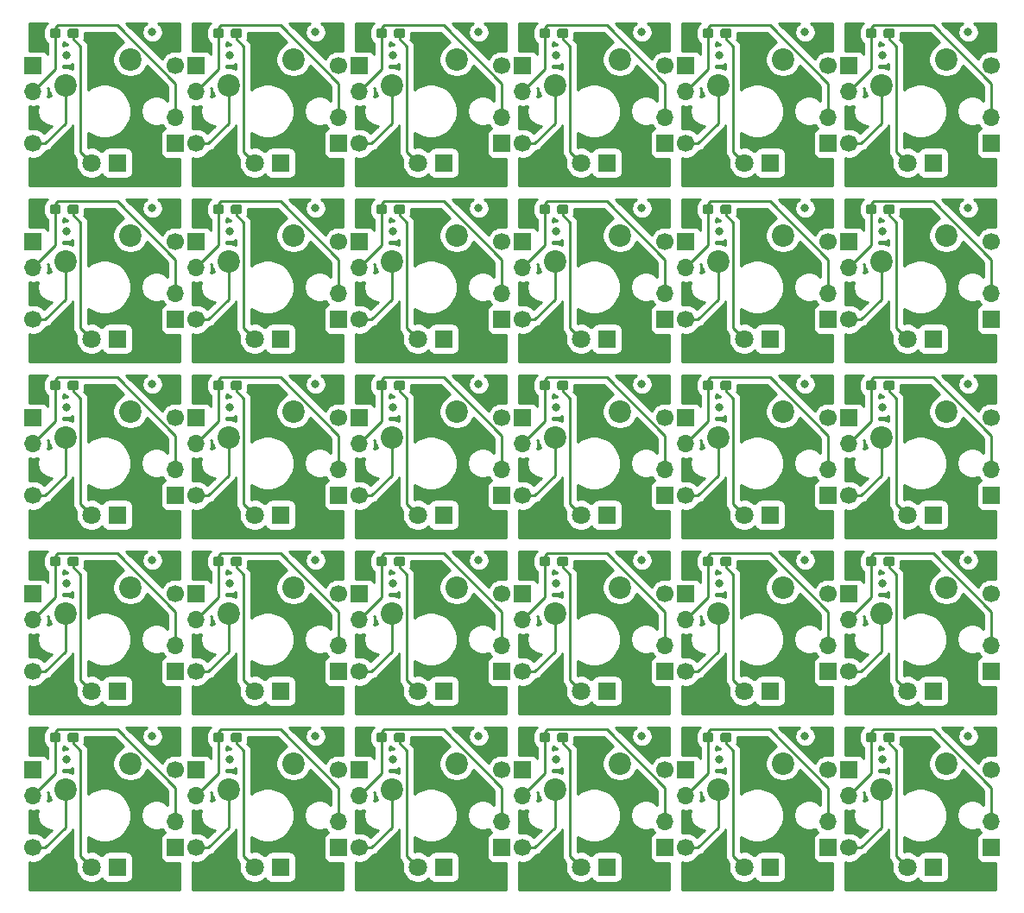
<source format=gtl>
G04 #@! TF.GenerationSoftware,KiCad,Pcbnew,5.1.0*
G04 #@! TF.CreationDate,2019-09-19T01:17:52+09:00*
G04 #@! TF.ProjectId,panelized_switch,70616e65-6c69-47a6-9564-5f7377697463,rev?*
G04 #@! TF.SameCoordinates,Original*
G04 #@! TF.FileFunction,Copper,L1,Top*
G04 #@! TF.FilePolarity,Positive*
%FSLAX46Y46*%
G04 Gerber Fmt 4.6, Leading zero omitted, Abs format (unit mm)*
G04 Created by KiCad (PCBNEW 5.1.0) date 2019-09-19 01:17:52*
%MOMM*%
%LPD*%
G04 APERTURE LIST*
%ADD10C,2.200000*%
%ADD11C,1.700000*%
%ADD12C,0.100000*%
%ADD13C,0.950000*%
%ADD14C,1.800000*%
%ADD15R,1.800000X1.800000*%
%ADD16O,1.700000X1.700000*%
%ADD17R,1.700000X1.700000*%
%ADD18C,0.800000*%
%ADD19C,0.250000*%
%ADD20C,0.254000*%
G04 APERTURE END LIST*
D10*
X16891000Y-88519000D03*
X23241000Y-85979000D03*
D11*
X107696000Y-86614000D03*
X91694000Y-86614000D03*
X77724000Y-94234000D03*
D12*
G36*
X16199779Y-82965144D02*
G01*
X16222834Y-82968563D01*
X16245443Y-82974227D01*
X16267387Y-82982079D01*
X16288457Y-82992044D01*
X16308448Y-83004026D01*
X16327168Y-83017910D01*
X16344438Y-83033562D01*
X16360090Y-83050832D01*
X16373974Y-83069552D01*
X16385956Y-83089543D01*
X16395921Y-83110613D01*
X16403773Y-83132557D01*
X16409437Y-83155166D01*
X16412856Y-83178221D01*
X16414000Y-83201500D01*
X16414000Y-83676500D01*
X16412856Y-83699779D01*
X16409437Y-83722834D01*
X16403773Y-83745443D01*
X16395921Y-83767387D01*
X16385956Y-83788457D01*
X16373974Y-83808448D01*
X16360090Y-83827168D01*
X16344438Y-83844438D01*
X16327168Y-83860090D01*
X16308448Y-83873974D01*
X16288457Y-83885956D01*
X16267387Y-83895921D01*
X16245443Y-83903773D01*
X16222834Y-83909437D01*
X16199779Y-83912856D01*
X16176500Y-83914000D01*
X15601500Y-83914000D01*
X15578221Y-83912856D01*
X15555166Y-83909437D01*
X15532557Y-83903773D01*
X15510613Y-83895921D01*
X15489543Y-83885956D01*
X15469552Y-83873974D01*
X15450832Y-83860090D01*
X15433562Y-83844438D01*
X15417910Y-83827168D01*
X15404026Y-83808448D01*
X15392044Y-83788457D01*
X15382079Y-83767387D01*
X15374227Y-83745443D01*
X15368563Y-83722834D01*
X15365144Y-83699779D01*
X15364000Y-83676500D01*
X15364000Y-83201500D01*
X15365144Y-83178221D01*
X15368563Y-83155166D01*
X15374227Y-83132557D01*
X15382079Y-83110613D01*
X15392044Y-83089543D01*
X15404026Y-83069552D01*
X15417910Y-83050832D01*
X15433562Y-83033562D01*
X15450832Y-83017910D01*
X15469552Y-83004026D01*
X15489543Y-82992044D01*
X15510613Y-82982079D01*
X15532557Y-82974227D01*
X15555166Y-82968563D01*
X15578221Y-82965144D01*
X15601500Y-82964000D01*
X16176500Y-82964000D01*
X16199779Y-82965144D01*
X16199779Y-82965144D01*
G37*
D13*
X15889000Y-83439000D03*
D12*
G36*
X17949779Y-82965144D02*
G01*
X17972834Y-82968563D01*
X17995443Y-82974227D01*
X18017387Y-82982079D01*
X18038457Y-82992044D01*
X18058448Y-83004026D01*
X18077168Y-83017910D01*
X18094438Y-83033562D01*
X18110090Y-83050832D01*
X18123974Y-83069552D01*
X18135956Y-83089543D01*
X18145921Y-83110613D01*
X18153773Y-83132557D01*
X18159437Y-83155166D01*
X18162856Y-83178221D01*
X18164000Y-83201500D01*
X18164000Y-83676500D01*
X18162856Y-83699779D01*
X18159437Y-83722834D01*
X18153773Y-83745443D01*
X18145921Y-83767387D01*
X18135956Y-83788457D01*
X18123974Y-83808448D01*
X18110090Y-83827168D01*
X18094438Y-83844438D01*
X18077168Y-83860090D01*
X18058448Y-83873974D01*
X18038457Y-83885956D01*
X18017387Y-83895921D01*
X17995443Y-83903773D01*
X17972834Y-83909437D01*
X17949779Y-83912856D01*
X17926500Y-83914000D01*
X17351500Y-83914000D01*
X17328221Y-83912856D01*
X17305166Y-83909437D01*
X17282557Y-83903773D01*
X17260613Y-83895921D01*
X17239543Y-83885956D01*
X17219552Y-83873974D01*
X17200832Y-83860090D01*
X17183562Y-83844438D01*
X17167910Y-83827168D01*
X17154026Y-83808448D01*
X17142044Y-83788457D01*
X17132079Y-83767387D01*
X17124227Y-83745443D01*
X17118563Y-83722834D01*
X17115144Y-83699779D01*
X17114000Y-83676500D01*
X17114000Y-83201500D01*
X17115144Y-83178221D01*
X17118563Y-83155166D01*
X17124227Y-83132557D01*
X17132079Y-83110613D01*
X17142044Y-83089543D01*
X17154026Y-83069552D01*
X17167910Y-83050832D01*
X17183562Y-83033562D01*
X17200832Y-83017910D01*
X17219552Y-83004026D01*
X17239543Y-82992044D01*
X17260613Y-82982079D01*
X17282557Y-82974227D01*
X17305166Y-82968563D01*
X17328221Y-82965144D01*
X17351500Y-82964000D01*
X17926500Y-82964000D01*
X17949779Y-82965144D01*
X17949779Y-82965144D01*
G37*
D13*
X17639000Y-83439000D03*
D10*
X103251000Y-85979000D03*
X96901000Y-88519000D03*
D14*
X19431000Y-96139000D03*
D15*
X21971000Y-96139000D03*
D11*
X27686000Y-86614000D03*
D16*
X13716000Y-89154000D03*
D17*
X13716000Y-86614000D03*
D11*
X13716000Y-94234000D03*
D15*
X101981000Y-96139000D03*
D14*
X99441000Y-96139000D03*
D12*
G36*
X81957779Y-82965144D02*
G01*
X81980834Y-82968563D01*
X82003443Y-82974227D01*
X82025387Y-82982079D01*
X82046457Y-82992044D01*
X82066448Y-83004026D01*
X82085168Y-83017910D01*
X82102438Y-83033562D01*
X82118090Y-83050832D01*
X82131974Y-83069552D01*
X82143956Y-83089543D01*
X82153921Y-83110613D01*
X82161773Y-83132557D01*
X82167437Y-83155166D01*
X82170856Y-83178221D01*
X82172000Y-83201500D01*
X82172000Y-83676500D01*
X82170856Y-83699779D01*
X82167437Y-83722834D01*
X82161773Y-83745443D01*
X82153921Y-83767387D01*
X82143956Y-83788457D01*
X82131974Y-83808448D01*
X82118090Y-83827168D01*
X82102438Y-83844438D01*
X82085168Y-83860090D01*
X82066448Y-83873974D01*
X82046457Y-83885956D01*
X82025387Y-83895921D01*
X82003443Y-83903773D01*
X81980834Y-83909437D01*
X81957779Y-83912856D01*
X81934500Y-83914000D01*
X81359500Y-83914000D01*
X81336221Y-83912856D01*
X81313166Y-83909437D01*
X81290557Y-83903773D01*
X81268613Y-83895921D01*
X81247543Y-83885956D01*
X81227552Y-83873974D01*
X81208832Y-83860090D01*
X81191562Y-83844438D01*
X81175910Y-83827168D01*
X81162026Y-83808448D01*
X81150044Y-83788457D01*
X81140079Y-83767387D01*
X81132227Y-83745443D01*
X81126563Y-83722834D01*
X81123144Y-83699779D01*
X81122000Y-83676500D01*
X81122000Y-83201500D01*
X81123144Y-83178221D01*
X81126563Y-83155166D01*
X81132227Y-83132557D01*
X81140079Y-83110613D01*
X81150044Y-83089543D01*
X81162026Y-83069552D01*
X81175910Y-83050832D01*
X81191562Y-83033562D01*
X81208832Y-83017910D01*
X81227552Y-83004026D01*
X81247543Y-82992044D01*
X81268613Y-82982079D01*
X81290557Y-82974227D01*
X81313166Y-82968563D01*
X81336221Y-82965144D01*
X81359500Y-82964000D01*
X81934500Y-82964000D01*
X81957779Y-82965144D01*
X81957779Y-82965144D01*
G37*
D13*
X81647000Y-83439000D03*
D12*
G36*
X80207779Y-82965144D02*
G01*
X80230834Y-82968563D01*
X80253443Y-82974227D01*
X80275387Y-82982079D01*
X80296457Y-82992044D01*
X80316448Y-83004026D01*
X80335168Y-83017910D01*
X80352438Y-83033562D01*
X80368090Y-83050832D01*
X80381974Y-83069552D01*
X80393956Y-83089543D01*
X80403921Y-83110613D01*
X80411773Y-83132557D01*
X80417437Y-83155166D01*
X80420856Y-83178221D01*
X80422000Y-83201500D01*
X80422000Y-83676500D01*
X80420856Y-83699779D01*
X80417437Y-83722834D01*
X80411773Y-83745443D01*
X80403921Y-83767387D01*
X80393956Y-83788457D01*
X80381974Y-83808448D01*
X80368090Y-83827168D01*
X80352438Y-83844438D01*
X80335168Y-83860090D01*
X80316448Y-83873974D01*
X80296457Y-83885956D01*
X80275387Y-83895921D01*
X80253443Y-83903773D01*
X80230834Y-83909437D01*
X80207779Y-83912856D01*
X80184500Y-83914000D01*
X79609500Y-83914000D01*
X79586221Y-83912856D01*
X79563166Y-83909437D01*
X79540557Y-83903773D01*
X79518613Y-83895921D01*
X79497543Y-83885956D01*
X79477552Y-83873974D01*
X79458832Y-83860090D01*
X79441562Y-83844438D01*
X79425910Y-83827168D01*
X79412026Y-83808448D01*
X79400044Y-83788457D01*
X79390079Y-83767387D01*
X79382227Y-83745443D01*
X79376563Y-83722834D01*
X79373144Y-83699779D01*
X79372000Y-83676500D01*
X79372000Y-83201500D01*
X79373144Y-83178221D01*
X79376563Y-83155166D01*
X79382227Y-83132557D01*
X79390079Y-83110613D01*
X79400044Y-83089543D01*
X79412026Y-83069552D01*
X79425910Y-83050832D01*
X79441562Y-83033562D01*
X79458832Y-83017910D01*
X79477552Y-83004026D01*
X79497543Y-82992044D01*
X79518613Y-82982079D01*
X79540557Y-82974227D01*
X79563166Y-82968563D01*
X79586221Y-82965144D01*
X79609500Y-82964000D01*
X80184500Y-82964000D01*
X80207779Y-82965144D01*
X80207779Y-82965144D01*
G37*
D13*
X79897000Y-83439000D03*
D17*
X61722000Y-86614000D03*
D16*
X61722000Y-89154000D03*
D17*
X107696000Y-94234000D03*
D16*
X107696000Y-91694000D03*
D12*
G36*
X97959779Y-82965144D02*
G01*
X97982834Y-82968563D01*
X98005443Y-82974227D01*
X98027387Y-82982079D01*
X98048457Y-82992044D01*
X98068448Y-83004026D01*
X98087168Y-83017910D01*
X98104438Y-83033562D01*
X98120090Y-83050832D01*
X98133974Y-83069552D01*
X98145956Y-83089543D01*
X98155921Y-83110613D01*
X98163773Y-83132557D01*
X98169437Y-83155166D01*
X98172856Y-83178221D01*
X98174000Y-83201500D01*
X98174000Y-83676500D01*
X98172856Y-83699779D01*
X98169437Y-83722834D01*
X98163773Y-83745443D01*
X98155921Y-83767387D01*
X98145956Y-83788457D01*
X98133974Y-83808448D01*
X98120090Y-83827168D01*
X98104438Y-83844438D01*
X98087168Y-83860090D01*
X98068448Y-83873974D01*
X98048457Y-83885956D01*
X98027387Y-83895921D01*
X98005443Y-83903773D01*
X97982834Y-83909437D01*
X97959779Y-83912856D01*
X97936500Y-83914000D01*
X97361500Y-83914000D01*
X97338221Y-83912856D01*
X97315166Y-83909437D01*
X97292557Y-83903773D01*
X97270613Y-83895921D01*
X97249543Y-83885956D01*
X97229552Y-83873974D01*
X97210832Y-83860090D01*
X97193562Y-83844438D01*
X97177910Y-83827168D01*
X97164026Y-83808448D01*
X97152044Y-83788457D01*
X97142079Y-83767387D01*
X97134227Y-83745443D01*
X97128563Y-83722834D01*
X97125144Y-83699779D01*
X97124000Y-83676500D01*
X97124000Y-83201500D01*
X97125144Y-83178221D01*
X97128563Y-83155166D01*
X97134227Y-83132557D01*
X97142079Y-83110613D01*
X97152044Y-83089543D01*
X97164026Y-83069552D01*
X97177910Y-83050832D01*
X97193562Y-83033562D01*
X97210832Y-83017910D01*
X97229552Y-83004026D01*
X97249543Y-82992044D01*
X97270613Y-82982079D01*
X97292557Y-82974227D01*
X97315166Y-82968563D01*
X97338221Y-82965144D01*
X97361500Y-82964000D01*
X97936500Y-82964000D01*
X97959779Y-82965144D01*
X97959779Y-82965144D01*
G37*
D13*
X97649000Y-83439000D03*
D12*
G36*
X96209779Y-82965144D02*
G01*
X96232834Y-82968563D01*
X96255443Y-82974227D01*
X96277387Y-82982079D01*
X96298457Y-82992044D01*
X96318448Y-83004026D01*
X96337168Y-83017910D01*
X96354438Y-83033562D01*
X96370090Y-83050832D01*
X96383974Y-83069552D01*
X96395956Y-83089543D01*
X96405921Y-83110613D01*
X96413773Y-83132557D01*
X96419437Y-83155166D01*
X96422856Y-83178221D01*
X96424000Y-83201500D01*
X96424000Y-83676500D01*
X96422856Y-83699779D01*
X96419437Y-83722834D01*
X96413773Y-83745443D01*
X96405921Y-83767387D01*
X96395956Y-83788457D01*
X96383974Y-83808448D01*
X96370090Y-83827168D01*
X96354438Y-83844438D01*
X96337168Y-83860090D01*
X96318448Y-83873974D01*
X96298457Y-83885956D01*
X96277387Y-83895921D01*
X96255443Y-83903773D01*
X96232834Y-83909437D01*
X96209779Y-83912856D01*
X96186500Y-83914000D01*
X95611500Y-83914000D01*
X95588221Y-83912856D01*
X95565166Y-83909437D01*
X95542557Y-83903773D01*
X95520613Y-83895921D01*
X95499543Y-83885956D01*
X95479552Y-83873974D01*
X95460832Y-83860090D01*
X95443562Y-83844438D01*
X95427910Y-83827168D01*
X95414026Y-83808448D01*
X95402044Y-83788457D01*
X95392079Y-83767387D01*
X95384227Y-83745443D01*
X95378563Y-83722834D01*
X95375144Y-83699779D01*
X95374000Y-83676500D01*
X95374000Y-83201500D01*
X95375144Y-83178221D01*
X95378563Y-83155166D01*
X95384227Y-83132557D01*
X95392079Y-83110613D01*
X95402044Y-83089543D01*
X95414026Y-83069552D01*
X95427910Y-83050832D01*
X95443562Y-83033562D01*
X95460832Y-83017910D01*
X95479552Y-83004026D01*
X95499543Y-82992044D01*
X95520613Y-82982079D01*
X95542557Y-82974227D01*
X95565166Y-82968563D01*
X95588221Y-82965144D01*
X95611500Y-82964000D01*
X96186500Y-82964000D01*
X96209779Y-82965144D01*
X96209779Y-82965144D01*
G37*
D13*
X95899000Y-83439000D03*
D15*
X69977000Y-96139000D03*
D14*
X67437000Y-96139000D03*
D11*
X45720000Y-94234000D03*
X29718000Y-94234000D03*
D12*
G36*
X32201779Y-82965144D02*
G01*
X32224834Y-82968563D01*
X32247443Y-82974227D01*
X32269387Y-82982079D01*
X32290457Y-82992044D01*
X32310448Y-83004026D01*
X32329168Y-83017910D01*
X32346438Y-83033562D01*
X32362090Y-83050832D01*
X32375974Y-83069552D01*
X32387956Y-83089543D01*
X32397921Y-83110613D01*
X32405773Y-83132557D01*
X32411437Y-83155166D01*
X32414856Y-83178221D01*
X32416000Y-83201500D01*
X32416000Y-83676500D01*
X32414856Y-83699779D01*
X32411437Y-83722834D01*
X32405773Y-83745443D01*
X32397921Y-83767387D01*
X32387956Y-83788457D01*
X32375974Y-83808448D01*
X32362090Y-83827168D01*
X32346438Y-83844438D01*
X32329168Y-83860090D01*
X32310448Y-83873974D01*
X32290457Y-83885956D01*
X32269387Y-83895921D01*
X32247443Y-83903773D01*
X32224834Y-83909437D01*
X32201779Y-83912856D01*
X32178500Y-83914000D01*
X31603500Y-83914000D01*
X31580221Y-83912856D01*
X31557166Y-83909437D01*
X31534557Y-83903773D01*
X31512613Y-83895921D01*
X31491543Y-83885956D01*
X31471552Y-83873974D01*
X31452832Y-83860090D01*
X31435562Y-83844438D01*
X31419910Y-83827168D01*
X31406026Y-83808448D01*
X31394044Y-83788457D01*
X31384079Y-83767387D01*
X31376227Y-83745443D01*
X31370563Y-83722834D01*
X31367144Y-83699779D01*
X31366000Y-83676500D01*
X31366000Y-83201500D01*
X31367144Y-83178221D01*
X31370563Y-83155166D01*
X31376227Y-83132557D01*
X31384079Y-83110613D01*
X31394044Y-83089543D01*
X31406026Y-83069552D01*
X31419910Y-83050832D01*
X31435562Y-83033562D01*
X31452832Y-83017910D01*
X31471552Y-83004026D01*
X31491543Y-82992044D01*
X31512613Y-82982079D01*
X31534557Y-82974227D01*
X31557166Y-82968563D01*
X31580221Y-82965144D01*
X31603500Y-82964000D01*
X32178500Y-82964000D01*
X32201779Y-82965144D01*
X32201779Y-82965144D01*
G37*
D13*
X31891000Y-83439000D03*
D12*
G36*
X33951779Y-82965144D02*
G01*
X33974834Y-82968563D01*
X33997443Y-82974227D01*
X34019387Y-82982079D01*
X34040457Y-82992044D01*
X34060448Y-83004026D01*
X34079168Y-83017910D01*
X34096438Y-83033562D01*
X34112090Y-83050832D01*
X34125974Y-83069552D01*
X34137956Y-83089543D01*
X34147921Y-83110613D01*
X34155773Y-83132557D01*
X34161437Y-83155166D01*
X34164856Y-83178221D01*
X34166000Y-83201500D01*
X34166000Y-83676500D01*
X34164856Y-83699779D01*
X34161437Y-83722834D01*
X34155773Y-83745443D01*
X34147921Y-83767387D01*
X34137956Y-83788457D01*
X34125974Y-83808448D01*
X34112090Y-83827168D01*
X34096438Y-83844438D01*
X34079168Y-83860090D01*
X34060448Y-83873974D01*
X34040457Y-83885956D01*
X34019387Y-83895921D01*
X33997443Y-83903773D01*
X33974834Y-83909437D01*
X33951779Y-83912856D01*
X33928500Y-83914000D01*
X33353500Y-83914000D01*
X33330221Y-83912856D01*
X33307166Y-83909437D01*
X33284557Y-83903773D01*
X33262613Y-83895921D01*
X33241543Y-83885956D01*
X33221552Y-83873974D01*
X33202832Y-83860090D01*
X33185562Y-83844438D01*
X33169910Y-83827168D01*
X33156026Y-83808448D01*
X33144044Y-83788457D01*
X33134079Y-83767387D01*
X33126227Y-83745443D01*
X33120563Y-83722834D01*
X33117144Y-83699779D01*
X33116000Y-83676500D01*
X33116000Y-83201500D01*
X33117144Y-83178221D01*
X33120563Y-83155166D01*
X33126227Y-83132557D01*
X33134079Y-83110613D01*
X33144044Y-83089543D01*
X33156026Y-83069552D01*
X33169910Y-83050832D01*
X33185562Y-83033562D01*
X33202832Y-83017910D01*
X33221552Y-83004026D01*
X33241543Y-82992044D01*
X33262613Y-82982079D01*
X33284557Y-82974227D01*
X33307166Y-82968563D01*
X33330221Y-82965144D01*
X33353500Y-82964000D01*
X33928500Y-82964000D01*
X33951779Y-82965144D01*
X33951779Y-82965144D01*
G37*
D13*
X33641000Y-83439000D03*
D10*
X87249000Y-85979000D03*
X80899000Y-88519000D03*
D16*
X43688000Y-91694000D03*
D17*
X43688000Y-94234000D03*
D11*
X93726000Y-94234000D03*
X43688000Y-86614000D03*
D15*
X85979000Y-96139000D03*
D14*
X83439000Y-96139000D03*
D17*
X77724000Y-86614000D03*
D16*
X77724000Y-89154000D03*
D10*
X32893000Y-88519000D03*
X39243000Y-85979000D03*
D17*
X45720000Y-86614000D03*
D16*
X45720000Y-89154000D03*
X29718000Y-89154000D03*
D17*
X29718000Y-86614000D03*
X59690000Y-94234000D03*
D16*
X59690000Y-91694000D03*
D17*
X91694000Y-94234000D03*
D16*
X91694000Y-91694000D03*
D15*
X53975000Y-96139000D03*
D14*
X51435000Y-96139000D03*
X35433000Y-96139000D03*
D15*
X37973000Y-96139000D03*
D17*
X93726000Y-86614000D03*
D16*
X93726000Y-89154000D03*
D17*
X75692000Y-94234000D03*
D16*
X75692000Y-91694000D03*
D10*
X71247000Y-85979000D03*
X64897000Y-88519000D03*
D12*
G36*
X65955779Y-82965144D02*
G01*
X65978834Y-82968563D01*
X66001443Y-82974227D01*
X66023387Y-82982079D01*
X66044457Y-82992044D01*
X66064448Y-83004026D01*
X66083168Y-83017910D01*
X66100438Y-83033562D01*
X66116090Y-83050832D01*
X66129974Y-83069552D01*
X66141956Y-83089543D01*
X66151921Y-83110613D01*
X66159773Y-83132557D01*
X66165437Y-83155166D01*
X66168856Y-83178221D01*
X66170000Y-83201500D01*
X66170000Y-83676500D01*
X66168856Y-83699779D01*
X66165437Y-83722834D01*
X66159773Y-83745443D01*
X66151921Y-83767387D01*
X66141956Y-83788457D01*
X66129974Y-83808448D01*
X66116090Y-83827168D01*
X66100438Y-83844438D01*
X66083168Y-83860090D01*
X66064448Y-83873974D01*
X66044457Y-83885956D01*
X66023387Y-83895921D01*
X66001443Y-83903773D01*
X65978834Y-83909437D01*
X65955779Y-83912856D01*
X65932500Y-83914000D01*
X65357500Y-83914000D01*
X65334221Y-83912856D01*
X65311166Y-83909437D01*
X65288557Y-83903773D01*
X65266613Y-83895921D01*
X65245543Y-83885956D01*
X65225552Y-83873974D01*
X65206832Y-83860090D01*
X65189562Y-83844438D01*
X65173910Y-83827168D01*
X65160026Y-83808448D01*
X65148044Y-83788457D01*
X65138079Y-83767387D01*
X65130227Y-83745443D01*
X65124563Y-83722834D01*
X65121144Y-83699779D01*
X65120000Y-83676500D01*
X65120000Y-83201500D01*
X65121144Y-83178221D01*
X65124563Y-83155166D01*
X65130227Y-83132557D01*
X65138079Y-83110613D01*
X65148044Y-83089543D01*
X65160026Y-83069552D01*
X65173910Y-83050832D01*
X65189562Y-83033562D01*
X65206832Y-83017910D01*
X65225552Y-83004026D01*
X65245543Y-82992044D01*
X65266613Y-82982079D01*
X65288557Y-82974227D01*
X65311166Y-82968563D01*
X65334221Y-82965144D01*
X65357500Y-82964000D01*
X65932500Y-82964000D01*
X65955779Y-82965144D01*
X65955779Y-82965144D01*
G37*
D13*
X65645000Y-83439000D03*
D12*
G36*
X64205779Y-82965144D02*
G01*
X64228834Y-82968563D01*
X64251443Y-82974227D01*
X64273387Y-82982079D01*
X64294457Y-82992044D01*
X64314448Y-83004026D01*
X64333168Y-83017910D01*
X64350438Y-83033562D01*
X64366090Y-83050832D01*
X64379974Y-83069552D01*
X64391956Y-83089543D01*
X64401921Y-83110613D01*
X64409773Y-83132557D01*
X64415437Y-83155166D01*
X64418856Y-83178221D01*
X64420000Y-83201500D01*
X64420000Y-83676500D01*
X64418856Y-83699779D01*
X64415437Y-83722834D01*
X64409773Y-83745443D01*
X64401921Y-83767387D01*
X64391956Y-83788457D01*
X64379974Y-83808448D01*
X64366090Y-83827168D01*
X64350438Y-83844438D01*
X64333168Y-83860090D01*
X64314448Y-83873974D01*
X64294457Y-83885956D01*
X64273387Y-83895921D01*
X64251443Y-83903773D01*
X64228834Y-83909437D01*
X64205779Y-83912856D01*
X64182500Y-83914000D01*
X63607500Y-83914000D01*
X63584221Y-83912856D01*
X63561166Y-83909437D01*
X63538557Y-83903773D01*
X63516613Y-83895921D01*
X63495543Y-83885956D01*
X63475552Y-83873974D01*
X63456832Y-83860090D01*
X63439562Y-83844438D01*
X63423910Y-83827168D01*
X63410026Y-83808448D01*
X63398044Y-83788457D01*
X63388079Y-83767387D01*
X63380227Y-83745443D01*
X63374563Y-83722834D01*
X63371144Y-83699779D01*
X63370000Y-83676500D01*
X63370000Y-83201500D01*
X63371144Y-83178221D01*
X63374563Y-83155166D01*
X63380227Y-83132557D01*
X63388079Y-83110613D01*
X63398044Y-83089543D01*
X63410026Y-83069552D01*
X63423910Y-83050832D01*
X63439562Y-83033562D01*
X63456832Y-83017910D01*
X63475552Y-83004026D01*
X63495543Y-82992044D01*
X63516613Y-82982079D01*
X63538557Y-82974227D01*
X63561166Y-82968563D01*
X63584221Y-82965144D01*
X63607500Y-82964000D01*
X64182500Y-82964000D01*
X64205779Y-82965144D01*
X64205779Y-82965144D01*
G37*
D13*
X63895000Y-83439000D03*
D16*
X27686000Y-91694000D03*
D17*
X27686000Y-94234000D03*
D11*
X61722000Y-94234000D03*
D10*
X55245000Y-85979000D03*
X48895000Y-88519000D03*
D11*
X75692000Y-86614000D03*
X59690000Y-86614000D03*
D12*
G36*
X49953779Y-82965144D02*
G01*
X49976834Y-82968563D01*
X49999443Y-82974227D01*
X50021387Y-82982079D01*
X50042457Y-82992044D01*
X50062448Y-83004026D01*
X50081168Y-83017910D01*
X50098438Y-83033562D01*
X50114090Y-83050832D01*
X50127974Y-83069552D01*
X50139956Y-83089543D01*
X50149921Y-83110613D01*
X50157773Y-83132557D01*
X50163437Y-83155166D01*
X50166856Y-83178221D01*
X50168000Y-83201500D01*
X50168000Y-83676500D01*
X50166856Y-83699779D01*
X50163437Y-83722834D01*
X50157773Y-83745443D01*
X50149921Y-83767387D01*
X50139956Y-83788457D01*
X50127974Y-83808448D01*
X50114090Y-83827168D01*
X50098438Y-83844438D01*
X50081168Y-83860090D01*
X50062448Y-83873974D01*
X50042457Y-83885956D01*
X50021387Y-83895921D01*
X49999443Y-83903773D01*
X49976834Y-83909437D01*
X49953779Y-83912856D01*
X49930500Y-83914000D01*
X49355500Y-83914000D01*
X49332221Y-83912856D01*
X49309166Y-83909437D01*
X49286557Y-83903773D01*
X49264613Y-83895921D01*
X49243543Y-83885956D01*
X49223552Y-83873974D01*
X49204832Y-83860090D01*
X49187562Y-83844438D01*
X49171910Y-83827168D01*
X49158026Y-83808448D01*
X49146044Y-83788457D01*
X49136079Y-83767387D01*
X49128227Y-83745443D01*
X49122563Y-83722834D01*
X49119144Y-83699779D01*
X49118000Y-83676500D01*
X49118000Y-83201500D01*
X49119144Y-83178221D01*
X49122563Y-83155166D01*
X49128227Y-83132557D01*
X49136079Y-83110613D01*
X49146044Y-83089543D01*
X49158026Y-83069552D01*
X49171910Y-83050832D01*
X49187562Y-83033562D01*
X49204832Y-83017910D01*
X49223552Y-83004026D01*
X49243543Y-82992044D01*
X49264613Y-82982079D01*
X49286557Y-82974227D01*
X49309166Y-82968563D01*
X49332221Y-82965144D01*
X49355500Y-82964000D01*
X49930500Y-82964000D01*
X49953779Y-82965144D01*
X49953779Y-82965144D01*
G37*
D13*
X49643000Y-83439000D03*
D12*
G36*
X48203779Y-82965144D02*
G01*
X48226834Y-82968563D01*
X48249443Y-82974227D01*
X48271387Y-82982079D01*
X48292457Y-82992044D01*
X48312448Y-83004026D01*
X48331168Y-83017910D01*
X48348438Y-83033562D01*
X48364090Y-83050832D01*
X48377974Y-83069552D01*
X48389956Y-83089543D01*
X48399921Y-83110613D01*
X48407773Y-83132557D01*
X48413437Y-83155166D01*
X48416856Y-83178221D01*
X48418000Y-83201500D01*
X48418000Y-83676500D01*
X48416856Y-83699779D01*
X48413437Y-83722834D01*
X48407773Y-83745443D01*
X48399921Y-83767387D01*
X48389956Y-83788457D01*
X48377974Y-83808448D01*
X48364090Y-83827168D01*
X48348438Y-83844438D01*
X48331168Y-83860090D01*
X48312448Y-83873974D01*
X48292457Y-83885956D01*
X48271387Y-83895921D01*
X48249443Y-83903773D01*
X48226834Y-83909437D01*
X48203779Y-83912856D01*
X48180500Y-83914000D01*
X47605500Y-83914000D01*
X47582221Y-83912856D01*
X47559166Y-83909437D01*
X47536557Y-83903773D01*
X47514613Y-83895921D01*
X47493543Y-83885956D01*
X47473552Y-83873974D01*
X47454832Y-83860090D01*
X47437562Y-83844438D01*
X47421910Y-83827168D01*
X47408026Y-83808448D01*
X47396044Y-83788457D01*
X47386079Y-83767387D01*
X47378227Y-83745443D01*
X47372563Y-83722834D01*
X47369144Y-83699779D01*
X47368000Y-83676500D01*
X47368000Y-83201500D01*
X47369144Y-83178221D01*
X47372563Y-83155166D01*
X47378227Y-83132557D01*
X47386079Y-83110613D01*
X47396044Y-83089543D01*
X47408026Y-83069552D01*
X47421910Y-83050832D01*
X47437562Y-83033562D01*
X47454832Y-83017910D01*
X47473552Y-83004026D01*
X47493543Y-82992044D01*
X47514613Y-82982079D01*
X47536557Y-82974227D01*
X47559166Y-82968563D01*
X47582221Y-82965144D01*
X47605500Y-82964000D01*
X48180500Y-82964000D01*
X48203779Y-82965144D01*
X48203779Y-82965144D01*
G37*
D13*
X47893000Y-83439000D03*
D10*
X16891000Y-71247000D03*
X23241000Y-68707000D03*
D11*
X107696000Y-69342000D03*
X91694000Y-69342000D03*
X77724000Y-76962000D03*
D12*
G36*
X16199779Y-65693144D02*
G01*
X16222834Y-65696563D01*
X16245443Y-65702227D01*
X16267387Y-65710079D01*
X16288457Y-65720044D01*
X16308448Y-65732026D01*
X16327168Y-65745910D01*
X16344438Y-65761562D01*
X16360090Y-65778832D01*
X16373974Y-65797552D01*
X16385956Y-65817543D01*
X16395921Y-65838613D01*
X16403773Y-65860557D01*
X16409437Y-65883166D01*
X16412856Y-65906221D01*
X16414000Y-65929500D01*
X16414000Y-66404500D01*
X16412856Y-66427779D01*
X16409437Y-66450834D01*
X16403773Y-66473443D01*
X16395921Y-66495387D01*
X16385956Y-66516457D01*
X16373974Y-66536448D01*
X16360090Y-66555168D01*
X16344438Y-66572438D01*
X16327168Y-66588090D01*
X16308448Y-66601974D01*
X16288457Y-66613956D01*
X16267387Y-66623921D01*
X16245443Y-66631773D01*
X16222834Y-66637437D01*
X16199779Y-66640856D01*
X16176500Y-66642000D01*
X15601500Y-66642000D01*
X15578221Y-66640856D01*
X15555166Y-66637437D01*
X15532557Y-66631773D01*
X15510613Y-66623921D01*
X15489543Y-66613956D01*
X15469552Y-66601974D01*
X15450832Y-66588090D01*
X15433562Y-66572438D01*
X15417910Y-66555168D01*
X15404026Y-66536448D01*
X15392044Y-66516457D01*
X15382079Y-66495387D01*
X15374227Y-66473443D01*
X15368563Y-66450834D01*
X15365144Y-66427779D01*
X15364000Y-66404500D01*
X15364000Y-65929500D01*
X15365144Y-65906221D01*
X15368563Y-65883166D01*
X15374227Y-65860557D01*
X15382079Y-65838613D01*
X15392044Y-65817543D01*
X15404026Y-65797552D01*
X15417910Y-65778832D01*
X15433562Y-65761562D01*
X15450832Y-65745910D01*
X15469552Y-65732026D01*
X15489543Y-65720044D01*
X15510613Y-65710079D01*
X15532557Y-65702227D01*
X15555166Y-65696563D01*
X15578221Y-65693144D01*
X15601500Y-65692000D01*
X16176500Y-65692000D01*
X16199779Y-65693144D01*
X16199779Y-65693144D01*
G37*
D13*
X15889000Y-66167000D03*
D12*
G36*
X17949779Y-65693144D02*
G01*
X17972834Y-65696563D01*
X17995443Y-65702227D01*
X18017387Y-65710079D01*
X18038457Y-65720044D01*
X18058448Y-65732026D01*
X18077168Y-65745910D01*
X18094438Y-65761562D01*
X18110090Y-65778832D01*
X18123974Y-65797552D01*
X18135956Y-65817543D01*
X18145921Y-65838613D01*
X18153773Y-65860557D01*
X18159437Y-65883166D01*
X18162856Y-65906221D01*
X18164000Y-65929500D01*
X18164000Y-66404500D01*
X18162856Y-66427779D01*
X18159437Y-66450834D01*
X18153773Y-66473443D01*
X18145921Y-66495387D01*
X18135956Y-66516457D01*
X18123974Y-66536448D01*
X18110090Y-66555168D01*
X18094438Y-66572438D01*
X18077168Y-66588090D01*
X18058448Y-66601974D01*
X18038457Y-66613956D01*
X18017387Y-66623921D01*
X17995443Y-66631773D01*
X17972834Y-66637437D01*
X17949779Y-66640856D01*
X17926500Y-66642000D01*
X17351500Y-66642000D01*
X17328221Y-66640856D01*
X17305166Y-66637437D01*
X17282557Y-66631773D01*
X17260613Y-66623921D01*
X17239543Y-66613956D01*
X17219552Y-66601974D01*
X17200832Y-66588090D01*
X17183562Y-66572438D01*
X17167910Y-66555168D01*
X17154026Y-66536448D01*
X17142044Y-66516457D01*
X17132079Y-66495387D01*
X17124227Y-66473443D01*
X17118563Y-66450834D01*
X17115144Y-66427779D01*
X17114000Y-66404500D01*
X17114000Y-65929500D01*
X17115144Y-65906221D01*
X17118563Y-65883166D01*
X17124227Y-65860557D01*
X17132079Y-65838613D01*
X17142044Y-65817543D01*
X17154026Y-65797552D01*
X17167910Y-65778832D01*
X17183562Y-65761562D01*
X17200832Y-65745910D01*
X17219552Y-65732026D01*
X17239543Y-65720044D01*
X17260613Y-65710079D01*
X17282557Y-65702227D01*
X17305166Y-65696563D01*
X17328221Y-65693144D01*
X17351500Y-65692000D01*
X17926500Y-65692000D01*
X17949779Y-65693144D01*
X17949779Y-65693144D01*
G37*
D13*
X17639000Y-66167000D03*
D10*
X103251000Y-68707000D03*
X96901000Y-71247000D03*
D14*
X19431000Y-78867000D03*
D15*
X21971000Y-78867000D03*
D11*
X27686000Y-69342000D03*
D16*
X13716000Y-71882000D03*
D17*
X13716000Y-69342000D03*
D11*
X13716000Y-76962000D03*
D15*
X101981000Y-78867000D03*
D14*
X99441000Y-78867000D03*
D12*
G36*
X81957779Y-65693144D02*
G01*
X81980834Y-65696563D01*
X82003443Y-65702227D01*
X82025387Y-65710079D01*
X82046457Y-65720044D01*
X82066448Y-65732026D01*
X82085168Y-65745910D01*
X82102438Y-65761562D01*
X82118090Y-65778832D01*
X82131974Y-65797552D01*
X82143956Y-65817543D01*
X82153921Y-65838613D01*
X82161773Y-65860557D01*
X82167437Y-65883166D01*
X82170856Y-65906221D01*
X82172000Y-65929500D01*
X82172000Y-66404500D01*
X82170856Y-66427779D01*
X82167437Y-66450834D01*
X82161773Y-66473443D01*
X82153921Y-66495387D01*
X82143956Y-66516457D01*
X82131974Y-66536448D01*
X82118090Y-66555168D01*
X82102438Y-66572438D01*
X82085168Y-66588090D01*
X82066448Y-66601974D01*
X82046457Y-66613956D01*
X82025387Y-66623921D01*
X82003443Y-66631773D01*
X81980834Y-66637437D01*
X81957779Y-66640856D01*
X81934500Y-66642000D01*
X81359500Y-66642000D01*
X81336221Y-66640856D01*
X81313166Y-66637437D01*
X81290557Y-66631773D01*
X81268613Y-66623921D01*
X81247543Y-66613956D01*
X81227552Y-66601974D01*
X81208832Y-66588090D01*
X81191562Y-66572438D01*
X81175910Y-66555168D01*
X81162026Y-66536448D01*
X81150044Y-66516457D01*
X81140079Y-66495387D01*
X81132227Y-66473443D01*
X81126563Y-66450834D01*
X81123144Y-66427779D01*
X81122000Y-66404500D01*
X81122000Y-65929500D01*
X81123144Y-65906221D01*
X81126563Y-65883166D01*
X81132227Y-65860557D01*
X81140079Y-65838613D01*
X81150044Y-65817543D01*
X81162026Y-65797552D01*
X81175910Y-65778832D01*
X81191562Y-65761562D01*
X81208832Y-65745910D01*
X81227552Y-65732026D01*
X81247543Y-65720044D01*
X81268613Y-65710079D01*
X81290557Y-65702227D01*
X81313166Y-65696563D01*
X81336221Y-65693144D01*
X81359500Y-65692000D01*
X81934500Y-65692000D01*
X81957779Y-65693144D01*
X81957779Y-65693144D01*
G37*
D13*
X81647000Y-66167000D03*
D12*
G36*
X80207779Y-65693144D02*
G01*
X80230834Y-65696563D01*
X80253443Y-65702227D01*
X80275387Y-65710079D01*
X80296457Y-65720044D01*
X80316448Y-65732026D01*
X80335168Y-65745910D01*
X80352438Y-65761562D01*
X80368090Y-65778832D01*
X80381974Y-65797552D01*
X80393956Y-65817543D01*
X80403921Y-65838613D01*
X80411773Y-65860557D01*
X80417437Y-65883166D01*
X80420856Y-65906221D01*
X80422000Y-65929500D01*
X80422000Y-66404500D01*
X80420856Y-66427779D01*
X80417437Y-66450834D01*
X80411773Y-66473443D01*
X80403921Y-66495387D01*
X80393956Y-66516457D01*
X80381974Y-66536448D01*
X80368090Y-66555168D01*
X80352438Y-66572438D01*
X80335168Y-66588090D01*
X80316448Y-66601974D01*
X80296457Y-66613956D01*
X80275387Y-66623921D01*
X80253443Y-66631773D01*
X80230834Y-66637437D01*
X80207779Y-66640856D01*
X80184500Y-66642000D01*
X79609500Y-66642000D01*
X79586221Y-66640856D01*
X79563166Y-66637437D01*
X79540557Y-66631773D01*
X79518613Y-66623921D01*
X79497543Y-66613956D01*
X79477552Y-66601974D01*
X79458832Y-66588090D01*
X79441562Y-66572438D01*
X79425910Y-66555168D01*
X79412026Y-66536448D01*
X79400044Y-66516457D01*
X79390079Y-66495387D01*
X79382227Y-66473443D01*
X79376563Y-66450834D01*
X79373144Y-66427779D01*
X79372000Y-66404500D01*
X79372000Y-65929500D01*
X79373144Y-65906221D01*
X79376563Y-65883166D01*
X79382227Y-65860557D01*
X79390079Y-65838613D01*
X79400044Y-65817543D01*
X79412026Y-65797552D01*
X79425910Y-65778832D01*
X79441562Y-65761562D01*
X79458832Y-65745910D01*
X79477552Y-65732026D01*
X79497543Y-65720044D01*
X79518613Y-65710079D01*
X79540557Y-65702227D01*
X79563166Y-65696563D01*
X79586221Y-65693144D01*
X79609500Y-65692000D01*
X80184500Y-65692000D01*
X80207779Y-65693144D01*
X80207779Y-65693144D01*
G37*
D13*
X79897000Y-66167000D03*
D17*
X61722000Y-69342000D03*
D16*
X61722000Y-71882000D03*
D17*
X107696000Y-76962000D03*
D16*
X107696000Y-74422000D03*
D12*
G36*
X97959779Y-65693144D02*
G01*
X97982834Y-65696563D01*
X98005443Y-65702227D01*
X98027387Y-65710079D01*
X98048457Y-65720044D01*
X98068448Y-65732026D01*
X98087168Y-65745910D01*
X98104438Y-65761562D01*
X98120090Y-65778832D01*
X98133974Y-65797552D01*
X98145956Y-65817543D01*
X98155921Y-65838613D01*
X98163773Y-65860557D01*
X98169437Y-65883166D01*
X98172856Y-65906221D01*
X98174000Y-65929500D01*
X98174000Y-66404500D01*
X98172856Y-66427779D01*
X98169437Y-66450834D01*
X98163773Y-66473443D01*
X98155921Y-66495387D01*
X98145956Y-66516457D01*
X98133974Y-66536448D01*
X98120090Y-66555168D01*
X98104438Y-66572438D01*
X98087168Y-66588090D01*
X98068448Y-66601974D01*
X98048457Y-66613956D01*
X98027387Y-66623921D01*
X98005443Y-66631773D01*
X97982834Y-66637437D01*
X97959779Y-66640856D01*
X97936500Y-66642000D01*
X97361500Y-66642000D01*
X97338221Y-66640856D01*
X97315166Y-66637437D01*
X97292557Y-66631773D01*
X97270613Y-66623921D01*
X97249543Y-66613956D01*
X97229552Y-66601974D01*
X97210832Y-66588090D01*
X97193562Y-66572438D01*
X97177910Y-66555168D01*
X97164026Y-66536448D01*
X97152044Y-66516457D01*
X97142079Y-66495387D01*
X97134227Y-66473443D01*
X97128563Y-66450834D01*
X97125144Y-66427779D01*
X97124000Y-66404500D01*
X97124000Y-65929500D01*
X97125144Y-65906221D01*
X97128563Y-65883166D01*
X97134227Y-65860557D01*
X97142079Y-65838613D01*
X97152044Y-65817543D01*
X97164026Y-65797552D01*
X97177910Y-65778832D01*
X97193562Y-65761562D01*
X97210832Y-65745910D01*
X97229552Y-65732026D01*
X97249543Y-65720044D01*
X97270613Y-65710079D01*
X97292557Y-65702227D01*
X97315166Y-65696563D01*
X97338221Y-65693144D01*
X97361500Y-65692000D01*
X97936500Y-65692000D01*
X97959779Y-65693144D01*
X97959779Y-65693144D01*
G37*
D13*
X97649000Y-66167000D03*
D12*
G36*
X96209779Y-65693144D02*
G01*
X96232834Y-65696563D01*
X96255443Y-65702227D01*
X96277387Y-65710079D01*
X96298457Y-65720044D01*
X96318448Y-65732026D01*
X96337168Y-65745910D01*
X96354438Y-65761562D01*
X96370090Y-65778832D01*
X96383974Y-65797552D01*
X96395956Y-65817543D01*
X96405921Y-65838613D01*
X96413773Y-65860557D01*
X96419437Y-65883166D01*
X96422856Y-65906221D01*
X96424000Y-65929500D01*
X96424000Y-66404500D01*
X96422856Y-66427779D01*
X96419437Y-66450834D01*
X96413773Y-66473443D01*
X96405921Y-66495387D01*
X96395956Y-66516457D01*
X96383974Y-66536448D01*
X96370090Y-66555168D01*
X96354438Y-66572438D01*
X96337168Y-66588090D01*
X96318448Y-66601974D01*
X96298457Y-66613956D01*
X96277387Y-66623921D01*
X96255443Y-66631773D01*
X96232834Y-66637437D01*
X96209779Y-66640856D01*
X96186500Y-66642000D01*
X95611500Y-66642000D01*
X95588221Y-66640856D01*
X95565166Y-66637437D01*
X95542557Y-66631773D01*
X95520613Y-66623921D01*
X95499543Y-66613956D01*
X95479552Y-66601974D01*
X95460832Y-66588090D01*
X95443562Y-66572438D01*
X95427910Y-66555168D01*
X95414026Y-66536448D01*
X95402044Y-66516457D01*
X95392079Y-66495387D01*
X95384227Y-66473443D01*
X95378563Y-66450834D01*
X95375144Y-66427779D01*
X95374000Y-66404500D01*
X95374000Y-65929500D01*
X95375144Y-65906221D01*
X95378563Y-65883166D01*
X95384227Y-65860557D01*
X95392079Y-65838613D01*
X95402044Y-65817543D01*
X95414026Y-65797552D01*
X95427910Y-65778832D01*
X95443562Y-65761562D01*
X95460832Y-65745910D01*
X95479552Y-65732026D01*
X95499543Y-65720044D01*
X95520613Y-65710079D01*
X95542557Y-65702227D01*
X95565166Y-65696563D01*
X95588221Y-65693144D01*
X95611500Y-65692000D01*
X96186500Y-65692000D01*
X96209779Y-65693144D01*
X96209779Y-65693144D01*
G37*
D13*
X95899000Y-66167000D03*
D15*
X69977000Y-78867000D03*
D14*
X67437000Y-78867000D03*
D11*
X45720000Y-76962000D03*
X29718000Y-76962000D03*
D12*
G36*
X32201779Y-65693144D02*
G01*
X32224834Y-65696563D01*
X32247443Y-65702227D01*
X32269387Y-65710079D01*
X32290457Y-65720044D01*
X32310448Y-65732026D01*
X32329168Y-65745910D01*
X32346438Y-65761562D01*
X32362090Y-65778832D01*
X32375974Y-65797552D01*
X32387956Y-65817543D01*
X32397921Y-65838613D01*
X32405773Y-65860557D01*
X32411437Y-65883166D01*
X32414856Y-65906221D01*
X32416000Y-65929500D01*
X32416000Y-66404500D01*
X32414856Y-66427779D01*
X32411437Y-66450834D01*
X32405773Y-66473443D01*
X32397921Y-66495387D01*
X32387956Y-66516457D01*
X32375974Y-66536448D01*
X32362090Y-66555168D01*
X32346438Y-66572438D01*
X32329168Y-66588090D01*
X32310448Y-66601974D01*
X32290457Y-66613956D01*
X32269387Y-66623921D01*
X32247443Y-66631773D01*
X32224834Y-66637437D01*
X32201779Y-66640856D01*
X32178500Y-66642000D01*
X31603500Y-66642000D01*
X31580221Y-66640856D01*
X31557166Y-66637437D01*
X31534557Y-66631773D01*
X31512613Y-66623921D01*
X31491543Y-66613956D01*
X31471552Y-66601974D01*
X31452832Y-66588090D01*
X31435562Y-66572438D01*
X31419910Y-66555168D01*
X31406026Y-66536448D01*
X31394044Y-66516457D01*
X31384079Y-66495387D01*
X31376227Y-66473443D01*
X31370563Y-66450834D01*
X31367144Y-66427779D01*
X31366000Y-66404500D01*
X31366000Y-65929500D01*
X31367144Y-65906221D01*
X31370563Y-65883166D01*
X31376227Y-65860557D01*
X31384079Y-65838613D01*
X31394044Y-65817543D01*
X31406026Y-65797552D01*
X31419910Y-65778832D01*
X31435562Y-65761562D01*
X31452832Y-65745910D01*
X31471552Y-65732026D01*
X31491543Y-65720044D01*
X31512613Y-65710079D01*
X31534557Y-65702227D01*
X31557166Y-65696563D01*
X31580221Y-65693144D01*
X31603500Y-65692000D01*
X32178500Y-65692000D01*
X32201779Y-65693144D01*
X32201779Y-65693144D01*
G37*
D13*
X31891000Y-66167000D03*
D12*
G36*
X33951779Y-65693144D02*
G01*
X33974834Y-65696563D01*
X33997443Y-65702227D01*
X34019387Y-65710079D01*
X34040457Y-65720044D01*
X34060448Y-65732026D01*
X34079168Y-65745910D01*
X34096438Y-65761562D01*
X34112090Y-65778832D01*
X34125974Y-65797552D01*
X34137956Y-65817543D01*
X34147921Y-65838613D01*
X34155773Y-65860557D01*
X34161437Y-65883166D01*
X34164856Y-65906221D01*
X34166000Y-65929500D01*
X34166000Y-66404500D01*
X34164856Y-66427779D01*
X34161437Y-66450834D01*
X34155773Y-66473443D01*
X34147921Y-66495387D01*
X34137956Y-66516457D01*
X34125974Y-66536448D01*
X34112090Y-66555168D01*
X34096438Y-66572438D01*
X34079168Y-66588090D01*
X34060448Y-66601974D01*
X34040457Y-66613956D01*
X34019387Y-66623921D01*
X33997443Y-66631773D01*
X33974834Y-66637437D01*
X33951779Y-66640856D01*
X33928500Y-66642000D01*
X33353500Y-66642000D01*
X33330221Y-66640856D01*
X33307166Y-66637437D01*
X33284557Y-66631773D01*
X33262613Y-66623921D01*
X33241543Y-66613956D01*
X33221552Y-66601974D01*
X33202832Y-66588090D01*
X33185562Y-66572438D01*
X33169910Y-66555168D01*
X33156026Y-66536448D01*
X33144044Y-66516457D01*
X33134079Y-66495387D01*
X33126227Y-66473443D01*
X33120563Y-66450834D01*
X33117144Y-66427779D01*
X33116000Y-66404500D01*
X33116000Y-65929500D01*
X33117144Y-65906221D01*
X33120563Y-65883166D01*
X33126227Y-65860557D01*
X33134079Y-65838613D01*
X33144044Y-65817543D01*
X33156026Y-65797552D01*
X33169910Y-65778832D01*
X33185562Y-65761562D01*
X33202832Y-65745910D01*
X33221552Y-65732026D01*
X33241543Y-65720044D01*
X33262613Y-65710079D01*
X33284557Y-65702227D01*
X33307166Y-65696563D01*
X33330221Y-65693144D01*
X33353500Y-65692000D01*
X33928500Y-65692000D01*
X33951779Y-65693144D01*
X33951779Y-65693144D01*
G37*
D13*
X33641000Y-66167000D03*
D10*
X87249000Y-68707000D03*
X80899000Y-71247000D03*
D16*
X43688000Y-74422000D03*
D17*
X43688000Y-76962000D03*
D11*
X93726000Y-76962000D03*
X43688000Y-69342000D03*
D15*
X85979000Y-78867000D03*
D14*
X83439000Y-78867000D03*
D17*
X77724000Y-69342000D03*
D16*
X77724000Y-71882000D03*
D10*
X32893000Y-71247000D03*
X39243000Y-68707000D03*
D17*
X45720000Y-69342000D03*
D16*
X45720000Y-71882000D03*
X29718000Y-71882000D03*
D17*
X29718000Y-69342000D03*
X59690000Y-76962000D03*
D16*
X59690000Y-74422000D03*
D17*
X91694000Y-76962000D03*
D16*
X91694000Y-74422000D03*
D15*
X53975000Y-78867000D03*
D14*
X51435000Y-78867000D03*
X35433000Y-78867000D03*
D15*
X37973000Y-78867000D03*
D17*
X93726000Y-69342000D03*
D16*
X93726000Y-71882000D03*
D17*
X75692000Y-76962000D03*
D16*
X75692000Y-74422000D03*
D10*
X71247000Y-68707000D03*
X64897000Y-71247000D03*
D12*
G36*
X65955779Y-65693144D02*
G01*
X65978834Y-65696563D01*
X66001443Y-65702227D01*
X66023387Y-65710079D01*
X66044457Y-65720044D01*
X66064448Y-65732026D01*
X66083168Y-65745910D01*
X66100438Y-65761562D01*
X66116090Y-65778832D01*
X66129974Y-65797552D01*
X66141956Y-65817543D01*
X66151921Y-65838613D01*
X66159773Y-65860557D01*
X66165437Y-65883166D01*
X66168856Y-65906221D01*
X66170000Y-65929500D01*
X66170000Y-66404500D01*
X66168856Y-66427779D01*
X66165437Y-66450834D01*
X66159773Y-66473443D01*
X66151921Y-66495387D01*
X66141956Y-66516457D01*
X66129974Y-66536448D01*
X66116090Y-66555168D01*
X66100438Y-66572438D01*
X66083168Y-66588090D01*
X66064448Y-66601974D01*
X66044457Y-66613956D01*
X66023387Y-66623921D01*
X66001443Y-66631773D01*
X65978834Y-66637437D01*
X65955779Y-66640856D01*
X65932500Y-66642000D01*
X65357500Y-66642000D01*
X65334221Y-66640856D01*
X65311166Y-66637437D01*
X65288557Y-66631773D01*
X65266613Y-66623921D01*
X65245543Y-66613956D01*
X65225552Y-66601974D01*
X65206832Y-66588090D01*
X65189562Y-66572438D01*
X65173910Y-66555168D01*
X65160026Y-66536448D01*
X65148044Y-66516457D01*
X65138079Y-66495387D01*
X65130227Y-66473443D01*
X65124563Y-66450834D01*
X65121144Y-66427779D01*
X65120000Y-66404500D01*
X65120000Y-65929500D01*
X65121144Y-65906221D01*
X65124563Y-65883166D01*
X65130227Y-65860557D01*
X65138079Y-65838613D01*
X65148044Y-65817543D01*
X65160026Y-65797552D01*
X65173910Y-65778832D01*
X65189562Y-65761562D01*
X65206832Y-65745910D01*
X65225552Y-65732026D01*
X65245543Y-65720044D01*
X65266613Y-65710079D01*
X65288557Y-65702227D01*
X65311166Y-65696563D01*
X65334221Y-65693144D01*
X65357500Y-65692000D01*
X65932500Y-65692000D01*
X65955779Y-65693144D01*
X65955779Y-65693144D01*
G37*
D13*
X65645000Y-66167000D03*
D12*
G36*
X64205779Y-65693144D02*
G01*
X64228834Y-65696563D01*
X64251443Y-65702227D01*
X64273387Y-65710079D01*
X64294457Y-65720044D01*
X64314448Y-65732026D01*
X64333168Y-65745910D01*
X64350438Y-65761562D01*
X64366090Y-65778832D01*
X64379974Y-65797552D01*
X64391956Y-65817543D01*
X64401921Y-65838613D01*
X64409773Y-65860557D01*
X64415437Y-65883166D01*
X64418856Y-65906221D01*
X64420000Y-65929500D01*
X64420000Y-66404500D01*
X64418856Y-66427779D01*
X64415437Y-66450834D01*
X64409773Y-66473443D01*
X64401921Y-66495387D01*
X64391956Y-66516457D01*
X64379974Y-66536448D01*
X64366090Y-66555168D01*
X64350438Y-66572438D01*
X64333168Y-66588090D01*
X64314448Y-66601974D01*
X64294457Y-66613956D01*
X64273387Y-66623921D01*
X64251443Y-66631773D01*
X64228834Y-66637437D01*
X64205779Y-66640856D01*
X64182500Y-66642000D01*
X63607500Y-66642000D01*
X63584221Y-66640856D01*
X63561166Y-66637437D01*
X63538557Y-66631773D01*
X63516613Y-66623921D01*
X63495543Y-66613956D01*
X63475552Y-66601974D01*
X63456832Y-66588090D01*
X63439562Y-66572438D01*
X63423910Y-66555168D01*
X63410026Y-66536448D01*
X63398044Y-66516457D01*
X63388079Y-66495387D01*
X63380227Y-66473443D01*
X63374563Y-66450834D01*
X63371144Y-66427779D01*
X63370000Y-66404500D01*
X63370000Y-65929500D01*
X63371144Y-65906221D01*
X63374563Y-65883166D01*
X63380227Y-65860557D01*
X63388079Y-65838613D01*
X63398044Y-65817543D01*
X63410026Y-65797552D01*
X63423910Y-65778832D01*
X63439562Y-65761562D01*
X63456832Y-65745910D01*
X63475552Y-65732026D01*
X63495543Y-65720044D01*
X63516613Y-65710079D01*
X63538557Y-65702227D01*
X63561166Y-65696563D01*
X63584221Y-65693144D01*
X63607500Y-65692000D01*
X64182500Y-65692000D01*
X64205779Y-65693144D01*
X64205779Y-65693144D01*
G37*
D13*
X63895000Y-66167000D03*
D16*
X27686000Y-74422000D03*
D17*
X27686000Y-76962000D03*
D11*
X61722000Y-76962000D03*
D10*
X55245000Y-68707000D03*
X48895000Y-71247000D03*
D11*
X75692000Y-69342000D03*
X59690000Y-69342000D03*
D12*
G36*
X49953779Y-65693144D02*
G01*
X49976834Y-65696563D01*
X49999443Y-65702227D01*
X50021387Y-65710079D01*
X50042457Y-65720044D01*
X50062448Y-65732026D01*
X50081168Y-65745910D01*
X50098438Y-65761562D01*
X50114090Y-65778832D01*
X50127974Y-65797552D01*
X50139956Y-65817543D01*
X50149921Y-65838613D01*
X50157773Y-65860557D01*
X50163437Y-65883166D01*
X50166856Y-65906221D01*
X50168000Y-65929500D01*
X50168000Y-66404500D01*
X50166856Y-66427779D01*
X50163437Y-66450834D01*
X50157773Y-66473443D01*
X50149921Y-66495387D01*
X50139956Y-66516457D01*
X50127974Y-66536448D01*
X50114090Y-66555168D01*
X50098438Y-66572438D01*
X50081168Y-66588090D01*
X50062448Y-66601974D01*
X50042457Y-66613956D01*
X50021387Y-66623921D01*
X49999443Y-66631773D01*
X49976834Y-66637437D01*
X49953779Y-66640856D01*
X49930500Y-66642000D01*
X49355500Y-66642000D01*
X49332221Y-66640856D01*
X49309166Y-66637437D01*
X49286557Y-66631773D01*
X49264613Y-66623921D01*
X49243543Y-66613956D01*
X49223552Y-66601974D01*
X49204832Y-66588090D01*
X49187562Y-66572438D01*
X49171910Y-66555168D01*
X49158026Y-66536448D01*
X49146044Y-66516457D01*
X49136079Y-66495387D01*
X49128227Y-66473443D01*
X49122563Y-66450834D01*
X49119144Y-66427779D01*
X49118000Y-66404500D01*
X49118000Y-65929500D01*
X49119144Y-65906221D01*
X49122563Y-65883166D01*
X49128227Y-65860557D01*
X49136079Y-65838613D01*
X49146044Y-65817543D01*
X49158026Y-65797552D01*
X49171910Y-65778832D01*
X49187562Y-65761562D01*
X49204832Y-65745910D01*
X49223552Y-65732026D01*
X49243543Y-65720044D01*
X49264613Y-65710079D01*
X49286557Y-65702227D01*
X49309166Y-65696563D01*
X49332221Y-65693144D01*
X49355500Y-65692000D01*
X49930500Y-65692000D01*
X49953779Y-65693144D01*
X49953779Y-65693144D01*
G37*
D13*
X49643000Y-66167000D03*
D12*
G36*
X48203779Y-65693144D02*
G01*
X48226834Y-65696563D01*
X48249443Y-65702227D01*
X48271387Y-65710079D01*
X48292457Y-65720044D01*
X48312448Y-65732026D01*
X48331168Y-65745910D01*
X48348438Y-65761562D01*
X48364090Y-65778832D01*
X48377974Y-65797552D01*
X48389956Y-65817543D01*
X48399921Y-65838613D01*
X48407773Y-65860557D01*
X48413437Y-65883166D01*
X48416856Y-65906221D01*
X48418000Y-65929500D01*
X48418000Y-66404500D01*
X48416856Y-66427779D01*
X48413437Y-66450834D01*
X48407773Y-66473443D01*
X48399921Y-66495387D01*
X48389956Y-66516457D01*
X48377974Y-66536448D01*
X48364090Y-66555168D01*
X48348438Y-66572438D01*
X48331168Y-66588090D01*
X48312448Y-66601974D01*
X48292457Y-66613956D01*
X48271387Y-66623921D01*
X48249443Y-66631773D01*
X48226834Y-66637437D01*
X48203779Y-66640856D01*
X48180500Y-66642000D01*
X47605500Y-66642000D01*
X47582221Y-66640856D01*
X47559166Y-66637437D01*
X47536557Y-66631773D01*
X47514613Y-66623921D01*
X47493543Y-66613956D01*
X47473552Y-66601974D01*
X47454832Y-66588090D01*
X47437562Y-66572438D01*
X47421910Y-66555168D01*
X47408026Y-66536448D01*
X47396044Y-66516457D01*
X47386079Y-66495387D01*
X47378227Y-66473443D01*
X47372563Y-66450834D01*
X47369144Y-66427779D01*
X47368000Y-66404500D01*
X47368000Y-65929500D01*
X47369144Y-65906221D01*
X47372563Y-65883166D01*
X47378227Y-65860557D01*
X47386079Y-65838613D01*
X47396044Y-65817543D01*
X47408026Y-65797552D01*
X47421910Y-65778832D01*
X47437562Y-65761562D01*
X47454832Y-65745910D01*
X47473552Y-65732026D01*
X47493543Y-65720044D01*
X47514613Y-65710079D01*
X47536557Y-65702227D01*
X47559166Y-65696563D01*
X47582221Y-65693144D01*
X47605500Y-65692000D01*
X48180500Y-65692000D01*
X48203779Y-65693144D01*
X48203779Y-65693144D01*
G37*
D13*
X47893000Y-66167000D03*
D10*
X16891000Y-53975000D03*
X23241000Y-51435000D03*
D11*
X107696000Y-52070000D03*
X91694000Y-52070000D03*
X77724000Y-59690000D03*
D12*
G36*
X16199779Y-48421144D02*
G01*
X16222834Y-48424563D01*
X16245443Y-48430227D01*
X16267387Y-48438079D01*
X16288457Y-48448044D01*
X16308448Y-48460026D01*
X16327168Y-48473910D01*
X16344438Y-48489562D01*
X16360090Y-48506832D01*
X16373974Y-48525552D01*
X16385956Y-48545543D01*
X16395921Y-48566613D01*
X16403773Y-48588557D01*
X16409437Y-48611166D01*
X16412856Y-48634221D01*
X16414000Y-48657500D01*
X16414000Y-49132500D01*
X16412856Y-49155779D01*
X16409437Y-49178834D01*
X16403773Y-49201443D01*
X16395921Y-49223387D01*
X16385956Y-49244457D01*
X16373974Y-49264448D01*
X16360090Y-49283168D01*
X16344438Y-49300438D01*
X16327168Y-49316090D01*
X16308448Y-49329974D01*
X16288457Y-49341956D01*
X16267387Y-49351921D01*
X16245443Y-49359773D01*
X16222834Y-49365437D01*
X16199779Y-49368856D01*
X16176500Y-49370000D01*
X15601500Y-49370000D01*
X15578221Y-49368856D01*
X15555166Y-49365437D01*
X15532557Y-49359773D01*
X15510613Y-49351921D01*
X15489543Y-49341956D01*
X15469552Y-49329974D01*
X15450832Y-49316090D01*
X15433562Y-49300438D01*
X15417910Y-49283168D01*
X15404026Y-49264448D01*
X15392044Y-49244457D01*
X15382079Y-49223387D01*
X15374227Y-49201443D01*
X15368563Y-49178834D01*
X15365144Y-49155779D01*
X15364000Y-49132500D01*
X15364000Y-48657500D01*
X15365144Y-48634221D01*
X15368563Y-48611166D01*
X15374227Y-48588557D01*
X15382079Y-48566613D01*
X15392044Y-48545543D01*
X15404026Y-48525552D01*
X15417910Y-48506832D01*
X15433562Y-48489562D01*
X15450832Y-48473910D01*
X15469552Y-48460026D01*
X15489543Y-48448044D01*
X15510613Y-48438079D01*
X15532557Y-48430227D01*
X15555166Y-48424563D01*
X15578221Y-48421144D01*
X15601500Y-48420000D01*
X16176500Y-48420000D01*
X16199779Y-48421144D01*
X16199779Y-48421144D01*
G37*
D13*
X15889000Y-48895000D03*
D12*
G36*
X17949779Y-48421144D02*
G01*
X17972834Y-48424563D01*
X17995443Y-48430227D01*
X18017387Y-48438079D01*
X18038457Y-48448044D01*
X18058448Y-48460026D01*
X18077168Y-48473910D01*
X18094438Y-48489562D01*
X18110090Y-48506832D01*
X18123974Y-48525552D01*
X18135956Y-48545543D01*
X18145921Y-48566613D01*
X18153773Y-48588557D01*
X18159437Y-48611166D01*
X18162856Y-48634221D01*
X18164000Y-48657500D01*
X18164000Y-49132500D01*
X18162856Y-49155779D01*
X18159437Y-49178834D01*
X18153773Y-49201443D01*
X18145921Y-49223387D01*
X18135956Y-49244457D01*
X18123974Y-49264448D01*
X18110090Y-49283168D01*
X18094438Y-49300438D01*
X18077168Y-49316090D01*
X18058448Y-49329974D01*
X18038457Y-49341956D01*
X18017387Y-49351921D01*
X17995443Y-49359773D01*
X17972834Y-49365437D01*
X17949779Y-49368856D01*
X17926500Y-49370000D01*
X17351500Y-49370000D01*
X17328221Y-49368856D01*
X17305166Y-49365437D01*
X17282557Y-49359773D01*
X17260613Y-49351921D01*
X17239543Y-49341956D01*
X17219552Y-49329974D01*
X17200832Y-49316090D01*
X17183562Y-49300438D01*
X17167910Y-49283168D01*
X17154026Y-49264448D01*
X17142044Y-49244457D01*
X17132079Y-49223387D01*
X17124227Y-49201443D01*
X17118563Y-49178834D01*
X17115144Y-49155779D01*
X17114000Y-49132500D01*
X17114000Y-48657500D01*
X17115144Y-48634221D01*
X17118563Y-48611166D01*
X17124227Y-48588557D01*
X17132079Y-48566613D01*
X17142044Y-48545543D01*
X17154026Y-48525552D01*
X17167910Y-48506832D01*
X17183562Y-48489562D01*
X17200832Y-48473910D01*
X17219552Y-48460026D01*
X17239543Y-48448044D01*
X17260613Y-48438079D01*
X17282557Y-48430227D01*
X17305166Y-48424563D01*
X17328221Y-48421144D01*
X17351500Y-48420000D01*
X17926500Y-48420000D01*
X17949779Y-48421144D01*
X17949779Y-48421144D01*
G37*
D13*
X17639000Y-48895000D03*
D10*
X103251000Y-51435000D03*
X96901000Y-53975000D03*
D14*
X19431000Y-61595000D03*
D15*
X21971000Y-61595000D03*
D11*
X27686000Y-52070000D03*
D16*
X13716000Y-54610000D03*
D17*
X13716000Y-52070000D03*
D11*
X13716000Y-59690000D03*
D15*
X101981000Y-61595000D03*
D14*
X99441000Y-61595000D03*
D12*
G36*
X81957779Y-48421144D02*
G01*
X81980834Y-48424563D01*
X82003443Y-48430227D01*
X82025387Y-48438079D01*
X82046457Y-48448044D01*
X82066448Y-48460026D01*
X82085168Y-48473910D01*
X82102438Y-48489562D01*
X82118090Y-48506832D01*
X82131974Y-48525552D01*
X82143956Y-48545543D01*
X82153921Y-48566613D01*
X82161773Y-48588557D01*
X82167437Y-48611166D01*
X82170856Y-48634221D01*
X82172000Y-48657500D01*
X82172000Y-49132500D01*
X82170856Y-49155779D01*
X82167437Y-49178834D01*
X82161773Y-49201443D01*
X82153921Y-49223387D01*
X82143956Y-49244457D01*
X82131974Y-49264448D01*
X82118090Y-49283168D01*
X82102438Y-49300438D01*
X82085168Y-49316090D01*
X82066448Y-49329974D01*
X82046457Y-49341956D01*
X82025387Y-49351921D01*
X82003443Y-49359773D01*
X81980834Y-49365437D01*
X81957779Y-49368856D01*
X81934500Y-49370000D01*
X81359500Y-49370000D01*
X81336221Y-49368856D01*
X81313166Y-49365437D01*
X81290557Y-49359773D01*
X81268613Y-49351921D01*
X81247543Y-49341956D01*
X81227552Y-49329974D01*
X81208832Y-49316090D01*
X81191562Y-49300438D01*
X81175910Y-49283168D01*
X81162026Y-49264448D01*
X81150044Y-49244457D01*
X81140079Y-49223387D01*
X81132227Y-49201443D01*
X81126563Y-49178834D01*
X81123144Y-49155779D01*
X81122000Y-49132500D01*
X81122000Y-48657500D01*
X81123144Y-48634221D01*
X81126563Y-48611166D01*
X81132227Y-48588557D01*
X81140079Y-48566613D01*
X81150044Y-48545543D01*
X81162026Y-48525552D01*
X81175910Y-48506832D01*
X81191562Y-48489562D01*
X81208832Y-48473910D01*
X81227552Y-48460026D01*
X81247543Y-48448044D01*
X81268613Y-48438079D01*
X81290557Y-48430227D01*
X81313166Y-48424563D01*
X81336221Y-48421144D01*
X81359500Y-48420000D01*
X81934500Y-48420000D01*
X81957779Y-48421144D01*
X81957779Y-48421144D01*
G37*
D13*
X81647000Y-48895000D03*
D12*
G36*
X80207779Y-48421144D02*
G01*
X80230834Y-48424563D01*
X80253443Y-48430227D01*
X80275387Y-48438079D01*
X80296457Y-48448044D01*
X80316448Y-48460026D01*
X80335168Y-48473910D01*
X80352438Y-48489562D01*
X80368090Y-48506832D01*
X80381974Y-48525552D01*
X80393956Y-48545543D01*
X80403921Y-48566613D01*
X80411773Y-48588557D01*
X80417437Y-48611166D01*
X80420856Y-48634221D01*
X80422000Y-48657500D01*
X80422000Y-49132500D01*
X80420856Y-49155779D01*
X80417437Y-49178834D01*
X80411773Y-49201443D01*
X80403921Y-49223387D01*
X80393956Y-49244457D01*
X80381974Y-49264448D01*
X80368090Y-49283168D01*
X80352438Y-49300438D01*
X80335168Y-49316090D01*
X80316448Y-49329974D01*
X80296457Y-49341956D01*
X80275387Y-49351921D01*
X80253443Y-49359773D01*
X80230834Y-49365437D01*
X80207779Y-49368856D01*
X80184500Y-49370000D01*
X79609500Y-49370000D01*
X79586221Y-49368856D01*
X79563166Y-49365437D01*
X79540557Y-49359773D01*
X79518613Y-49351921D01*
X79497543Y-49341956D01*
X79477552Y-49329974D01*
X79458832Y-49316090D01*
X79441562Y-49300438D01*
X79425910Y-49283168D01*
X79412026Y-49264448D01*
X79400044Y-49244457D01*
X79390079Y-49223387D01*
X79382227Y-49201443D01*
X79376563Y-49178834D01*
X79373144Y-49155779D01*
X79372000Y-49132500D01*
X79372000Y-48657500D01*
X79373144Y-48634221D01*
X79376563Y-48611166D01*
X79382227Y-48588557D01*
X79390079Y-48566613D01*
X79400044Y-48545543D01*
X79412026Y-48525552D01*
X79425910Y-48506832D01*
X79441562Y-48489562D01*
X79458832Y-48473910D01*
X79477552Y-48460026D01*
X79497543Y-48448044D01*
X79518613Y-48438079D01*
X79540557Y-48430227D01*
X79563166Y-48424563D01*
X79586221Y-48421144D01*
X79609500Y-48420000D01*
X80184500Y-48420000D01*
X80207779Y-48421144D01*
X80207779Y-48421144D01*
G37*
D13*
X79897000Y-48895000D03*
D17*
X61722000Y-52070000D03*
D16*
X61722000Y-54610000D03*
D17*
X107696000Y-59690000D03*
D16*
X107696000Y-57150000D03*
D12*
G36*
X97959779Y-48421144D02*
G01*
X97982834Y-48424563D01*
X98005443Y-48430227D01*
X98027387Y-48438079D01*
X98048457Y-48448044D01*
X98068448Y-48460026D01*
X98087168Y-48473910D01*
X98104438Y-48489562D01*
X98120090Y-48506832D01*
X98133974Y-48525552D01*
X98145956Y-48545543D01*
X98155921Y-48566613D01*
X98163773Y-48588557D01*
X98169437Y-48611166D01*
X98172856Y-48634221D01*
X98174000Y-48657500D01*
X98174000Y-49132500D01*
X98172856Y-49155779D01*
X98169437Y-49178834D01*
X98163773Y-49201443D01*
X98155921Y-49223387D01*
X98145956Y-49244457D01*
X98133974Y-49264448D01*
X98120090Y-49283168D01*
X98104438Y-49300438D01*
X98087168Y-49316090D01*
X98068448Y-49329974D01*
X98048457Y-49341956D01*
X98027387Y-49351921D01*
X98005443Y-49359773D01*
X97982834Y-49365437D01*
X97959779Y-49368856D01*
X97936500Y-49370000D01*
X97361500Y-49370000D01*
X97338221Y-49368856D01*
X97315166Y-49365437D01*
X97292557Y-49359773D01*
X97270613Y-49351921D01*
X97249543Y-49341956D01*
X97229552Y-49329974D01*
X97210832Y-49316090D01*
X97193562Y-49300438D01*
X97177910Y-49283168D01*
X97164026Y-49264448D01*
X97152044Y-49244457D01*
X97142079Y-49223387D01*
X97134227Y-49201443D01*
X97128563Y-49178834D01*
X97125144Y-49155779D01*
X97124000Y-49132500D01*
X97124000Y-48657500D01*
X97125144Y-48634221D01*
X97128563Y-48611166D01*
X97134227Y-48588557D01*
X97142079Y-48566613D01*
X97152044Y-48545543D01*
X97164026Y-48525552D01*
X97177910Y-48506832D01*
X97193562Y-48489562D01*
X97210832Y-48473910D01*
X97229552Y-48460026D01*
X97249543Y-48448044D01*
X97270613Y-48438079D01*
X97292557Y-48430227D01*
X97315166Y-48424563D01*
X97338221Y-48421144D01*
X97361500Y-48420000D01*
X97936500Y-48420000D01*
X97959779Y-48421144D01*
X97959779Y-48421144D01*
G37*
D13*
X97649000Y-48895000D03*
D12*
G36*
X96209779Y-48421144D02*
G01*
X96232834Y-48424563D01*
X96255443Y-48430227D01*
X96277387Y-48438079D01*
X96298457Y-48448044D01*
X96318448Y-48460026D01*
X96337168Y-48473910D01*
X96354438Y-48489562D01*
X96370090Y-48506832D01*
X96383974Y-48525552D01*
X96395956Y-48545543D01*
X96405921Y-48566613D01*
X96413773Y-48588557D01*
X96419437Y-48611166D01*
X96422856Y-48634221D01*
X96424000Y-48657500D01*
X96424000Y-49132500D01*
X96422856Y-49155779D01*
X96419437Y-49178834D01*
X96413773Y-49201443D01*
X96405921Y-49223387D01*
X96395956Y-49244457D01*
X96383974Y-49264448D01*
X96370090Y-49283168D01*
X96354438Y-49300438D01*
X96337168Y-49316090D01*
X96318448Y-49329974D01*
X96298457Y-49341956D01*
X96277387Y-49351921D01*
X96255443Y-49359773D01*
X96232834Y-49365437D01*
X96209779Y-49368856D01*
X96186500Y-49370000D01*
X95611500Y-49370000D01*
X95588221Y-49368856D01*
X95565166Y-49365437D01*
X95542557Y-49359773D01*
X95520613Y-49351921D01*
X95499543Y-49341956D01*
X95479552Y-49329974D01*
X95460832Y-49316090D01*
X95443562Y-49300438D01*
X95427910Y-49283168D01*
X95414026Y-49264448D01*
X95402044Y-49244457D01*
X95392079Y-49223387D01*
X95384227Y-49201443D01*
X95378563Y-49178834D01*
X95375144Y-49155779D01*
X95374000Y-49132500D01*
X95374000Y-48657500D01*
X95375144Y-48634221D01*
X95378563Y-48611166D01*
X95384227Y-48588557D01*
X95392079Y-48566613D01*
X95402044Y-48545543D01*
X95414026Y-48525552D01*
X95427910Y-48506832D01*
X95443562Y-48489562D01*
X95460832Y-48473910D01*
X95479552Y-48460026D01*
X95499543Y-48448044D01*
X95520613Y-48438079D01*
X95542557Y-48430227D01*
X95565166Y-48424563D01*
X95588221Y-48421144D01*
X95611500Y-48420000D01*
X96186500Y-48420000D01*
X96209779Y-48421144D01*
X96209779Y-48421144D01*
G37*
D13*
X95899000Y-48895000D03*
D15*
X69977000Y-61595000D03*
D14*
X67437000Y-61595000D03*
D11*
X45720000Y-59690000D03*
X29718000Y-59690000D03*
D12*
G36*
X32201779Y-48421144D02*
G01*
X32224834Y-48424563D01*
X32247443Y-48430227D01*
X32269387Y-48438079D01*
X32290457Y-48448044D01*
X32310448Y-48460026D01*
X32329168Y-48473910D01*
X32346438Y-48489562D01*
X32362090Y-48506832D01*
X32375974Y-48525552D01*
X32387956Y-48545543D01*
X32397921Y-48566613D01*
X32405773Y-48588557D01*
X32411437Y-48611166D01*
X32414856Y-48634221D01*
X32416000Y-48657500D01*
X32416000Y-49132500D01*
X32414856Y-49155779D01*
X32411437Y-49178834D01*
X32405773Y-49201443D01*
X32397921Y-49223387D01*
X32387956Y-49244457D01*
X32375974Y-49264448D01*
X32362090Y-49283168D01*
X32346438Y-49300438D01*
X32329168Y-49316090D01*
X32310448Y-49329974D01*
X32290457Y-49341956D01*
X32269387Y-49351921D01*
X32247443Y-49359773D01*
X32224834Y-49365437D01*
X32201779Y-49368856D01*
X32178500Y-49370000D01*
X31603500Y-49370000D01*
X31580221Y-49368856D01*
X31557166Y-49365437D01*
X31534557Y-49359773D01*
X31512613Y-49351921D01*
X31491543Y-49341956D01*
X31471552Y-49329974D01*
X31452832Y-49316090D01*
X31435562Y-49300438D01*
X31419910Y-49283168D01*
X31406026Y-49264448D01*
X31394044Y-49244457D01*
X31384079Y-49223387D01*
X31376227Y-49201443D01*
X31370563Y-49178834D01*
X31367144Y-49155779D01*
X31366000Y-49132500D01*
X31366000Y-48657500D01*
X31367144Y-48634221D01*
X31370563Y-48611166D01*
X31376227Y-48588557D01*
X31384079Y-48566613D01*
X31394044Y-48545543D01*
X31406026Y-48525552D01*
X31419910Y-48506832D01*
X31435562Y-48489562D01*
X31452832Y-48473910D01*
X31471552Y-48460026D01*
X31491543Y-48448044D01*
X31512613Y-48438079D01*
X31534557Y-48430227D01*
X31557166Y-48424563D01*
X31580221Y-48421144D01*
X31603500Y-48420000D01*
X32178500Y-48420000D01*
X32201779Y-48421144D01*
X32201779Y-48421144D01*
G37*
D13*
X31891000Y-48895000D03*
D12*
G36*
X33951779Y-48421144D02*
G01*
X33974834Y-48424563D01*
X33997443Y-48430227D01*
X34019387Y-48438079D01*
X34040457Y-48448044D01*
X34060448Y-48460026D01*
X34079168Y-48473910D01*
X34096438Y-48489562D01*
X34112090Y-48506832D01*
X34125974Y-48525552D01*
X34137956Y-48545543D01*
X34147921Y-48566613D01*
X34155773Y-48588557D01*
X34161437Y-48611166D01*
X34164856Y-48634221D01*
X34166000Y-48657500D01*
X34166000Y-49132500D01*
X34164856Y-49155779D01*
X34161437Y-49178834D01*
X34155773Y-49201443D01*
X34147921Y-49223387D01*
X34137956Y-49244457D01*
X34125974Y-49264448D01*
X34112090Y-49283168D01*
X34096438Y-49300438D01*
X34079168Y-49316090D01*
X34060448Y-49329974D01*
X34040457Y-49341956D01*
X34019387Y-49351921D01*
X33997443Y-49359773D01*
X33974834Y-49365437D01*
X33951779Y-49368856D01*
X33928500Y-49370000D01*
X33353500Y-49370000D01*
X33330221Y-49368856D01*
X33307166Y-49365437D01*
X33284557Y-49359773D01*
X33262613Y-49351921D01*
X33241543Y-49341956D01*
X33221552Y-49329974D01*
X33202832Y-49316090D01*
X33185562Y-49300438D01*
X33169910Y-49283168D01*
X33156026Y-49264448D01*
X33144044Y-49244457D01*
X33134079Y-49223387D01*
X33126227Y-49201443D01*
X33120563Y-49178834D01*
X33117144Y-49155779D01*
X33116000Y-49132500D01*
X33116000Y-48657500D01*
X33117144Y-48634221D01*
X33120563Y-48611166D01*
X33126227Y-48588557D01*
X33134079Y-48566613D01*
X33144044Y-48545543D01*
X33156026Y-48525552D01*
X33169910Y-48506832D01*
X33185562Y-48489562D01*
X33202832Y-48473910D01*
X33221552Y-48460026D01*
X33241543Y-48448044D01*
X33262613Y-48438079D01*
X33284557Y-48430227D01*
X33307166Y-48424563D01*
X33330221Y-48421144D01*
X33353500Y-48420000D01*
X33928500Y-48420000D01*
X33951779Y-48421144D01*
X33951779Y-48421144D01*
G37*
D13*
X33641000Y-48895000D03*
D10*
X87249000Y-51435000D03*
X80899000Y-53975000D03*
D16*
X43688000Y-57150000D03*
D17*
X43688000Y-59690000D03*
D11*
X93726000Y-59690000D03*
X43688000Y-52070000D03*
D15*
X85979000Y-61595000D03*
D14*
X83439000Y-61595000D03*
D17*
X77724000Y-52070000D03*
D16*
X77724000Y-54610000D03*
D10*
X32893000Y-53975000D03*
X39243000Y-51435000D03*
D17*
X45720000Y-52070000D03*
D16*
X45720000Y-54610000D03*
X29718000Y-54610000D03*
D17*
X29718000Y-52070000D03*
X59690000Y-59690000D03*
D16*
X59690000Y-57150000D03*
D17*
X91694000Y-59690000D03*
D16*
X91694000Y-57150000D03*
D15*
X53975000Y-61595000D03*
D14*
X51435000Y-61595000D03*
X35433000Y-61595000D03*
D15*
X37973000Y-61595000D03*
D17*
X93726000Y-52070000D03*
D16*
X93726000Y-54610000D03*
D17*
X75692000Y-59690000D03*
D16*
X75692000Y-57150000D03*
D10*
X71247000Y-51435000D03*
X64897000Y-53975000D03*
D12*
G36*
X65955779Y-48421144D02*
G01*
X65978834Y-48424563D01*
X66001443Y-48430227D01*
X66023387Y-48438079D01*
X66044457Y-48448044D01*
X66064448Y-48460026D01*
X66083168Y-48473910D01*
X66100438Y-48489562D01*
X66116090Y-48506832D01*
X66129974Y-48525552D01*
X66141956Y-48545543D01*
X66151921Y-48566613D01*
X66159773Y-48588557D01*
X66165437Y-48611166D01*
X66168856Y-48634221D01*
X66170000Y-48657500D01*
X66170000Y-49132500D01*
X66168856Y-49155779D01*
X66165437Y-49178834D01*
X66159773Y-49201443D01*
X66151921Y-49223387D01*
X66141956Y-49244457D01*
X66129974Y-49264448D01*
X66116090Y-49283168D01*
X66100438Y-49300438D01*
X66083168Y-49316090D01*
X66064448Y-49329974D01*
X66044457Y-49341956D01*
X66023387Y-49351921D01*
X66001443Y-49359773D01*
X65978834Y-49365437D01*
X65955779Y-49368856D01*
X65932500Y-49370000D01*
X65357500Y-49370000D01*
X65334221Y-49368856D01*
X65311166Y-49365437D01*
X65288557Y-49359773D01*
X65266613Y-49351921D01*
X65245543Y-49341956D01*
X65225552Y-49329974D01*
X65206832Y-49316090D01*
X65189562Y-49300438D01*
X65173910Y-49283168D01*
X65160026Y-49264448D01*
X65148044Y-49244457D01*
X65138079Y-49223387D01*
X65130227Y-49201443D01*
X65124563Y-49178834D01*
X65121144Y-49155779D01*
X65120000Y-49132500D01*
X65120000Y-48657500D01*
X65121144Y-48634221D01*
X65124563Y-48611166D01*
X65130227Y-48588557D01*
X65138079Y-48566613D01*
X65148044Y-48545543D01*
X65160026Y-48525552D01*
X65173910Y-48506832D01*
X65189562Y-48489562D01*
X65206832Y-48473910D01*
X65225552Y-48460026D01*
X65245543Y-48448044D01*
X65266613Y-48438079D01*
X65288557Y-48430227D01*
X65311166Y-48424563D01*
X65334221Y-48421144D01*
X65357500Y-48420000D01*
X65932500Y-48420000D01*
X65955779Y-48421144D01*
X65955779Y-48421144D01*
G37*
D13*
X65645000Y-48895000D03*
D12*
G36*
X64205779Y-48421144D02*
G01*
X64228834Y-48424563D01*
X64251443Y-48430227D01*
X64273387Y-48438079D01*
X64294457Y-48448044D01*
X64314448Y-48460026D01*
X64333168Y-48473910D01*
X64350438Y-48489562D01*
X64366090Y-48506832D01*
X64379974Y-48525552D01*
X64391956Y-48545543D01*
X64401921Y-48566613D01*
X64409773Y-48588557D01*
X64415437Y-48611166D01*
X64418856Y-48634221D01*
X64420000Y-48657500D01*
X64420000Y-49132500D01*
X64418856Y-49155779D01*
X64415437Y-49178834D01*
X64409773Y-49201443D01*
X64401921Y-49223387D01*
X64391956Y-49244457D01*
X64379974Y-49264448D01*
X64366090Y-49283168D01*
X64350438Y-49300438D01*
X64333168Y-49316090D01*
X64314448Y-49329974D01*
X64294457Y-49341956D01*
X64273387Y-49351921D01*
X64251443Y-49359773D01*
X64228834Y-49365437D01*
X64205779Y-49368856D01*
X64182500Y-49370000D01*
X63607500Y-49370000D01*
X63584221Y-49368856D01*
X63561166Y-49365437D01*
X63538557Y-49359773D01*
X63516613Y-49351921D01*
X63495543Y-49341956D01*
X63475552Y-49329974D01*
X63456832Y-49316090D01*
X63439562Y-49300438D01*
X63423910Y-49283168D01*
X63410026Y-49264448D01*
X63398044Y-49244457D01*
X63388079Y-49223387D01*
X63380227Y-49201443D01*
X63374563Y-49178834D01*
X63371144Y-49155779D01*
X63370000Y-49132500D01*
X63370000Y-48657500D01*
X63371144Y-48634221D01*
X63374563Y-48611166D01*
X63380227Y-48588557D01*
X63388079Y-48566613D01*
X63398044Y-48545543D01*
X63410026Y-48525552D01*
X63423910Y-48506832D01*
X63439562Y-48489562D01*
X63456832Y-48473910D01*
X63475552Y-48460026D01*
X63495543Y-48448044D01*
X63516613Y-48438079D01*
X63538557Y-48430227D01*
X63561166Y-48424563D01*
X63584221Y-48421144D01*
X63607500Y-48420000D01*
X64182500Y-48420000D01*
X64205779Y-48421144D01*
X64205779Y-48421144D01*
G37*
D13*
X63895000Y-48895000D03*
D16*
X27686000Y-57150000D03*
D17*
X27686000Y-59690000D03*
D11*
X61722000Y-59690000D03*
D10*
X55245000Y-51435000D03*
X48895000Y-53975000D03*
D11*
X75692000Y-52070000D03*
X59690000Y-52070000D03*
D12*
G36*
X49953779Y-48421144D02*
G01*
X49976834Y-48424563D01*
X49999443Y-48430227D01*
X50021387Y-48438079D01*
X50042457Y-48448044D01*
X50062448Y-48460026D01*
X50081168Y-48473910D01*
X50098438Y-48489562D01*
X50114090Y-48506832D01*
X50127974Y-48525552D01*
X50139956Y-48545543D01*
X50149921Y-48566613D01*
X50157773Y-48588557D01*
X50163437Y-48611166D01*
X50166856Y-48634221D01*
X50168000Y-48657500D01*
X50168000Y-49132500D01*
X50166856Y-49155779D01*
X50163437Y-49178834D01*
X50157773Y-49201443D01*
X50149921Y-49223387D01*
X50139956Y-49244457D01*
X50127974Y-49264448D01*
X50114090Y-49283168D01*
X50098438Y-49300438D01*
X50081168Y-49316090D01*
X50062448Y-49329974D01*
X50042457Y-49341956D01*
X50021387Y-49351921D01*
X49999443Y-49359773D01*
X49976834Y-49365437D01*
X49953779Y-49368856D01*
X49930500Y-49370000D01*
X49355500Y-49370000D01*
X49332221Y-49368856D01*
X49309166Y-49365437D01*
X49286557Y-49359773D01*
X49264613Y-49351921D01*
X49243543Y-49341956D01*
X49223552Y-49329974D01*
X49204832Y-49316090D01*
X49187562Y-49300438D01*
X49171910Y-49283168D01*
X49158026Y-49264448D01*
X49146044Y-49244457D01*
X49136079Y-49223387D01*
X49128227Y-49201443D01*
X49122563Y-49178834D01*
X49119144Y-49155779D01*
X49118000Y-49132500D01*
X49118000Y-48657500D01*
X49119144Y-48634221D01*
X49122563Y-48611166D01*
X49128227Y-48588557D01*
X49136079Y-48566613D01*
X49146044Y-48545543D01*
X49158026Y-48525552D01*
X49171910Y-48506832D01*
X49187562Y-48489562D01*
X49204832Y-48473910D01*
X49223552Y-48460026D01*
X49243543Y-48448044D01*
X49264613Y-48438079D01*
X49286557Y-48430227D01*
X49309166Y-48424563D01*
X49332221Y-48421144D01*
X49355500Y-48420000D01*
X49930500Y-48420000D01*
X49953779Y-48421144D01*
X49953779Y-48421144D01*
G37*
D13*
X49643000Y-48895000D03*
D12*
G36*
X48203779Y-48421144D02*
G01*
X48226834Y-48424563D01*
X48249443Y-48430227D01*
X48271387Y-48438079D01*
X48292457Y-48448044D01*
X48312448Y-48460026D01*
X48331168Y-48473910D01*
X48348438Y-48489562D01*
X48364090Y-48506832D01*
X48377974Y-48525552D01*
X48389956Y-48545543D01*
X48399921Y-48566613D01*
X48407773Y-48588557D01*
X48413437Y-48611166D01*
X48416856Y-48634221D01*
X48418000Y-48657500D01*
X48418000Y-49132500D01*
X48416856Y-49155779D01*
X48413437Y-49178834D01*
X48407773Y-49201443D01*
X48399921Y-49223387D01*
X48389956Y-49244457D01*
X48377974Y-49264448D01*
X48364090Y-49283168D01*
X48348438Y-49300438D01*
X48331168Y-49316090D01*
X48312448Y-49329974D01*
X48292457Y-49341956D01*
X48271387Y-49351921D01*
X48249443Y-49359773D01*
X48226834Y-49365437D01*
X48203779Y-49368856D01*
X48180500Y-49370000D01*
X47605500Y-49370000D01*
X47582221Y-49368856D01*
X47559166Y-49365437D01*
X47536557Y-49359773D01*
X47514613Y-49351921D01*
X47493543Y-49341956D01*
X47473552Y-49329974D01*
X47454832Y-49316090D01*
X47437562Y-49300438D01*
X47421910Y-49283168D01*
X47408026Y-49264448D01*
X47396044Y-49244457D01*
X47386079Y-49223387D01*
X47378227Y-49201443D01*
X47372563Y-49178834D01*
X47369144Y-49155779D01*
X47368000Y-49132500D01*
X47368000Y-48657500D01*
X47369144Y-48634221D01*
X47372563Y-48611166D01*
X47378227Y-48588557D01*
X47386079Y-48566613D01*
X47396044Y-48545543D01*
X47408026Y-48525552D01*
X47421910Y-48506832D01*
X47437562Y-48489562D01*
X47454832Y-48473910D01*
X47473552Y-48460026D01*
X47493543Y-48448044D01*
X47514613Y-48438079D01*
X47536557Y-48430227D01*
X47559166Y-48424563D01*
X47582221Y-48421144D01*
X47605500Y-48420000D01*
X48180500Y-48420000D01*
X48203779Y-48421144D01*
X48203779Y-48421144D01*
G37*
D13*
X47893000Y-48895000D03*
D10*
X16891000Y-36703000D03*
X23241000Y-34163000D03*
D11*
X107696000Y-34798000D03*
X91694000Y-34798000D03*
X77724000Y-42418000D03*
D12*
G36*
X16199779Y-31149144D02*
G01*
X16222834Y-31152563D01*
X16245443Y-31158227D01*
X16267387Y-31166079D01*
X16288457Y-31176044D01*
X16308448Y-31188026D01*
X16327168Y-31201910D01*
X16344438Y-31217562D01*
X16360090Y-31234832D01*
X16373974Y-31253552D01*
X16385956Y-31273543D01*
X16395921Y-31294613D01*
X16403773Y-31316557D01*
X16409437Y-31339166D01*
X16412856Y-31362221D01*
X16414000Y-31385500D01*
X16414000Y-31860500D01*
X16412856Y-31883779D01*
X16409437Y-31906834D01*
X16403773Y-31929443D01*
X16395921Y-31951387D01*
X16385956Y-31972457D01*
X16373974Y-31992448D01*
X16360090Y-32011168D01*
X16344438Y-32028438D01*
X16327168Y-32044090D01*
X16308448Y-32057974D01*
X16288457Y-32069956D01*
X16267387Y-32079921D01*
X16245443Y-32087773D01*
X16222834Y-32093437D01*
X16199779Y-32096856D01*
X16176500Y-32098000D01*
X15601500Y-32098000D01*
X15578221Y-32096856D01*
X15555166Y-32093437D01*
X15532557Y-32087773D01*
X15510613Y-32079921D01*
X15489543Y-32069956D01*
X15469552Y-32057974D01*
X15450832Y-32044090D01*
X15433562Y-32028438D01*
X15417910Y-32011168D01*
X15404026Y-31992448D01*
X15392044Y-31972457D01*
X15382079Y-31951387D01*
X15374227Y-31929443D01*
X15368563Y-31906834D01*
X15365144Y-31883779D01*
X15364000Y-31860500D01*
X15364000Y-31385500D01*
X15365144Y-31362221D01*
X15368563Y-31339166D01*
X15374227Y-31316557D01*
X15382079Y-31294613D01*
X15392044Y-31273543D01*
X15404026Y-31253552D01*
X15417910Y-31234832D01*
X15433562Y-31217562D01*
X15450832Y-31201910D01*
X15469552Y-31188026D01*
X15489543Y-31176044D01*
X15510613Y-31166079D01*
X15532557Y-31158227D01*
X15555166Y-31152563D01*
X15578221Y-31149144D01*
X15601500Y-31148000D01*
X16176500Y-31148000D01*
X16199779Y-31149144D01*
X16199779Y-31149144D01*
G37*
D13*
X15889000Y-31623000D03*
D12*
G36*
X17949779Y-31149144D02*
G01*
X17972834Y-31152563D01*
X17995443Y-31158227D01*
X18017387Y-31166079D01*
X18038457Y-31176044D01*
X18058448Y-31188026D01*
X18077168Y-31201910D01*
X18094438Y-31217562D01*
X18110090Y-31234832D01*
X18123974Y-31253552D01*
X18135956Y-31273543D01*
X18145921Y-31294613D01*
X18153773Y-31316557D01*
X18159437Y-31339166D01*
X18162856Y-31362221D01*
X18164000Y-31385500D01*
X18164000Y-31860500D01*
X18162856Y-31883779D01*
X18159437Y-31906834D01*
X18153773Y-31929443D01*
X18145921Y-31951387D01*
X18135956Y-31972457D01*
X18123974Y-31992448D01*
X18110090Y-32011168D01*
X18094438Y-32028438D01*
X18077168Y-32044090D01*
X18058448Y-32057974D01*
X18038457Y-32069956D01*
X18017387Y-32079921D01*
X17995443Y-32087773D01*
X17972834Y-32093437D01*
X17949779Y-32096856D01*
X17926500Y-32098000D01*
X17351500Y-32098000D01*
X17328221Y-32096856D01*
X17305166Y-32093437D01*
X17282557Y-32087773D01*
X17260613Y-32079921D01*
X17239543Y-32069956D01*
X17219552Y-32057974D01*
X17200832Y-32044090D01*
X17183562Y-32028438D01*
X17167910Y-32011168D01*
X17154026Y-31992448D01*
X17142044Y-31972457D01*
X17132079Y-31951387D01*
X17124227Y-31929443D01*
X17118563Y-31906834D01*
X17115144Y-31883779D01*
X17114000Y-31860500D01*
X17114000Y-31385500D01*
X17115144Y-31362221D01*
X17118563Y-31339166D01*
X17124227Y-31316557D01*
X17132079Y-31294613D01*
X17142044Y-31273543D01*
X17154026Y-31253552D01*
X17167910Y-31234832D01*
X17183562Y-31217562D01*
X17200832Y-31201910D01*
X17219552Y-31188026D01*
X17239543Y-31176044D01*
X17260613Y-31166079D01*
X17282557Y-31158227D01*
X17305166Y-31152563D01*
X17328221Y-31149144D01*
X17351500Y-31148000D01*
X17926500Y-31148000D01*
X17949779Y-31149144D01*
X17949779Y-31149144D01*
G37*
D13*
X17639000Y-31623000D03*
D10*
X103251000Y-34163000D03*
X96901000Y-36703000D03*
D14*
X19431000Y-44323000D03*
D15*
X21971000Y-44323000D03*
D11*
X27686000Y-34798000D03*
D16*
X13716000Y-37338000D03*
D17*
X13716000Y-34798000D03*
D11*
X13716000Y-42418000D03*
D15*
X101981000Y-44323000D03*
D14*
X99441000Y-44323000D03*
D12*
G36*
X81957779Y-31149144D02*
G01*
X81980834Y-31152563D01*
X82003443Y-31158227D01*
X82025387Y-31166079D01*
X82046457Y-31176044D01*
X82066448Y-31188026D01*
X82085168Y-31201910D01*
X82102438Y-31217562D01*
X82118090Y-31234832D01*
X82131974Y-31253552D01*
X82143956Y-31273543D01*
X82153921Y-31294613D01*
X82161773Y-31316557D01*
X82167437Y-31339166D01*
X82170856Y-31362221D01*
X82172000Y-31385500D01*
X82172000Y-31860500D01*
X82170856Y-31883779D01*
X82167437Y-31906834D01*
X82161773Y-31929443D01*
X82153921Y-31951387D01*
X82143956Y-31972457D01*
X82131974Y-31992448D01*
X82118090Y-32011168D01*
X82102438Y-32028438D01*
X82085168Y-32044090D01*
X82066448Y-32057974D01*
X82046457Y-32069956D01*
X82025387Y-32079921D01*
X82003443Y-32087773D01*
X81980834Y-32093437D01*
X81957779Y-32096856D01*
X81934500Y-32098000D01*
X81359500Y-32098000D01*
X81336221Y-32096856D01*
X81313166Y-32093437D01*
X81290557Y-32087773D01*
X81268613Y-32079921D01*
X81247543Y-32069956D01*
X81227552Y-32057974D01*
X81208832Y-32044090D01*
X81191562Y-32028438D01*
X81175910Y-32011168D01*
X81162026Y-31992448D01*
X81150044Y-31972457D01*
X81140079Y-31951387D01*
X81132227Y-31929443D01*
X81126563Y-31906834D01*
X81123144Y-31883779D01*
X81122000Y-31860500D01*
X81122000Y-31385500D01*
X81123144Y-31362221D01*
X81126563Y-31339166D01*
X81132227Y-31316557D01*
X81140079Y-31294613D01*
X81150044Y-31273543D01*
X81162026Y-31253552D01*
X81175910Y-31234832D01*
X81191562Y-31217562D01*
X81208832Y-31201910D01*
X81227552Y-31188026D01*
X81247543Y-31176044D01*
X81268613Y-31166079D01*
X81290557Y-31158227D01*
X81313166Y-31152563D01*
X81336221Y-31149144D01*
X81359500Y-31148000D01*
X81934500Y-31148000D01*
X81957779Y-31149144D01*
X81957779Y-31149144D01*
G37*
D13*
X81647000Y-31623000D03*
D12*
G36*
X80207779Y-31149144D02*
G01*
X80230834Y-31152563D01*
X80253443Y-31158227D01*
X80275387Y-31166079D01*
X80296457Y-31176044D01*
X80316448Y-31188026D01*
X80335168Y-31201910D01*
X80352438Y-31217562D01*
X80368090Y-31234832D01*
X80381974Y-31253552D01*
X80393956Y-31273543D01*
X80403921Y-31294613D01*
X80411773Y-31316557D01*
X80417437Y-31339166D01*
X80420856Y-31362221D01*
X80422000Y-31385500D01*
X80422000Y-31860500D01*
X80420856Y-31883779D01*
X80417437Y-31906834D01*
X80411773Y-31929443D01*
X80403921Y-31951387D01*
X80393956Y-31972457D01*
X80381974Y-31992448D01*
X80368090Y-32011168D01*
X80352438Y-32028438D01*
X80335168Y-32044090D01*
X80316448Y-32057974D01*
X80296457Y-32069956D01*
X80275387Y-32079921D01*
X80253443Y-32087773D01*
X80230834Y-32093437D01*
X80207779Y-32096856D01*
X80184500Y-32098000D01*
X79609500Y-32098000D01*
X79586221Y-32096856D01*
X79563166Y-32093437D01*
X79540557Y-32087773D01*
X79518613Y-32079921D01*
X79497543Y-32069956D01*
X79477552Y-32057974D01*
X79458832Y-32044090D01*
X79441562Y-32028438D01*
X79425910Y-32011168D01*
X79412026Y-31992448D01*
X79400044Y-31972457D01*
X79390079Y-31951387D01*
X79382227Y-31929443D01*
X79376563Y-31906834D01*
X79373144Y-31883779D01*
X79372000Y-31860500D01*
X79372000Y-31385500D01*
X79373144Y-31362221D01*
X79376563Y-31339166D01*
X79382227Y-31316557D01*
X79390079Y-31294613D01*
X79400044Y-31273543D01*
X79412026Y-31253552D01*
X79425910Y-31234832D01*
X79441562Y-31217562D01*
X79458832Y-31201910D01*
X79477552Y-31188026D01*
X79497543Y-31176044D01*
X79518613Y-31166079D01*
X79540557Y-31158227D01*
X79563166Y-31152563D01*
X79586221Y-31149144D01*
X79609500Y-31148000D01*
X80184500Y-31148000D01*
X80207779Y-31149144D01*
X80207779Y-31149144D01*
G37*
D13*
X79897000Y-31623000D03*
D17*
X61722000Y-34798000D03*
D16*
X61722000Y-37338000D03*
D17*
X107696000Y-42418000D03*
D16*
X107696000Y-39878000D03*
D12*
G36*
X97959779Y-31149144D02*
G01*
X97982834Y-31152563D01*
X98005443Y-31158227D01*
X98027387Y-31166079D01*
X98048457Y-31176044D01*
X98068448Y-31188026D01*
X98087168Y-31201910D01*
X98104438Y-31217562D01*
X98120090Y-31234832D01*
X98133974Y-31253552D01*
X98145956Y-31273543D01*
X98155921Y-31294613D01*
X98163773Y-31316557D01*
X98169437Y-31339166D01*
X98172856Y-31362221D01*
X98174000Y-31385500D01*
X98174000Y-31860500D01*
X98172856Y-31883779D01*
X98169437Y-31906834D01*
X98163773Y-31929443D01*
X98155921Y-31951387D01*
X98145956Y-31972457D01*
X98133974Y-31992448D01*
X98120090Y-32011168D01*
X98104438Y-32028438D01*
X98087168Y-32044090D01*
X98068448Y-32057974D01*
X98048457Y-32069956D01*
X98027387Y-32079921D01*
X98005443Y-32087773D01*
X97982834Y-32093437D01*
X97959779Y-32096856D01*
X97936500Y-32098000D01*
X97361500Y-32098000D01*
X97338221Y-32096856D01*
X97315166Y-32093437D01*
X97292557Y-32087773D01*
X97270613Y-32079921D01*
X97249543Y-32069956D01*
X97229552Y-32057974D01*
X97210832Y-32044090D01*
X97193562Y-32028438D01*
X97177910Y-32011168D01*
X97164026Y-31992448D01*
X97152044Y-31972457D01*
X97142079Y-31951387D01*
X97134227Y-31929443D01*
X97128563Y-31906834D01*
X97125144Y-31883779D01*
X97124000Y-31860500D01*
X97124000Y-31385500D01*
X97125144Y-31362221D01*
X97128563Y-31339166D01*
X97134227Y-31316557D01*
X97142079Y-31294613D01*
X97152044Y-31273543D01*
X97164026Y-31253552D01*
X97177910Y-31234832D01*
X97193562Y-31217562D01*
X97210832Y-31201910D01*
X97229552Y-31188026D01*
X97249543Y-31176044D01*
X97270613Y-31166079D01*
X97292557Y-31158227D01*
X97315166Y-31152563D01*
X97338221Y-31149144D01*
X97361500Y-31148000D01*
X97936500Y-31148000D01*
X97959779Y-31149144D01*
X97959779Y-31149144D01*
G37*
D13*
X97649000Y-31623000D03*
D12*
G36*
X96209779Y-31149144D02*
G01*
X96232834Y-31152563D01*
X96255443Y-31158227D01*
X96277387Y-31166079D01*
X96298457Y-31176044D01*
X96318448Y-31188026D01*
X96337168Y-31201910D01*
X96354438Y-31217562D01*
X96370090Y-31234832D01*
X96383974Y-31253552D01*
X96395956Y-31273543D01*
X96405921Y-31294613D01*
X96413773Y-31316557D01*
X96419437Y-31339166D01*
X96422856Y-31362221D01*
X96424000Y-31385500D01*
X96424000Y-31860500D01*
X96422856Y-31883779D01*
X96419437Y-31906834D01*
X96413773Y-31929443D01*
X96405921Y-31951387D01*
X96395956Y-31972457D01*
X96383974Y-31992448D01*
X96370090Y-32011168D01*
X96354438Y-32028438D01*
X96337168Y-32044090D01*
X96318448Y-32057974D01*
X96298457Y-32069956D01*
X96277387Y-32079921D01*
X96255443Y-32087773D01*
X96232834Y-32093437D01*
X96209779Y-32096856D01*
X96186500Y-32098000D01*
X95611500Y-32098000D01*
X95588221Y-32096856D01*
X95565166Y-32093437D01*
X95542557Y-32087773D01*
X95520613Y-32079921D01*
X95499543Y-32069956D01*
X95479552Y-32057974D01*
X95460832Y-32044090D01*
X95443562Y-32028438D01*
X95427910Y-32011168D01*
X95414026Y-31992448D01*
X95402044Y-31972457D01*
X95392079Y-31951387D01*
X95384227Y-31929443D01*
X95378563Y-31906834D01*
X95375144Y-31883779D01*
X95374000Y-31860500D01*
X95374000Y-31385500D01*
X95375144Y-31362221D01*
X95378563Y-31339166D01*
X95384227Y-31316557D01*
X95392079Y-31294613D01*
X95402044Y-31273543D01*
X95414026Y-31253552D01*
X95427910Y-31234832D01*
X95443562Y-31217562D01*
X95460832Y-31201910D01*
X95479552Y-31188026D01*
X95499543Y-31176044D01*
X95520613Y-31166079D01*
X95542557Y-31158227D01*
X95565166Y-31152563D01*
X95588221Y-31149144D01*
X95611500Y-31148000D01*
X96186500Y-31148000D01*
X96209779Y-31149144D01*
X96209779Y-31149144D01*
G37*
D13*
X95899000Y-31623000D03*
D15*
X69977000Y-44323000D03*
D14*
X67437000Y-44323000D03*
D11*
X45720000Y-42418000D03*
X29718000Y-42418000D03*
D12*
G36*
X32201779Y-31149144D02*
G01*
X32224834Y-31152563D01*
X32247443Y-31158227D01*
X32269387Y-31166079D01*
X32290457Y-31176044D01*
X32310448Y-31188026D01*
X32329168Y-31201910D01*
X32346438Y-31217562D01*
X32362090Y-31234832D01*
X32375974Y-31253552D01*
X32387956Y-31273543D01*
X32397921Y-31294613D01*
X32405773Y-31316557D01*
X32411437Y-31339166D01*
X32414856Y-31362221D01*
X32416000Y-31385500D01*
X32416000Y-31860500D01*
X32414856Y-31883779D01*
X32411437Y-31906834D01*
X32405773Y-31929443D01*
X32397921Y-31951387D01*
X32387956Y-31972457D01*
X32375974Y-31992448D01*
X32362090Y-32011168D01*
X32346438Y-32028438D01*
X32329168Y-32044090D01*
X32310448Y-32057974D01*
X32290457Y-32069956D01*
X32269387Y-32079921D01*
X32247443Y-32087773D01*
X32224834Y-32093437D01*
X32201779Y-32096856D01*
X32178500Y-32098000D01*
X31603500Y-32098000D01*
X31580221Y-32096856D01*
X31557166Y-32093437D01*
X31534557Y-32087773D01*
X31512613Y-32079921D01*
X31491543Y-32069956D01*
X31471552Y-32057974D01*
X31452832Y-32044090D01*
X31435562Y-32028438D01*
X31419910Y-32011168D01*
X31406026Y-31992448D01*
X31394044Y-31972457D01*
X31384079Y-31951387D01*
X31376227Y-31929443D01*
X31370563Y-31906834D01*
X31367144Y-31883779D01*
X31366000Y-31860500D01*
X31366000Y-31385500D01*
X31367144Y-31362221D01*
X31370563Y-31339166D01*
X31376227Y-31316557D01*
X31384079Y-31294613D01*
X31394044Y-31273543D01*
X31406026Y-31253552D01*
X31419910Y-31234832D01*
X31435562Y-31217562D01*
X31452832Y-31201910D01*
X31471552Y-31188026D01*
X31491543Y-31176044D01*
X31512613Y-31166079D01*
X31534557Y-31158227D01*
X31557166Y-31152563D01*
X31580221Y-31149144D01*
X31603500Y-31148000D01*
X32178500Y-31148000D01*
X32201779Y-31149144D01*
X32201779Y-31149144D01*
G37*
D13*
X31891000Y-31623000D03*
D12*
G36*
X33951779Y-31149144D02*
G01*
X33974834Y-31152563D01*
X33997443Y-31158227D01*
X34019387Y-31166079D01*
X34040457Y-31176044D01*
X34060448Y-31188026D01*
X34079168Y-31201910D01*
X34096438Y-31217562D01*
X34112090Y-31234832D01*
X34125974Y-31253552D01*
X34137956Y-31273543D01*
X34147921Y-31294613D01*
X34155773Y-31316557D01*
X34161437Y-31339166D01*
X34164856Y-31362221D01*
X34166000Y-31385500D01*
X34166000Y-31860500D01*
X34164856Y-31883779D01*
X34161437Y-31906834D01*
X34155773Y-31929443D01*
X34147921Y-31951387D01*
X34137956Y-31972457D01*
X34125974Y-31992448D01*
X34112090Y-32011168D01*
X34096438Y-32028438D01*
X34079168Y-32044090D01*
X34060448Y-32057974D01*
X34040457Y-32069956D01*
X34019387Y-32079921D01*
X33997443Y-32087773D01*
X33974834Y-32093437D01*
X33951779Y-32096856D01*
X33928500Y-32098000D01*
X33353500Y-32098000D01*
X33330221Y-32096856D01*
X33307166Y-32093437D01*
X33284557Y-32087773D01*
X33262613Y-32079921D01*
X33241543Y-32069956D01*
X33221552Y-32057974D01*
X33202832Y-32044090D01*
X33185562Y-32028438D01*
X33169910Y-32011168D01*
X33156026Y-31992448D01*
X33144044Y-31972457D01*
X33134079Y-31951387D01*
X33126227Y-31929443D01*
X33120563Y-31906834D01*
X33117144Y-31883779D01*
X33116000Y-31860500D01*
X33116000Y-31385500D01*
X33117144Y-31362221D01*
X33120563Y-31339166D01*
X33126227Y-31316557D01*
X33134079Y-31294613D01*
X33144044Y-31273543D01*
X33156026Y-31253552D01*
X33169910Y-31234832D01*
X33185562Y-31217562D01*
X33202832Y-31201910D01*
X33221552Y-31188026D01*
X33241543Y-31176044D01*
X33262613Y-31166079D01*
X33284557Y-31158227D01*
X33307166Y-31152563D01*
X33330221Y-31149144D01*
X33353500Y-31148000D01*
X33928500Y-31148000D01*
X33951779Y-31149144D01*
X33951779Y-31149144D01*
G37*
D13*
X33641000Y-31623000D03*
D10*
X87249000Y-34163000D03*
X80899000Y-36703000D03*
D16*
X43688000Y-39878000D03*
D17*
X43688000Y-42418000D03*
D11*
X93726000Y-42418000D03*
X43688000Y-34798000D03*
D15*
X85979000Y-44323000D03*
D14*
X83439000Y-44323000D03*
D17*
X77724000Y-34798000D03*
D16*
X77724000Y-37338000D03*
D10*
X32893000Y-36703000D03*
X39243000Y-34163000D03*
D17*
X45720000Y-34798000D03*
D16*
X45720000Y-37338000D03*
X29718000Y-37338000D03*
D17*
X29718000Y-34798000D03*
X59690000Y-42418000D03*
D16*
X59690000Y-39878000D03*
D17*
X91694000Y-42418000D03*
D16*
X91694000Y-39878000D03*
D15*
X53975000Y-44323000D03*
D14*
X51435000Y-44323000D03*
X35433000Y-44323000D03*
D15*
X37973000Y-44323000D03*
D17*
X93726000Y-34798000D03*
D16*
X93726000Y-37338000D03*
D17*
X75692000Y-42418000D03*
D16*
X75692000Y-39878000D03*
D10*
X71247000Y-34163000D03*
X64897000Y-36703000D03*
D12*
G36*
X65955779Y-31149144D02*
G01*
X65978834Y-31152563D01*
X66001443Y-31158227D01*
X66023387Y-31166079D01*
X66044457Y-31176044D01*
X66064448Y-31188026D01*
X66083168Y-31201910D01*
X66100438Y-31217562D01*
X66116090Y-31234832D01*
X66129974Y-31253552D01*
X66141956Y-31273543D01*
X66151921Y-31294613D01*
X66159773Y-31316557D01*
X66165437Y-31339166D01*
X66168856Y-31362221D01*
X66170000Y-31385500D01*
X66170000Y-31860500D01*
X66168856Y-31883779D01*
X66165437Y-31906834D01*
X66159773Y-31929443D01*
X66151921Y-31951387D01*
X66141956Y-31972457D01*
X66129974Y-31992448D01*
X66116090Y-32011168D01*
X66100438Y-32028438D01*
X66083168Y-32044090D01*
X66064448Y-32057974D01*
X66044457Y-32069956D01*
X66023387Y-32079921D01*
X66001443Y-32087773D01*
X65978834Y-32093437D01*
X65955779Y-32096856D01*
X65932500Y-32098000D01*
X65357500Y-32098000D01*
X65334221Y-32096856D01*
X65311166Y-32093437D01*
X65288557Y-32087773D01*
X65266613Y-32079921D01*
X65245543Y-32069956D01*
X65225552Y-32057974D01*
X65206832Y-32044090D01*
X65189562Y-32028438D01*
X65173910Y-32011168D01*
X65160026Y-31992448D01*
X65148044Y-31972457D01*
X65138079Y-31951387D01*
X65130227Y-31929443D01*
X65124563Y-31906834D01*
X65121144Y-31883779D01*
X65120000Y-31860500D01*
X65120000Y-31385500D01*
X65121144Y-31362221D01*
X65124563Y-31339166D01*
X65130227Y-31316557D01*
X65138079Y-31294613D01*
X65148044Y-31273543D01*
X65160026Y-31253552D01*
X65173910Y-31234832D01*
X65189562Y-31217562D01*
X65206832Y-31201910D01*
X65225552Y-31188026D01*
X65245543Y-31176044D01*
X65266613Y-31166079D01*
X65288557Y-31158227D01*
X65311166Y-31152563D01*
X65334221Y-31149144D01*
X65357500Y-31148000D01*
X65932500Y-31148000D01*
X65955779Y-31149144D01*
X65955779Y-31149144D01*
G37*
D13*
X65645000Y-31623000D03*
D12*
G36*
X64205779Y-31149144D02*
G01*
X64228834Y-31152563D01*
X64251443Y-31158227D01*
X64273387Y-31166079D01*
X64294457Y-31176044D01*
X64314448Y-31188026D01*
X64333168Y-31201910D01*
X64350438Y-31217562D01*
X64366090Y-31234832D01*
X64379974Y-31253552D01*
X64391956Y-31273543D01*
X64401921Y-31294613D01*
X64409773Y-31316557D01*
X64415437Y-31339166D01*
X64418856Y-31362221D01*
X64420000Y-31385500D01*
X64420000Y-31860500D01*
X64418856Y-31883779D01*
X64415437Y-31906834D01*
X64409773Y-31929443D01*
X64401921Y-31951387D01*
X64391956Y-31972457D01*
X64379974Y-31992448D01*
X64366090Y-32011168D01*
X64350438Y-32028438D01*
X64333168Y-32044090D01*
X64314448Y-32057974D01*
X64294457Y-32069956D01*
X64273387Y-32079921D01*
X64251443Y-32087773D01*
X64228834Y-32093437D01*
X64205779Y-32096856D01*
X64182500Y-32098000D01*
X63607500Y-32098000D01*
X63584221Y-32096856D01*
X63561166Y-32093437D01*
X63538557Y-32087773D01*
X63516613Y-32079921D01*
X63495543Y-32069956D01*
X63475552Y-32057974D01*
X63456832Y-32044090D01*
X63439562Y-32028438D01*
X63423910Y-32011168D01*
X63410026Y-31992448D01*
X63398044Y-31972457D01*
X63388079Y-31951387D01*
X63380227Y-31929443D01*
X63374563Y-31906834D01*
X63371144Y-31883779D01*
X63370000Y-31860500D01*
X63370000Y-31385500D01*
X63371144Y-31362221D01*
X63374563Y-31339166D01*
X63380227Y-31316557D01*
X63388079Y-31294613D01*
X63398044Y-31273543D01*
X63410026Y-31253552D01*
X63423910Y-31234832D01*
X63439562Y-31217562D01*
X63456832Y-31201910D01*
X63475552Y-31188026D01*
X63495543Y-31176044D01*
X63516613Y-31166079D01*
X63538557Y-31158227D01*
X63561166Y-31152563D01*
X63584221Y-31149144D01*
X63607500Y-31148000D01*
X64182500Y-31148000D01*
X64205779Y-31149144D01*
X64205779Y-31149144D01*
G37*
D13*
X63895000Y-31623000D03*
D16*
X27686000Y-39878000D03*
D17*
X27686000Y-42418000D03*
D11*
X61722000Y-42418000D03*
D10*
X55245000Y-34163000D03*
X48895000Y-36703000D03*
D11*
X75692000Y-34798000D03*
X59690000Y-34798000D03*
D12*
G36*
X49953779Y-31149144D02*
G01*
X49976834Y-31152563D01*
X49999443Y-31158227D01*
X50021387Y-31166079D01*
X50042457Y-31176044D01*
X50062448Y-31188026D01*
X50081168Y-31201910D01*
X50098438Y-31217562D01*
X50114090Y-31234832D01*
X50127974Y-31253552D01*
X50139956Y-31273543D01*
X50149921Y-31294613D01*
X50157773Y-31316557D01*
X50163437Y-31339166D01*
X50166856Y-31362221D01*
X50168000Y-31385500D01*
X50168000Y-31860500D01*
X50166856Y-31883779D01*
X50163437Y-31906834D01*
X50157773Y-31929443D01*
X50149921Y-31951387D01*
X50139956Y-31972457D01*
X50127974Y-31992448D01*
X50114090Y-32011168D01*
X50098438Y-32028438D01*
X50081168Y-32044090D01*
X50062448Y-32057974D01*
X50042457Y-32069956D01*
X50021387Y-32079921D01*
X49999443Y-32087773D01*
X49976834Y-32093437D01*
X49953779Y-32096856D01*
X49930500Y-32098000D01*
X49355500Y-32098000D01*
X49332221Y-32096856D01*
X49309166Y-32093437D01*
X49286557Y-32087773D01*
X49264613Y-32079921D01*
X49243543Y-32069956D01*
X49223552Y-32057974D01*
X49204832Y-32044090D01*
X49187562Y-32028438D01*
X49171910Y-32011168D01*
X49158026Y-31992448D01*
X49146044Y-31972457D01*
X49136079Y-31951387D01*
X49128227Y-31929443D01*
X49122563Y-31906834D01*
X49119144Y-31883779D01*
X49118000Y-31860500D01*
X49118000Y-31385500D01*
X49119144Y-31362221D01*
X49122563Y-31339166D01*
X49128227Y-31316557D01*
X49136079Y-31294613D01*
X49146044Y-31273543D01*
X49158026Y-31253552D01*
X49171910Y-31234832D01*
X49187562Y-31217562D01*
X49204832Y-31201910D01*
X49223552Y-31188026D01*
X49243543Y-31176044D01*
X49264613Y-31166079D01*
X49286557Y-31158227D01*
X49309166Y-31152563D01*
X49332221Y-31149144D01*
X49355500Y-31148000D01*
X49930500Y-31148000D01*
X49953779Y-31149144D01*
X49953779Y-31149144D01*
G37*
D13*
X49643000Y-31623000D03*
D12*
G36*
X48203779Y-31149144D02*
G01*
X48226834Y-31152563D01*
X48249443Y-31158227D01*
X48271387Y-31166079D01*
X48292457Y-31176044D01*
X48312448Y-31188026D01*
X48331168Y-31201910D01*
X48348438Y-31217562D01*
X48364090Y-31234832D01*
X48377974Y-31253552D01*
X48389956Y-31273543D01*
X48399921Y-31294613D01*
X48407773Y-31316557D01*
X48413437Y-31339166D01*
X48416856Y-31362221D01*
X48418000Y-31385500D01*
X48418000Y-31860500D01*
X48416856Y-31883779D01*
X48413437Y-31906834D01*
X48407773Y-31929443D01*
X48399921Y-31951387D01*
X48389956Y-31972457D01*
X48377974Y-31992448D01*
X48364090Y-32011168D01*
X48348438Y-32028438D01*
X48331168Y-32044090D01*
X48312448Y-32057974D01*
X48292457Y-32069956D01*
X48271387Y-32079921D01*
X48249443Y-32087773D01*
X48226834Y-32093437D01*
X48203779Y-32096856D01*
X48180500Y-32098000D01*
X47605500Y-32098000D01*
X47582221Y-32096856D01*
X47559166Y-32093437D01*
X47536557Y-32087773D01*
X47514613Y-32079921D01*
X47493543Y-32069956D01*
X47473552Y-32057974D01*
X47454832Y-32044090D01*
X47437562Y-32028438D01*
X47421910Y-32011168D01*
X47408026Y-31992448D01*
X47396044Y-31972457D01*
X47386079Y-31951387D01*
X47378227Y-31929443D01*
X47372563Y-31906834D01*
X47369144Y-31883779D01*
X47368000Y-31860500D01*
X47368000Y-31385500D01*
X47369144Y-31362221D01*
X47372563Y-31339166D01*
X47378227Y-31316557D01*
X47386079Y-31294613D01*
X47396044Y-31273543D01*
X47408026Y-31253552D01*
X47421910Y-31234832D01*
X47437562Y-31217562D01*
X47454832Y-31201910D01*
X47473552Y-31188026D01*
X47493543Y-31176044D01*
X47514613Y-31166079D01*
X47536557Y-31158227D01*
X47559166Y-31152563D01*
X47582221Y-31149144D01*
X47605500Y-31148000D01*
X48180500Y-31148000D01*
X48203779Y-31149144D01*
X48203779Y-31149144D01*
G37*
D13*
X47893000Y-31623000D03*
D10*
X80899000Y-19431000D03*
X87249000Y-16891000D03*
D12*
G36*
X80207779Y-13877144D02*
G01*
X80230834Y-13880563D01*
X80253443Y-13886227D01*
X80275387Y-13894079D01*
X80296457Y-13904044D01*
X80316448Y-13916026D01*
X80335168Y-13929910D01*
X80352438Y-13945562D01*
X80368090Y-13962832D01*
X80381974Y-13981552D01*
X80393956Y-14001543D01*
X80403921Y-14022613D01*
X80411773Y-14044557D01*
X80417437Y-14067166D01*
X80420856Y-14090221D01*
X80422000Y-14113500D01*
X80422000Y-14588500D01*
X80420856Y-14611779D01*
X80417437Y-14634834D01*
X80411773Y-14657443D01*
X80403921Y-14679387D01*
X80393956Y-14700457D01*
X80381974Y-14720448D01*
X80368090Y-14739168D01*
X80352438Y-14756438D01*
X80335168Y-14772090D01*
X80316448Y-14785974D01*
X80296457Y-14797956D01*
X80275387Y-14807921D01*
X80253443Y-14815773D01*
X80230834Y-14821437D01*
X80207779Y-14824856D01*
X80184500Y-14826000D01*
X79609500Y-14826000D01*
X79586221Y-14824856D01*
X79563166Y-14821437D01*
X79540557Y-14815773D01*
X79518613Y-14807921D01*
X79497543Y-14797956D01*
X79477552Y-14785974D01*
X79458832Y-14772090D01*
X79441562Y-14756438D01*
X79425910Y-14739168D01*
X79412026Y-14720448D01*
X79400044Y-14700457D01*
X79390079Y-14679387D01*
X79382227Y-14657443D01*
X79376563Y-14634834D01*
X79373144Y-14611779D01*
X79372000Y-14588500D01*
X79372000Y-14113500D01*
X79373144Y-14090221D01*
X79376563Y-14067166D01*
X79382227Y-14044557D01*
X79390079Y-14022613D01*
X79400044Y-14001543D01*
X79412026Y-13981552D01*
X79425910Y-13962832D01*
X79441562Y-13945562D01*
X79458832Y-13929910D01*
X79477552Y-13916026D01*
X79497543Y-13904044D01*
X79518613Y-13894079D01*
X79540557Y-13886227D01*
X79563166Y-13880563D01*
X79586221Y-13877144D01*
X79609500Y-13876000D01*
X80184500Y-13876000D01*
X80207779Y-13877144D01*
X80207779Y-13877144D01*
G37*
D13*
X79897000Y-14351000D03*
D12*
G36*
X81957779Y-13877144D02*
G01*
X81980834Y-13880563D01*
X82003443Y-13886227D01*
X82025387Y-13894079D01*
X82046457Y-13904044D01*
X82066448Y-13916026D01*
X82085168Y-13929910D01*
X82102438Y-13945562D01*
X82118090Y-13962832D01*
X82131974Y-13981552D01*
X82143956Y-14001543D01*
X82153921Y-14022613D01*
X82161773Y-14044557D01*
X82167437Y-14067166D01*
X82170856Y-14090221D01*
X82172000Y-14113500D01*
X82172000Y-14588500D01*
X82170856Y-14611779D01*
X82167437Y-14634834D01*
X82161773Y-14657443D01*
X82153921Y-14679387D01*
X82143956Y-14700457D01*
X82131974Y-14720448D01*
X82118090Y-14739168D01*
X82102438Y-14756438D01*
X82085168Y-14772090D01*
X82066448Y-14785974D01*
X82046457Y-14797956D01*
X82025387Y-14807921D01*
X82003443Y-14815773D01*
X81980834Y-14821437D01*
X81957779Y-14824856D01*
X81934500Y-14826000D01*
X81359500Y-14826000D01*
X81336221Y-14824856D01*
X81313166Y-14821437D01*
X81290557Y-14815773D01*
X81268613Y-14807921D01*
X81247543Y-14797956D01*
X81227552Y-14785974D01*
X81208832Y-14772090D01*
X81191562Y-14756438D01*
X81175910Y-14739168D01*
X81162026Y-14720448D01*
X81150044Y-14700457D01*
X81140079Y-14679387D01*
X81132227Y-14657443D01*
X81126563Y-14634834D01*
X81123144Y-14611779D01*
X81122000Y-14588500D01*
X81122000Y-14113500D01*
X81123144Y-14090221D01*
X81126563Y-14067166D01*
X81132227Y-14044557D01*
X81140079Y-14022613D01*
X81150044Y-14001543D01*
X81162026Y-13981552D01*
X81175910Y-13962832D01*
X81191562Y-13945562D01*
X81208832Y-13929910D01*
X81227552Y-13916026D01*
X81247543Y-13904044D01*
X81268613Y-13894079D01*
X81290557Y-13886227D01*
X81313166Y-13880563D01*
X81336221Y-13877144D01*
X81359500Y-13876000D01*
X81934500Y-13876000D01*
X81957779Y-13877144D01*
X81957779Y-13877144D01*
G37*
D13*
X81647000Y-14351000D03*
D14*
X83439000Y-27051000D03*
D15*
X85979000Y-27051000D03*
D11*
X91694000Y-17526000D03*
D16*
X77724000Y-20066000D03*
D17*
X77724000Y-17526000D03*
D11*
X77724000Y-25146000D03*
X93726000Y-25146000D03*
D12*
G36*
X96209779Y-13877144D02*
G01*
X96232834Y-13880563D01*
X96255443Y-13886227D01*
X96277387Y-13894079D01*
X96298457Y-13904044D01*
X96318448Y-13916026D01*
X96337168Y-13929910D01*
X96354438Y-13945562D01*
X96370090Y-13962832D01*
X96383974Y-13981552D01*
X96395956Y-14001543D01*
X96405921Y-14022613D01*
X96413773Y-14044557D01*
X96419437Y-14067166D01*
X96422856Y-14090221D01*
X96424000Y-14113500D01*
X96424000Y-14588500D01*
X96422856Y-14611779D01*
X96419437Y-14634834D01*
X96413773Y-14657443D01*
X96405921Y-14679387D01*
X96395956Y-14700457D01*
X96383974Y-14720448D01*
X96370090Y-14739168D01*
X96354438Y-14756438D01*
X96337168Y-14772090D01*
X96318448Y-14785974D01*
X96298457Y-14797956D01*
X96277387Y-14807921D01*
X96255443Y-14815773D01*
X96232834Y-14821437D01*
X96209779Y-14824856D01*
X96186500Y-14826000D01*
X95611500Y-14826000D01*
X95588221Y-14824856D01*
X95565166Y-14821437D01*
X95542557Y-14815773D01*
X95520613Y-14807921D01*
X95499543Y-14797956D01*
X95479552Y-14785974D01*
X95460832Y-14772090D01*
X95443562Y-14756438D01*
X95427910Y-14739168D01*
X95414026Y-14720448D01*
X95402044Y-14700457D01*
X95392079Y-14679387D01*
X95384227Y-14657443D01*
X95378563Y-14634834D01*
X95375144Y-14611779D01*
X95374000Y-14588500D01*
X95374000Y-14113500D01*
X95375144Y-14090221D01*
X95378563Y-14067166D01*
X95384227Y-14044557D01*
X95392079Y-14022613D01*
X95402044Y-14001543D01*
X95414026Y-13981552D01*
X95427910Y-13962832D01*
X95443562Y-13945562D01*
X95460832Y-13929910D01*
X95479552Y-13916026D01*
X95499543Y-13904044D01*
X95520613Y-13894079D01*
X95542557Y-13886227D01*
X95565166Y-13880563D01*
X95588221Y-13877144D01*
X95611500Y-13876000D01*
X96186500Y-13876000D01*
X96209779Y-13877144D01*
X96209779Y-13877144D01*
G37*
D13*
X95899000Y-14351000D03*
D12*
G36*
X97959779Y-13877144D02*
G01*
X97982834Y-13880563D01*
X98005443Y-13886227D01*
X98027387Y-13894079D01*
X98048457Y-13904044D01*
X98068448Y-13916026D01*
X98087168Y-13929910D01*
X98104438Y-13945562D01*
X98120090Y-13962832D01*
X98133974Y-13981552D01*
X98145956Y-14001543D01*
X98155921Y-14022613D01*
X98163773Y-14044557D01*
X98169437Y-14067166D01*
X98172856Y-14090221D01*
X98174000Y-14113500D01*
X98174000Y-14588500D01*
X98172856Y-14611779D01*
X98169437Y-14634834D01*
X98163773Y-14657443D01*
X98155921Y-14679387D01*
X98145956Y-14700457D01*
X98133974Y-14720448D01*
X98120090Y-14739168D01*
X98104438Y-14756438D01*
X98087168Y-14772090D01*
X98068448Y-14785974D01*
X98048457Y-14797956D01*
X98027387Y-14807921D01*
X98005443Y-14815773D01*
X97982834Y-14821437D01*
X97959779Y-14824856D01*
X97936500Y-14826000D01*
X97361500Y-14826000D01*
X97338221Y-14824856D01*
X97315166Y-14821437D01*
X97292557Y-14815773D01*
X97270613Y-14807921D01*
X97249543Y-14797956D01*
X97229552Y-14785974D01*
X97210832Y-14772090D01*
X97193562Y-14756438D01*
X97177910Y-14739168D01*
X97164026Y-14720448D01*
X97152044Y-14700457D01*
X97142079Y-14679387D01*
X97134227Y-14657443D01*
X97128563Y-14634834D01*
X97125144Y-14611779D01*
X97124000Y-14588500D01*
X97124000Y-14113500D01*
X97125144Y-14090221D01*
X97128563Y-14067166D01*
X97134227Y-14044557D01*
X97142079Y-14022613D01*
X97152044Y-14001543D01*
X97164026Y-13981552D01*
X97177910Y-13962832D01*
X97193562Y-13945562D01*
X97210832Y-13929910D01*
X97229552Y-13916026D01*
X97249543Y-13904044D01*
X97270613Y-13894079D01*
X97292557Y-13886227D01*
X97315166Y-13880563D01*
X97338221Y-13877144D01*
X97361500Y-13876000D01*
X97936500Y-13876000D01*
X97959779Y-13877144D01*
X97959779Y-13877144D01*
G37*
D13*
X97649000Y-14351000D03*
D16*
X107696000Y-22606000D03*
D17*
X107696000Y-25146000D03*
D11*
X107696000Y-17526000D03*
D10*
X96901000Y-19431000D03*
X103251000Y-16891000D03*
D16*
X93726000Y-20066000D03*
D17*
X93726000Y-17526000D03*
D14*
X99441000Y-27051000D03*
D15*
X101981000Y-27051000D03*
D16*
X91694000Y-22606000D03*
D17*
X91694000Y-25146000D03*
D10*
X48895000Y-19431000D03*
X55245000Y-16891000D03*
D12*
G36*
X48203779Y-13877144D02*
G01*
X48226834Y-13880563D01*
X48249443Y-13886227D01*
X48271387Y-13894079D01*
X48292457Y-13904044D01*
X48312448Y-13916026D01*
X48331168Y-13929910D01*
X48348438Y-13945562D01*
X48364090Y-13962832D01*
X48377974Y-13981552D01*
X48389956Y-14001543D01*
X48399921Y-14022613D01*
X48407773Y-14044557D01*
X48413437Y-14067166D01*
X48416856Y-14090221D01*
X48418000Y-14113500D01*
X48418000Y-14588500D01*
X48416856Y-14611779D01*
X48413437Y-14634834D01*
X48407773Y-14657443D01*
X48399921Y-14679387D01*
X48389956Y-14700457D01*
X48377974Y-14720448D01*
X48364090Y-14739168D01*
X48348438Y-14756438D01*
X48331168Y-14772090D01*
X48312448Y-14785974D01*
X48292457Y-14797956D01*
X48271387Y-14807921D01*
X48249443Y-14815773D01*
X48226834Y-14821437D01*
X48203779Y-14824856D01*
X48180500Y-14826000D01*
X47605500Y-14826000D01*
X47582221Y-14824856D01*
X47559166Y-14821437D01*
X47536557Y-14815773D01*
X47514613Y-14807921D01*
X47493543Y-14797956D01*
X47473552Y-14785974D01*
X47454832Y-14772090D01*
X47437562Y-14756438D01*
X47421910Y-14739168D01*
X47408026Y-14720448D01*
X47396044Y-14700457D01*
X47386079Y-14679387D01*
X47378227Y-14657443D01*
X47372563Y-14634834D01*
X47369144Y-14611779D01*
X47368000Y-14588500D01*
X47368000Y-14113500D01*
X47369144Y-14090221D01*
X47372563Y-14067166D01*
X47378227Y-14044557D01*
X47386079Y-14022613D01*
X47396044Y-14001543D01*
X47408026Y-13981552D01*
X47421910Y-13962832D01*
X47437562Y-13945562D01*
X47454832Y-13929910D01*
X47473552Y-13916026D01*
X47493543Y-13904044D01*
X47514613Y-13894079D01*
X47536557Y-13886227D01*
X47559166Y-13880563D01*
X47582221Y-13877144D01*
X47605500Y-13876000D01*
X48180500Y-13876000D01*
X48203779Y-13877144D01*
X48203779Y-13877144D01*
G37*
D13*
X47893000Y-14351000D03*
D12*
G36*
X49953779Y-13877144D02*
G01*
X49976834Y-13880563D01*
X49999443Y-13886227D01*
X50021387Y-13894079D01*
X50042457Y-13904044D01*
X50062448Y-13916026D01*
X50081168Y-13929910D01*
X50098438Y-13945562D01*
X50114090Y-13962832D01*
X50127974Y-13981552D01*
X50139956Y-14001543D01*
X50149921Y-14022613D01*
X50157773Y-14044557D01*
X50163437Y-14067166D01*
X50166856Y-14090221D01*
X50168000Y-14113500D01*
X50168000Y-14588500D01*
X50166856Y-14611779D01*
X50163437Y-14634834D01*
X50157773Y-14657443D01*
X50149921Y-14679387D01*
X50139956Y-14700457D01*
X50127974Y-14720448D01*
X50114090Y-14739168D01*
X50098438Y-14756438D01*
X50081168Y-14772090D01*
X50062448Y-14785974D01*
X50042457Y-14797956D01*
X50021387Y-14807921D01*
X49999443Y-14815773D01*
X49976834Y-14821437D01*
X49953779Y-14824856D01*
X49930500Y-14826000D01*
X49355500Y-14826000D01*
X49332221Y-14824856D01*
X49309166Y-14821437D01*
X49286557Y-14815773D01*
X49264613Y-14807921D01*
X49243543Y-14797956D01*
X49223552Y-14785974D01*
X49204832Y-14772090D01*
X49187562Y-14756438D01*
X49171910Y-14739168D01*
X49158026Y-14720448D01*
X49146044Y-14700457D01*
X49136079Y-14679387D01*
X49128227Y-14657443D01*
X49122563Y-14634834D01*
X49119144Y-14611779D01*
X49118000Y-14588500D01*
X49118000Y-14113500D01*
X49119144Y-14090221D01*
X49122563Y-14067166D01*
X49128227Y-14044557D01*
X49136079Y-14022613D01*
X49146044Y-14001543D01*
X49158026Y-13981552D01*
X49171910Y-13962832D01*
X49187562Y-13945562D01*
X49204832Y-13929910D01*
X49223552Y-13916026D01*
X49243543Y-13904044D01*
X49264613Y-13894079D01*
X49286557Y-13886227D01*
X49309166Y-13880563D01*
X49332221Y-13877144D01*
X49355500Y-13876000D01*
X49930500Y-13876000D01*
X49953779Y-13877144D01*
X49953779Y-13877144D01*
G37*
D13*
X49643000Y-14351000D03*
D14*
X51435000Y-27051000D03*
D15*
X53975000Y-27051000D03*
D11*
X59690000Y-17526000D03*
D16*
X45720000Y-20066000D03*
D17*
X45720000Y-17526000D03*
D11*
X45720000Y-25146000D03*
X61722000Y-25146000D03*
D12*
G36*
X64205779Y-13877144D02*
G01*
X64228834Y-13880563D01*
X64251443Y-13886227D01*
X64273387Y-13894079D01*
X64294457Y-13904044D01*
X64314448Y-13916026D01*
X64333168Y-13929910D01*
X64350438Y-13945562D01*
X64366090Y-13962832D01*
X64379974Y-13981552D01*
X64391956Y-14001543D01*
X64401921Y-14022613D01*
X64409773Y-14044557D01*
X64415437Y-14067166D01*
X64418856Y-14090221D01*
X64420000Y-14113500D01*
X64420000Y-14588500D01*
X64418856Y-14611779D01*
X64415437Y-14634834D01*
X64409773Y-14657443D01*
X64401921Y-14679387D01*
X64391956Y-14700457D01*
X64379974Y-14720448D01*
X64366090Y-14739168D01*
X64350438Y-14756438D01*
X64333168Y-14772090D01*
X64314448Y-14785974D01*
X64294457Y-14797956D01*
X64273387Y-14807921D01*
X64251443Y-14815773D01*
X64228834Y-14821437D01*
X64205779Y-14824856D01*
X64182500Y-14826000D01*
X63607500Y-14826000D01*
X63584221Y-14824856D01*
X63561166Y-14821437D01*
X63538557Y-14815773D01*
X63516613Y-14807921D01*
X63495543Y-14797956D01*
X63475552Y-14785974D01*
X63456832Y-14772090D01*
X63439562Y-14756438D01*
X63423910Y-14739168D01*
X63410026Y-14720448D01*
X63398044Y-14700457D01*
X63388079Y-14679387D01*
X63380227Y-14657443D01*
X63374563Y-14634834D01*
X63371144Y-14611779D01*
X63370000Y-14588500D01*
X63370000Y-14113500D01*
X63371144Y-14090221D01*
X63374563Y-14067166D01*
X63380227Y-14044557D01*
X63388079Y-14022613D01*
X63398044Y-14001543D01*
X63410026Y-13981552D01*
X63423910Y-13962832D01*
X63439562Y-13945562D01*
X63456832Y-13929910D01*
X63475552Y-13916026D01*
X63495543Y-13904044D01*
X63516613Y-13894079D01*
X63538557Y-13886227D01*
X63561166Y-13880563D01*
X63584221Y-13877144D01*
X63607500Y-13876000D01*
X64182500Y-13876000D01*
X64205779Y-13877144D01*
X64205779Y-13877144D01*
G37*
D13*
X63895000Y-14351000D03*
D12*
G36*
X65955779Y-13877144D02*
G01*
X65978834Y-13880563D01*
X66001443Y-13886227D01*
X66023387Y-13894079D01*
X66044457Y-13904044D01*
X66064448Y-13916026D01*
X66083168Y-13929910D01*
X66100438Y-13945562D01*
X66116090Y-13962832D01*
X66129974Y-13981552D01*
X66141956Y-14001543D01*
X66151921Y-14022613D01*
X66159773Y-14044557D01*
X66165437Y-14067166D01*
X66168856Y-14090221D01*
X66170000Y-14113500D01*
X66170000Y-14588500D01*
X66168856Y-14611779D01*
X66165437Y-14634834D01*
X66159773Y-14657443D01*
X66151921Y-14679387D01*
X66141956Y-14700457D01*
X66129974Y-14720448D01*
X66116090Y-14739168D01*
X66100438Y-14756438D01*
X66083168Y-14772090D01*
X66064448Y-14785974D01*
X66044457Y-14797956D01*
X66023387Y-14807921D01*
X66001443Y-14815773D01*
X65978834Y-14821437D01*
X65955779Y-14824856D01*
X65932500Y-14826000D01*
X65357500Y-14826000D01*
X65334221Y-14824856D01*
X65311166Y-14821437D01*
X65288557Y-14815773D01*
X65266613Y-14807921D01*
X65245543Y-14797956D01*
X65225552Y-14785974D01*
X65206832Y-14772090D01*
X65189562Y-14756438D01*
X65173910Y-14739168D01*
X65160026Y-14720448D01*
X65148044Y-14700457D01*
X65138079Y-14679387D01*
X65130227Y-14657443D01*
X65124563Y-14634834D01*
X65121144Y-14611779D01*
X65120000Y-14588500D01*
X65120000Y-14113500D01*
X65121144Y-14090221D01*
X65124563Y-14067166D01*
X65130227Y-14044557D01*
X65138079Y-14022613D01*
X65148044Y-14001543D01*
X65160026Y-13981552D01*
X65173910Y-13962832D01*
X65189562Y-13945562D01*
X65206832Y-13929910D01*
X65225552Y-13916026D01*
X65245543Y-13904044D01*
X65266613Y-13894079D01*
X65288557Y-13886227D01*
X65311166Y-13880563D01*
X65334221Y-13877144D01*
X65357500Y-13876000D01*
X65932500Y-13876000D01*
X65955779Y-13877144D01*
X65955779Y-13877144D01*
G37*
D13*
X65645000Y-14351000D03*
D16*
X75692000Y-22606000D03*
D17*
X75692000Y-25146000D03*
D11*
X75692000Y-17526000D03*
D10*
X64897000Y-19431000D03*
X71247000Y-16891000D03*
D16*
X61722000Y-20066000D03*
D17*
X61722000Y-17526000D03*
D14*
X67437000Y-27051000D03*
D15*
X69977000Y-27051000D03*
D16*
X59690000Y-22606000D03*
D17*
X59690000Y-25146000D03*
D11*
X29718000Y-25146000D03*
D17*
X43688000Y-25146000D03*
D16*
X43688000Y-22606000D03*
D12*
G36*
X33951779Y-13877144D02*
G01*
X33974834Y-13880563D01*
X33997443Y-13886227D01*
X34019387Y-13894079D01*
X34040457Y-13904044D01*
X34060448Y-13916026D01*
X34079168Y-13929910D01*
X34096438Y-13945562D01*
X34112090Y-13962832D01*
X34125974Y-13981552D01*
X34137956Y-14001543D01*
X34147921Y-14022613D01*
X34155773Y-14044557D01*
X34161437Y-14067166D01*
X34164856Y-14090221D01*
X34166000Y-14113500D01*
X34166000Y-14588500D01*
X34164856Y-14611779D01*
X34161437Y-14634834D01*
X34155773Y-14657443D01*
X34147921Y-14679387D01*
X34137956Y-14700457D01*
X34125974Y-14720448D01*
X34112090Y-14739168D01*
X34096438Y-14756438D01*
X34079168Y-14772090D01*
X34060448Y-14785974D01*
X34040457Y-14797956D01*
X34019387Y-14807921D01*
X33997443Y-14815773D01*
X33974834Y-14821437D01*
X33951779Y-14824856D01*
X33928500Y-14826000D01*
X33353500Y-14826000D01*
X33330221Y-14824856D01*
X33307166Y-14821437D01*
X33284557Y-14815773D01*
X33262613Y-14807921D01*
X33241543Y-14797956D01*
X33221552Y-14785974D01*
X33202832Y-14772090D01*
X33185562Y-14756438D01*
X33169910Y-14739168D01*
X33156026Y-14720448D01*
X33144044Y-14700457D01*
X33134079Y-14679387D01*
X33126227Y-14657443D01*
X33120563Y-14634834D01*
X33117144Y-14611779D01*
X33116000Y-14588500D01*
X33116000Y-14113500D01*
X33117144Y-14090221D01*
X33120563Y-14067166D01*
X33126227Y-14044557D01*
X33134079Y-14022613D01*
X33144044Y-14001543D01*
X33156026Y-13981552D01*
X33169910Y-13962832D01*
X33185562Y-13945562D01*
X33202832Y-13929910D01*
X33221552Y-13916026D01*
X33241543Y-13904044D01*
X33262613Y-13894079D01*
X33284557Y-13886227D01*
X33307166Y-13880563D01*
X33330221Y-13877144D01*
X33353500Y-13876000D01*
X33928500Y-13876000D01*
X33951779Y-13877144D01*
X33951779Y-13877144D01*
G37*
D13*
X33641000Y-14351000D03*
D12*
G36*
X32201779Y-13877144D02*
G01*
X32224834Y-13880563D01*
X32247443Y-13886227D01*
X32269387Y-13894079D01*
X32290457Y-13904044D01*
X32310448Y-13916026D01*
X32329168Y-13929910D01*
X32346438Y-13945562D01*
X32362090Y-13962832D01*
X32375974Y-13981552D01*
X32387956Y-14001543D01*
X32397921Y-14022613D01*
X32405773Y-14044557D01*
X32411437Y-14067166D01*
X32414856Y-14090221D01*
X32416000Y-14113500D01*
X32416000Y-14588500D01*
X32414856Y-14611779D01*
X32411437Y-14634834D01*
X32405773Y-14657443D01*
X32397921Y-14679387D01*
X32387956Y-14700457D01*
X32375974Y-14720448D01*
X32362090Y-14739168D01*
X32346438Y-14756438D01*
X32329168Y-14772090D01*
X32310448Y-14785974D01*
X32290457Y-14797956D01*
X32269387Y-14807921D01*
X32247443Y-14815773D01*
X32224834Y-14821437D01*
X32201779Y-14824856D01*
X32178500Y-14826000D01*
X31603500Y-14826000D01*
X31580221Y-14824856D01*
X31557166Y-14821437D01*
X31534557Y-14815773D01*
X31512613Y-14807921D01*
X31491543Y-14797956D01*
X31471552Y-14785974D01*
X31452832Y-14772090D01*
X31435562Y-14756438D01*
X31419910Y-14739168D01*
X31406026Y-14720448D01*
X31394044Y-14700457D01*
X31384079Y-14679387D01*
X31376227Y-14657443D01*
X31370563Y-14634834D01*
X31367144Y-14611779D01*
X31366000Y-14588500D01*
X31366000Y-14113500D01*
X31367144Y-14090221D01*
X31370563Y-14067166D01*
X31376227Y-14044557D01*
X31384079Y-14022613D01*
X31394044Y-14001543D01*
X31406026Y-13981552D01*
X31419910Y-13962832D01*
X31435562Y-13945562D01*
X31452832Y-13929910D01*
X31471552Y-13916026D01*
X31491543Y-13904044D01*
X31512613Y-13894079D01*
X31534557Y-13886227D01*
X31557166Y-13880563D01*
X31580221Y-13877144D01*
X31603500Y-13876000D01*
X32178500Y-13876000D01*
X32201779Y-13877144D01*
X32201779Y-13877144D01*
G37*
D13*
X31891000Y-14351000D03*
D10*
X39243000Y-16891000D03*
X32893000Y-19431000D03*
D17*
X29718000Y-17526000D03*
D16*
X29718000Y-20066000D03*
D11*
X43688000Y-17526000D03*
D15*
X37973000Y-27051000D03*
D14*
X35433000Y-27051000D03*
D11*
X13716000Y-25146000D03*
D17*
X27686000Y-25146000D03*
D16*
X27686000Y-22606000D03*
D12*
G36*
X17949779Y-13877144D02*
G01*
X17972834Y-13880563D01*
X17995443Y-13886227D01*
X18017387Y-13894079D01*
X18038457Y-13904044D01*
X18058448Y-13916026D01*
X18077168Y-13929910D01*
X18094438Y-13945562D01*
X18110090Y-13962832D01*
X18123974Y-13981552D01*
X18135956Y-14001543D01*
X18145921Y-14022613D01*
X18153773Y-14044557D01*
X18159437Y-14067166D01*
X18162856Y-14090221D01*
X18164000Y-14113500D01*
X18164000Y-14588500D01*
X18162856Y-14611779D01*
X18159437Y-14634834D01*
X18153773Y-14657443D01*
X18145921Y-14679387D01*
X18135956Y-14700457D01*
X18123974Y-14720448D01*
X18110090Y-14739168D01*
X18094438Y-14756438D01*
X18077168Y-14772090D01*
X18058448Y-14785974D01*
X18038457Y-14797956D01*
X18017387Y-14807921D01*
X17995443Y-14815773D01*
X17972834Y-14821437D01*
X17949779Y-14824856D01*
X17926500Y-14826000D01*
X17351500Y-14826000D01*
X17328221Y-14824856D01*
X17305166Y-14821437D01*
X17282557Y-14815773D01*
X17260613Y-14807921D01*
X17239543Y-14797956D01*
X17219552Y-14785974D01*
X17200832Y-14772090D01*
X17183562Y-14756438D01*
X17167910Y-14739168D01*
X17154026Y-14720448D01*
X17142044Y-14700457D01*
X17132079Y-14679387D01*
X17124227Y-14657443D01*
X17118563Y-14634834D01*
X17115144Y-14611779D01*
X17114000Y-14588500D01*
X17114000Y-14113500D01*
X17115144Y-14090221D01*
X17118563Y-14067166D01*
X17124227Y-14044557D01*
X17132079Y-14022613D01*
X17142044Y-14001543D01*
X17154026Y-13981552D01*
X17167910Y-13962832D01*
X17183562Y-13945562D01*
X17200832Y-13929910D01*
X17219552Y-13916026D01*
X17239543Y-13904044D01*
X17260613Y-13894079D01*
X17282557Y-13886227D01*
X17305166Y-13880563D01*
X17328221Y-13877144D01*
X17351500Y-13876000D01*
X17926500Y-13876000D01*
X17949779Y-13877144D01*
X17949779Y-13877144D01*
G37*
D13*
X17639000Y-14351000D03*
D12*
G36*
X16199779Y-13877144D02*
G01*
X16222834Y-13880563D01*
X16245443Y-13886227D01*
X16267387Y-13894079D01*
X16288457Y-13904044D01*
X16308448Y-13916026D01*
X16327168Y-13929910D01*
X16344438Y-13945562D01*
X16360090Y-13962832D01*
X16373974Y-13981552D01*
X16385956Y-14001543D01*
X16395921Y-14022613D01*
X16403773Y-14044557D01*
X16409437Y-14067166D01*
X16412856Y-14090221D01*
X16414000Y-14113500D01*
X16414000Y-14588500D01*
X16412856Y-14611779D01*
X16409437Y-14634834D01*
X16403773Y-14657443D01*
X16395921Y-14679387D01*
X16385956Y-14700457D01*
X16373974Y-14720448D01*
X16360090Y-14739168D01*
X16344438Y-14756438D01*
X16327168Y-14772090D01*
X16308448Y-14785974D01*
X16288457Y-14797956D01*
X16267387Y-14807921D01*
X16245443Y-14815773D01*
X16222834Y-14821437D01*
X16199779Y-14824856D01*
X16176500Y-14826000D01*
X15601500Y-14826000D01*
X15578221Y-14824856D01*
X15555166Y-14821437D01*
X15532557Y-14815773D01*
X15510613Y-14807921D01*
X15489543Y-14797956D01*
X15469552Y-14785974D01*
X15450832Y-14772090D01*
X15433562Y-14756438D01*
X15417910Y-14739168D01*
X15404026Y-14720448D01*
X15392044Y-14700457D01*
X15382079Y-14679387D01*
X15374227Y-14657443D01*
X15368563Y-14634834D01*
X15365144Y-14611779D01*
X15364000Y-14588500D01*
X15364000Y-14113500D01*
X15365144Y-14090221D01*
X15368563Y-14067166D01*
X15374227Y-14044557D01*
X15382079Y-14022613D01*
X15392044Y-14001543D01*
X15404026Y-13981552D01*
X15417910Y-13962832D01*
X15433562Y-13945562D01*
X15450832Y-13929910D01*
X15469552Y-13916026D01*
X15489543Y-13904044D01*
X15510613Y-13894079D01*
X15532557Y-13886227D01*
X15555166Y-13880563D01*
X15578221Y-13877144D01*
X15601500Y-13876000D01*
X16176500Y-13876000D01*
X16199779Y-13877144D01*
X16199779Y-13877144D01*
G37*
D13*
X15889000Y-14351000D03*
D10*
X23241000Y-16891000D03*
X16891000Y-19431000D03*
D17*
X13716000Y-17526000D03*
D16*
X13716000Y-20066000D03*
D11*
X27686000Y-17526000D03*
D15*
X21971000Y-27051000D03*
D14*
X19431000Y-27051000D03*
D18*
X25400000Y-14224000D03*
X17018000Y-16510000D03*
X41402000Y-14224000D03*
X33020000Y-16510000D03*
X57404000Y-14224000D03*
X49022000Y-16510000D03*
X73406000Y-14224000D03*
X65024000Y-16510000D03*
X89408000Y-14224000D03*
X81026000Y-16510000D03*
X105410000Y-14224000D03*
X97028000Y-16510000D03*
X81026000Y-33782000D03*
X89408000Y-31496000D03*
X105410000Y-31496000D03*
X97028000Y-33782000D03*
X25400000Y-31496000D03*
X73406000Y-31496000D03*
X65024000Y-33782000D03*
X49022000Y-33782000D03*
X17018000Y-33782000D03*
X41402000Y-31496000D03*
X33020000Y-33782000D03*
X57404000Y-31496000D03*
X81026000Y-51054000D03*
X89408000Y-48768000D03*
X105410000Y-48768000D03*
X97028000Y-51054000D03*
X25400000Y-48768000D03*
X73406000Y-48768000D03*
X65024000Y-51054000D03*
X49022000Y-51054000D03*
X17018000Y-51054000D03*
X41402000Y-48768000D03*
X33020000Y-51054000D03*
X57404000Y-48768000D03*
X81026000Y-68326000D03*
X89408000Y-66040000D03*
X105410000Y-66040000D03*
X97028000Y-68326000D03*
X25400000Y-66040000D03*
X73406000Y-66040000D03*
X65024000Y-68326000D03*
X49022000Y-68326000D03*
X17018000Y-68326000D03*
X41402000Y-66040000D03*
X33020000Y-68326000D03*
X57404000Y-66040000D03*
X81026000Y-85598000D03*
X89408000Y-83312000D03*
X105410000Y-83312000D03*
X97028000Y-85598000D03*
X25400000Y-83312000D03*
X73406000Y-83312000D03*
X65024000Y-85598000D03*
X49022000Y-85598000D03*
X17018000Y-85598000D03*
X41402000Y-83312000D03*
X33020000Y-85598000D03*
X57404000Y-83312000D03*
D19*
X13716000Y-20066000D02*
X15889000Y-17893000D01*
X21971988Y-13550990D02*
X27686000Y-19265002D01*
X15889000Y-17893000D02*
X15889000Y-14351000D01*
X16114010Y-13550990D02*
X21971988Y-13550990D01*
X27686000Y-21403919D02*
X27686000Y-22606000D01*
X15889000Y-14351000D02*
X15889000Y-13776000D01*
X27686000Y-19265002D02*
X27686000Y-21403919D01*
X15889000Y-13776000D02*
X16114010Y-13550990D01*
X13716000Y-25146000D02*
X14918081Y-25146000D01*
X16891000Y-23173081D02*
X16891000Y-19431000D01*
X14918081Y-25146000D02*
X16891000Y-23173081D01*
X18531001Y-26151001D02*
X19431000Y-27051000D01*
X18375999Y-15662999D02*
X18375999Y-25995999D01*
X17639000Y-14351000D02*
X17639000Y-14926000D01*
X18375999Y-25995999D02*
X18531001Y-26151001D01*
X17639000Y-14926000D02*
X18375999Y-15662999D01*
X29718000Y-20066000D02*
X31891000Y-17893000D01*
X37973988Y-13550990D02*
X43688000Y-19265002D01*
X31891000Y-17893000D02*
X31891000Y-14351000D01*
X32116010Y-13550990D02*
X37973988Y-13550990D01*
X43688000Y-21403919D02*
X43688000Y-22606000D01*
X31891000Y-14351000D02*
X31891000Y-13776000D01*
X43688000Y-19265002D02*
X43688000Y-21403919D01*
X31891000Y-13776000D02*
X32116010Y-13550990D01*
X29718000Y-25146000D02*
X30920081Y-25146000D01*
X32893000Y-23173081D02*
X32893000Y-19431000D01*
X30920081Y-25146000D02*
X32893000Y-23173081D01*
X34533001Y-26151001D02*
X35433000Y-27051000D01*
X34377999Y-15662999D02*
X34377999Y-25995999D01*
X33641000Y-14351000D02*
X33641000Y-14926000D01*
X34377999Y-25995999D02*
X34533001Y-26151001D01*
X33641000Y-14926000D02*
X34377999Y-15662999D01*
X45720000Y-20066000D02*
X47893000Y-17893000D01*
X45720000Y-25146000D02*
X46922081Y-25146000D01*
X63895000Y-14351000D02*
X63895000Y-13776000D01*
X50535001Y-26151001D02*
X51435000Y-27051000D01*
X47893000Y-17893000D02*
X47893000Y-14351000D01*
X48895000Y-23173081D02*
X48895000Y-19431000D01*
X59690000Y-19265002D02*
X59690000Y-21403919D01*
X47893000Y-13776000D02*
X48118010Y-13550990D01*
X48118010Y-13550990D02*
X53975988Y-13550990D01*
X63895000Y-13776000D02*
X64120010Y-13550990D01*
X59690000Y-21403919D02*
X59690000Y-22606000D01*
X46922081Y-25146000D02*
X48895000Y-23173081D01*
X66381999Y-15662999D02*
X66381999Y-25995999D01*
X49643000Y-14926000D02*
X50379999Y-15662999D01*
X47893000Y-14351000D02*
X47893000Y-13776000D01*
X69977988Y-13550990D02*
X75692000Y-19265002D01*
X50379999Y-15662999D02*
X50379999Y-25995999D01*
X49643000Y-14351000D02*
X49643000Y-14926000D01*
X50379999Y-25995999D02*
X50535001Y-26151001D01*
X61722000Y-25146000D02*
X62924081Y-25146000D01*
X65645000Y-14351000D02*
X65645000Y-14926000D01*
X63895000Y-17893000D02*
X63895000Y-14351000D01*
X65645000Y-14926000D02*
X66381999Y-15662999D01*
X75692000Y-21403919D02*
X75692000Y-22606000D01*
X75692000Y-19265002D02*
X75692000Y-21403919D01*
X61722000Y-20066000D02*
X63895000Y-17893000D01*
X64120010Y-13550990D02*
X69977988Y-13550990D01*
X64897000Y-23173081D02*
X64897000Y-19431000D01*
X66381999Y-25995999D02*
X66537001Y-26151001D01*
X62924081Y-25146000D02*
X64897000Y-23173081D01*
X66537001Y-26151001D02*
X67437000Y-27051000D01*
X53975988Y-13550990D02*
X59690000Y-19265002D01*
X77724000Y-20066000D02*
X79897000Y-17893000D01*
X77724000Y-25146000D02*
X78926081Y-25146000D01*
X95899000Y-14351000D02*
X95899000Y-13776000D01*
X82539001Y-26151001D02*
X83439000Y-27051000D01*
X79897000Y-17893000D02*
X79897000Y-14351000D01*
X80899000Y-23173081D02*
X80899000Y-19431000D01*
X91694000Y-19265002D02*
X91694000Y-21403919D01*
X79897000Y-13776000D02*
X80122010Y-13550990D01*
X80122010Y-13550990D02*
X85979988Y-13550990D01*
X95899000Y-13776000D02*
X96124010Y-13550990D01*
X91694000Y-21403919D02*
X91694000Y-22606000D01*
X78926081Y-25146000D02*
X80899000Y-23173081D01*
X98385999Y-15662999D02*
X98385999Y-25995999D01*
X81647000Y-14926000D02*
X82383999Y-15662999D01*
X79897000Y-14351000D02*
X79897000Y-13776000D01*
X101981988Y-13550990D02*
X107696000Y-19265002D01*
X82383999Y-15662999D02*
X82383999Y-25995999D01*
X81647000Y-14351000D02*
X81647000Y-14926000D01*
X82383999Y-25995999D02*
X82539001Y-26151001D01*
X93726000Y-25146000D02*
X94928081Y-25146000D01*
X97649000Y-14351000D02*
X97649000Y-14926000D01*
X95899000Y-17893000D02*
X95899000Y-14351000D01*
X97649000Y-14926000D02*
X98385999Y-15662999D01*
X107696000Y-21403919D02*
X107696000Y-22606000D01*
X107696000Y-19265002D02*
X107696000Y-21403919D01*
X93726000Y-20066000D02*
X95899000Y-17893000D01*
X96124010Y-13550990D02*
X101981988Y-13550990D01*
X96901000Y-23173081D02*
X96901000Y-19431000D01*
X98385999Y-25995999D02*
X98541001Y-26151001D01*
X94928081Y-25146000D02*
X96901000Y-23173081D01*
X98541001Y-26151001D02*
X99441000Y-27051000D01*
X85979988Y-13550990D02*
X91694000Y-19265002D01*
X13716000Y-37338000D02*
X15889000Y-35165000D01*
X91694000Y-38675919D02*
X91694000Y-39878000D01*
X78926081Y-42418000D02*
X80899000Y-40445081D01*
X47893000Y-35165000D02*
X47893000Y-31623000D01*
X97649000Y-31623000D02*
X97649000Y-32198000D01*
X79897000Y-31623000D02*
X79897000Y-31048000D01*
X45720000Y-42418000D02*
X46922081Y-42418000D01*
X98385999Y-32934999D02*
X98385999Y-43267999D01*
X82539001Y-43423001D02*
X83439000Y-44323000D01*
X81647000Y-32198000D02*
X82383999Y-32934999D01*
X75692000Y-38675919D02*
X75692000Y-39878000D01*
X80122010Y-30822990D02*
X85979988Y-30822990D01*
X95899000Y-31048000D02*
X96124010Y-30822990D01*
X101981988Y-30822990D02*
X107696000Y-36537002D01*
X107696000Y-38675919D02*
X107696000Y-39878000D01*
X82383999Y-43267999D02*
X82539001Y-43423001D01*
X93726000Y-42418000D02*
X94928081Y-42418000D01*
X95899000Y-31623000D02*
X95899000Y-31048000D01*
X81647000Y-31623000D02*
X81647000Y-32198000D01*
X107696000Y-36537002D02*
X107696000Y-38675919D01*
X93726000Y-37338000D02*
X95899000Y-35165000D01*
X96124010Y-30822990D02*
X101981988Y-30822990D01*
X98385999Y-43267999D02*
X98541001Y-43423001D01*
X96901000Y-40445081D02*
X96901000Y-36703000D01*
X94928081Y-42418000D02*
X96901000Y-40445081D01*
X77724000Y-37338000D02*
X79897000Y-35165000D01*
X98541001Y-43423001D02*
X99441000Y-44323000D01*
X95899000Y-35165000D02*
X95899000Y-31623000D01*
X97649000Y-32198000D02*
X98385999Y-32934999D01*
X80899000Y-40445081D02*
X80899000Y-36703000D01*
X13716000Y-42418000D02*
X14918081Y-42418000D01*
X31891000Y-31623000D02*
X31891000Y-31048000D01*
X91694000Y-36537002D02*
X91694000Y-38675919D01*
X79897000Y-31048000D02*
X80122010Y-30822990D01*
X61722000Y-37338000D02*
X63895000Y-35165000D01*
X46922081Y-42418000D02*
X48895000Y-40445081D01*
X69977988Y-30822990D02*
X75692000Y-36537002D01*
X59690000Y-36537002D02*
X59690000Y-38675919D01*
X64897000Y-40445081D02*
X64897000Y-36703000D01*
X66381999Y-32934999D02*
X66381999Y-43267999D01*
X61722000Y-42418000D02*
X62924081Y-42418000D01*
X65645000Y-32198000D02*
X66381999Y-32934999D01*
X63895000Y-35165000D02*
X63895000Y-31623000D01*
X49643000Y-31623000D02*
X49643000Y-32198000D01*
X49643000Y-32198000D02*
X50379999Y-32934999D01*
X62924081Y-42418000D02*
X64897000Y-40445081D01*
X47893000Y-31048000D02*
X48118010Y-30822990D01*
X50379999Y-43267999D02*
X50535001Y-43423001D01*
X47893000Y-31623000D02*
X47893000Y-31048000D01*
X75692000Y-36537002D02*
X75692000Y-38675919D01*
X64120010Y-30822990D02*
X69977988Y-30822990D01*
X85979988Y-30822990D02*
X91694000Y-36537002D01*
X65645000Y-31623000D02*
X65645000Y-32198000D01*
X50379999Y-32934999D02*
X50379999Y-43267999D01*
X48895000Y-40445081D02*
X48895000Y-36703000D01*
X50535001Y-43423001D02*
X51435000Y-44323000D01*
X66381999Y-43267999D02*
X66537001Y-43423001D01*
X59690000Y-38675919D02*
X59690000Y-39878000D01*
X45720000Y-37338000D02*
X47893000Y-35165000D01*
X18531001Y-43423001D02*
X19431000Y-44323000D01*
X53975988Y-30822990D02*
X59690000Y-36537002D01*
X15889000Y-35165000D02*
X15889000Y-31623000D01*
X16891000Y-40445081D02*
X16891000Y-36703000D01*
X27686000Y-36537002D02*
X27686000Y-38675919D01*
X15889000Y-31048000D02*
X16114010Y-30822990D01*
X16114010Y-30822990D02*
X21971988Y-30822990D01*
X31891000Y-31048000D02*
X32116010Y-30822990D01*
X27686000Y-38675919D02*
X27686000Y-39878000D01*
X14918081Y-42418000D02*
X16891000Y-40445081D01*
X34377999Y-32934999D02*
X34377999Y-43267999D01*
X17639000Y-32198000D02*
X18375999Y-32934999D01*
X15889000Y-31623000D02*
X15889000Y-31048000D01*
X37973988Y-30822990D02*
X43688000Y-36537002D01*
X18375999Y-32934999D02*
X18375999Y-43267999D01*
X17639000Y-31623000D02*
X17639000Y-32198000D01*
X18375999Y-43267999D02*
X18531001Y-43423001D01*
X29718000Y-42418000D02*
X30920081Y-42418000D01*
X33641000Y-31623000D02*
X33641000Y-32198000D01*
X31891000Y-35165000D02*
X31891000Y-31623000D01*
X33641000Y-32198000D02*
X34377999Y-32934999D01*
X43688000Y-38675919D02*
X43688000Y-39878000D01*
X43688000Y-36537002D02*
X43688000Y-38675919D01*
X29718000Y-37338000D02*
X31891000Y-35165000D01*
X32116010Y-30822990D02*
X37973988Y-30822990D01*
X32893000Y-40445081D02*
X32893000Y-36703000D01*
X34377999Y-43267999D02*
X34533001Y-43423001D01*
X30920081Y-42418000D02*
X32893000Y-40445081D01*
X34533001Y-43423001D02*
X35433000Y-44323000D01*
X77724000Y-42418000D02*
X78926081Y-42418000D01*
X63895000Y-31623000D02*
X63895000Y-31048000D01*
X79897000Y-35165000D02*
X79897000Y-31623000D01*
X63895000Y-31048000D02*
X64120010Y-30822990D01*
X66537001Y-43423001D02*
X67437000Y-44323000D01*
X21971988Y-30822990D02*
X27686000Y-36537002D01*
X48118010Y-30822990D02*
X53975988Y-30822990D01*
X82383999Y-32934999D02*
X82383999Y-43267999D01*
X13716000Y-54610000D02*
X15889000Y-52437000D01*
X91694000Y-55947919D02*
X91694000Y-57150000D01*
X78926081Y-59690000D02*
X80899000Y-57717081D01*
X47893000Y-52437000D02*
X47893000Y-48895000D01*
X97649000Y-48895000D02*
X97649000Y-49470000D01*
X79897000Y-48895000D02*
X79897000Y-48320000D01*
X45720000Y-59690000D02*
X46922081Y-59690000D01*
X98385999Y-50206999D02*
X98385999Y-60539999D01*
X82539001Y-60695001D02*
X83439000Y-61595000D01*
X81647000Y-49470000D02*
X82383999Y-50206999D01*
X75692000Y-55947919D02*
X75692000Y-57150000D01*
X80122010Y-48094990D02*
X85979988Y-48094990D01*
X95899000Y-48320000D02*
X96124010Y-48094990D01*
X101981988Y-48094990D02*
X107696000Y-53809002D01*
X107696000Y-55947919D02*
X107696000Y-57150000D01*
X82383999Y-60539999D02*
X82539001Y-60695001D01*
X93726000Y-59690000D02*
X94928081Y-59690000D01*
X95899000Y-48895000D02*
X95899000Y-48320000D01*
X81647000Y-48895000D02*
X81647000Y-49470000D01*
X107696000Y-53809002D02*
X107696000Y-55947919D01*
X93726000Y-54610000D02*
X95899000Y-52437000D01*
X96124010Y-48094990D02*
X101981988Y-48094990D01*
X98385999Y-60539999D02*
X98541001Y-60695001D01*
X96901000Y-57717081D02*
X96901000Y-53975000D01*
X94928081Y-59690000D02*
X96901000Y-57717081D01*
X77724000Y-54610000D02*
X79897000Y-52437000D01*
X98541001Y-60695001D02*
X99441000Y-61595000D01*
X95899000Y-52437000D02*
X95899000Y-48895000D01*
X97649000Y-49470000D02*
X98385999Y-50206999D01*
X80899000Y-57717081D02*
X80899000Y-53975000D01*
X13716000Y-59690000D02*
X14918081Y-59690000D01*
X31891000Y-48895000D02*
X31891000Y-48320000D01*
X91694000Y-53809002D02*
X91694000Y-55947919D01*
X79897000Y-48320000D02*
X80122010Y-48094990D01*
X61722000Y-54610000D02*
X63895000Y-52437000D01*
X46922081Y-59690000D02*
X48895000Y-57717081D01*
X69977988Y-48094990D02*
X75692000Y-53809002D01*
X59690000Y-53809002D02*
X59690000Y-55947919D01*
X64897000Y-57717081D02*
X64897000Y-53975000D01*
X66381999Y-50206999D02*
X66381999Y-60539999D01*
X61722000Y-59690000D02*
X62924081Y-59690000D01*
X65645000Y-49470000D02*
X66381999Y-50206999D01*
X63895000Y-52437000D02*
X63895000Y-48895000D01*
X49643000Y-48895000D02*
X49643000Y-49470000D01*
X49643000Y-49470000D02*
X50379999Y-50206999D01*
X62924081Y-59690000D02*
X64897000Y-57717081D01*
X47893000Y-48320000D02*
X48118010Y-48094990D01*
X50379999Y-60539999D02*
X50535001Y-60695001D01*
X47893000Y-48895000D02*
X47893000Y-48320000D01*
X75692000Y-53809002D02*
X75692000Y-55947919D01*
X64120010Y-48094990D02*
X69977988Y-48094990D01*
X85979988Y-48094990D02*
X91694000Y-53809002D01*
X65645000Y-48895000D02*
X65645000Y-49470000D01*
X50379999Y-50206999D02*
X50379999Y-60539999D01*
X48895000Y-57717081D02*
X48895000Y-53975000D01*
X50535001Y-60695001D02*
X51435000Y-61595000D01*
X66381999Y-60539999D02*
X66537001Y-60695001D01*
X59690000Y-55947919D02*
X59690000Y-57150000D01*
X45720000Y-54610000D02*
X47893000Y-52437000D01*
X18531001Y-60695001D02*
X19431000Y-61595000D01*
X53975988Y-48094990D02*
X59690000Y-53809002D01*
X15889000Y-52437000D02*
X15889000Y-48895000D01*
X16891000Y-57717081D02*
X16891000Y-53975000D01*
X27686000Y-53809002D02*
X27686000Y-55947919D01*
X15889000Y-48320000D02*
X16114010Y-48094990D01*
X16114010Y-48094990D02*
X21971988Y-48094990D01*
X31891000Y-48320000D02*
X32116010Y-48094990D01*
X27686000Y-55947919D02*
X27686000Y-57150000D01*
X14918081Y-59690000D02*
X16891000Y-57717081D01*
X34377999Y-50206999D02*
X34377999Y-60539999D01*
X17639000Y-49470000D02*
X18375999Y-50206999D01*
X15889000Y-48895000D02*
X15889000Y-48320000D01*
X37973988Y-48094990D02*
X43688000Y-53809002D01*
X18375999Y-50206999D02*
X18375999Y-60539999D01*
X17639000Y-48895000D02*
X17639000Y-49470000D01*
X18375999Y-60539999D02*
X18531001Y-60695001D01*
X29718000Y-59690000D02*
X30920081Y-59690000D01*
X33641000Y-48895000D02*
X33641000Y-49470000D01*
X31891000Y-52437000D02*
X31891000Y-48895000D01*
X33641000Y-49470000D02*
X34377999Y-50206999D01*
X43688000Y-55947919D02*
X43688000Y-57150000D01*
X43688000Y-53809002D02*
X43688000Y-55947919D01*
X29718000Y-54610000D02*
X31891000Y-52437000D01*
X32116010Y-48094990D02*
X37973988Y-48094990D01*
X32893000Y-57717081D02*
X32893000Y-53975000D01*
X34377999Y-60539999D02*
X34533001Y-60695001D01*
X30920081Y-59690000D02*
X32893000Y-57717081D01*
X34533001Y-60695001D02*
X35433000Y-61595000D01*
X77724000Y-59690000D02*
X78926081Y-59690000D01*
X63895000Y-48895000D02*
X63895000Y-48320000D01*
X79897000Y-52437000D02*
X79897000Y-48895000D01*
X63895000Y-48320000D02*
X64120010Y-48094990D01*
X66537001Y-60695001D02*
X67437000Y-61595000D01*
X21971988Y-48094990D02*
X27686000Y-53809002D01*
X48118010Y-48094990D02*
X53975988Y-48094990D01*
X82383999Y-50206999D02*
X82383999Y-60539999D01*
X13716000Y-71882000D02*
X15889000Y-69709000D01*
X91694000Y-73219919D02*
X91694000Y-74422000D01*
X78926081Y-76962000D02*
X80899000Y-74989081D01*
X47893000Y-69709000D02*
X47893000Y-66167000D01*
X97649000Y-66167000D02*
X97649000Y-66742000D01*
X79897000Y-66167000D02*
X79897000Y-65592000D01*
X45720000Y-76962000D02*
X46922081Y-76962000D01*
X98385999Y-67478999D02*
X98385999Y-77811999D01*
X82539001Y-77967001D02*
X83439000Y-78867000D01*
X81647000Y-66742000D02*
X82383999Y-67478999D01*
X75692000Y-73219919D02*
X75692000Y-74422000D01*
X80122010Y-65366990D02*
X85979988Y-65366990D01*
X95899000Y-65592000D02*
X96124010Y-65366990D01*
X101981988Y-65366990D02*
X107696000Y-71081002D01*
X107696000Y-73219919D02*
X107696000Y-74422000D01*
X82383999Y-77811999D02*
X82539001Y-77967001D01*
X93726000Y-76962000D02*
X94928081Y-76962000D01*
X95899000Y-66167000D02*
X95899000Y-65592000D01*
X81647000Y-66167000D02*
X81647000Y-66742000D01*
X107696000Y-71081002D02*
X107696000Y-73219919D01*
X93726000Y-71882000D02*
X95899000Y-69709000D01*
X96124010Y-65366990D02*
X101981988Y-65366990D01*
X98385999Y-77811999D02*
X98541001Y-77967001D01*
X96901000Y-74989081D02*
X96901000Y-71247000D01*
X94928081Y-76962000D02*
X96901000Y-74989081D01*
X77724000Y-71882000D02*
X79897000Y-69709000D01*
X98541001Y-77967001D02*
X99441000Y-78867000D01*
X95899000Y-69709000D02*
X95899000Y-66167000D01*
X97649000Y-66742000D02*
X98385999Y-67478999D01*
X80899000Y-74989081D02*
X80899000Y-71247000D01*
X13716000Y-76962000D02*
X14918081Y-76962000D01*
X31891000Y-66167000D02*
X31891000Y-65592000D01*
X91694000Y-71081002D02*
X91694000Y-73219919D01*
X79897000Y-65592000D02*
X80122010Y-65366990D01*
X61722000Y-71882000D02*
X63895000Y-69709000D01*
X46922081Y-76962000D02*
X48895000Y-74989081D01*
X69977988Y-65366990D02*
X75692000Y-71081002D01*
X59690000Y-71081002D02*
X59690000Y-73219919D01*
X64897000Y-74989081D02*
X64897000Y-71247000D01*
X66381999Y-67478999D02*
X66381999Y-77811999D01*
X61722000Y-76962000D02*
X62924081Y-76962000D01*
X65645000Y-66742000D02*
X66381999Y-67478999D01*
X63895000Y-69709000D02*
X63895000Y-66167000D01*
X49643000Y-66167000D02*
X49643000Y-66742000D01*
X49643000Y-66742000D02*
X50379999Y-67478999D01*
X62924081Y-76962000D02*
X64897000Y-74989081D01*
X47893000Y-65592000D02*
X48118010Y-65366990D01*
X50379999Y-77811999D02*
X50535001Y-77967001D01*
X47893000Y-66167000D02*
X47893000Y-65592000D01*
X75692000Y-71081002D02*
X75692000Y-73219919D01*
X64120010Y-65366990D02*
X69977988Y-65366990D01*
X85979988Y-65366990D02*
X91694000Y-71081002D01*
X65645000Y-66167000D02*
X65645000Y-66742000D01*
X50379999Y-67478999D02*
X50379999Y-77811999D01*
X48895000Y-74989081D02*
X48895000Y-71247000D01*
X50535001Y-77967001D02*
X51435000Y-78867000D01*
X66381999Y-77811999D02*
X66537001Y-77967001D01*
X59690000Y-73219919D02*
X59690000Y-74422000D01*
X45720000Y-71882000D02*
X47893000Y-69709000D01*
X18531001Y-77967001D02*
X19431000Y-78867000D01*
X53975988Y-65366990D02*
X59690000Y-71081002D01*
X15889000Y-69709000D02*
X15889000Y-66167000D01*
X16891000Y-74989081D02*
X16891000Y-71247000D01*
X27686000Y-71081002D02*
X27686000Y-73219919D01*
X15889000Y-65592000D02*
X16114010Y-65366990D01*
X16114010Y-65366990D02*
X21971988Y-65366990D01*
X31891000Y-65592000D02*
X32116010Y-65366990D01*
X27686000Y-73219919D02*
X27686000Y-74422000D01*
X14918081Y-76962000D02*
X16891000Y-74989081D01*
X34377999Y-67478999D02*
X34377999Y-77811999D01*
X17639000Y-66742000D02*
X18375999Y-67478999D01*
X15889000Y-66167000D02*
X15889000Y-65592000D01*
X37973988Y-65366990D02*
X43688000Y-71081002D01*
X18375999Y-67478999D02*
X18375999Y-77811999D01*
X17639000Y-66167000D02*
X17639000Y-66742000D01*
X18375999Y-77811999D02*
X18531001Y-77967001D01*
X29718000Y-76962000D02*
X30920081Y-76962000D01*
X33641000Y-66167000D02*
X33641000Y-66742000D01*
X31891000Y-69709000D02*
X31891000Y-66167000D01*
X33641000Y-66742000D02*
X34377999Y-67478999D01*
X43688000Y-73219919D02*
X43688000Y-74422000D01*
X43688000Y-71081002D02*
X43688000Y-73219919D01*
X29718000Y-71882000D02*
X31891000Y-69709000D01*
X32116010Y-65366990D02*
X37973988Y-65366990D01*
X32893000Y-74989081D02*
X32893000Y-71247000D01*
X34377999Y-77811999D02*
X34533001Y-77967001D01*
X30920081Y-76962000D02*
X32893000Y-74989081D01*
X34533001Y-77967001D02*
X35433000Y-78867000D01*
X77724000Y-76962000D02*
X78926081Y-76962000D01*
X63895000Y-66167000D02*
X63895000Y-65592000D01*
X79897000Y-69709000D02*
X79897000Y-66167000D01*
X63895000Y-65592000D02*
X64120010Y-65366990D01*
X66537001Y-77967001D02*
X67437000Y-78867000D01*
X21971988Y-65366990D02*
X27686000Y-71081002D01*
X48118010Y-65366990D02*
X53975988Y-65366990D01*
X82383999Y-67478999D02*
X82383999Y-77811999D01*
X13716000Y-89154000D02*
X15889000Y-86981000D01*
X91694000Y-90491919D02*
X91694000Y-91694000D01*
X78926081Y-94234000D02*
X80899000Y-92261081D01*
X47893000Y-86981000D02*
X47893000Y-83439000D01*
X97649000Y-83439000D02*
X97649000Y-84014000D01*
X79897000Y-83439000D02*
X79897000Y-82864000D01*
X45720000Y-94234000D02*
X46922081Y-94234000D01*
X98385999Y-84750999D02*
X98385999Y-95083999D01*
X82539001Y-95239001D02*
X83439000Y-96139000D01*
X81647000Y-84014000D02*
X82383999Y-84750999D01*
X75692000Y-90491919D02*
X75692000Y-91694000D01*
X80122010Y-82638990D02*
X85979988Y-82638990D01*
X95899000Y-82864000D02*
X96124010Y-82638990D01*
X101981988Y-82638990D02*
X107696000Y-88353002D01*
X107696000Y-90491919D02*
X107696000Y-91694000D01*
X82383999Y-95083999D02*
X82539001Y-95239001D01*
X93726000Y-94234000D02*
X94928081Y-94234000D01*
X95899000Y-83439000D02*
X95899000Y-82864000D01*
X81647000Y-83439000D02*
X81647000Y-84014000D01*
X107696000Y-88353002D02*
X107696000Y-90491919D01*
X93726000Y-89154000D02*
X95899000Y-86981000D01*
X96124010Y-82638990D02*
X101981988Y-82638990D01*
X98385999Y-95083999D02*
X98541001Y-95239001D01*
X96901000Y-92261081D02*
X96901000Y-88519000D01*
X94928081Y-94234000D02*
X96901000Y-92261081D01*
X77724000Y-89154000D02*
X79897000Y-86981000D01*
X98541001Y-95239001D02*
X99441000Y-96139000D01*
X95899000Y-86981000D02*
X95899000Y-83439000D01*
X97649000Y-84014000D02*
X98385999Y-84750999D01*
X80899000Y-92261081D02*
X80899000Y-88519000D01*
X13716000Y-94234000D02*
X14918081Y-94234000D01*
X31891000Y-83439000D02*
X31891000Y-82864000D01*
X91694000Y-88353002D02*
X91694000Y-90491919D01*
X79897000Y-82864000D02*
X80122010Y-82638990D01*
X61722000Y-89154000D02*
X63895000Y-86981000D01*
X46922081Y-94234000D02*
X48895000Y-92261081D01*
X69977988Y-82638990D02*
X75692000Y-88353002D01*
X59690000Y-88353002D02*
X59690000Y-90491919D01*
X64897000Y-92261081D02*
X64897000Y-88519000D01*
X66381999Y-84750999D02*
X66381999Y-95083999D01*
X61722000Y-94234000D02*
X62924081Y-94234000D01*
X65645000Y-84014000D02*
X66381999Y-84750999D01*
X63895000Y-86981000D02*
X63895000Y-83439000D01*
X49643000Y-83439000D02*
X49643000Y-84014000D01*
X49643000Y-84014000D02*
X50379999Y-84750999D01*
X62924081Y-94234000D02*
X64897000Y-92261081D01*
X47893000Y-82864000D02*
X48118010Y-82638990D01*
X50379999Y-95083999D02*
X50535001Y-95239001D01*
X47893000Y-83439000D02*
X47893000Y-82864000D01*
X75692000Y-88353002D02*
X75692000Y-90491919D01*
X64120010Y-82638990D02*
X69977988Y-82638990D01*
X85979988Y-82638990D02*
X91694000Y-88353002D01*
X65645000Y-83439000D02*
X65645000Y-84014000D01*
X50379999Y-84750999D02*
X50379999Y-95083999D01*
X48895000Y-92261081D02*
X48895000Y-88519000D01*
X50535001Y-95239001D02*
X51435000Y-96139000D01*
X66381999Y-95083999D02*
X66537001Y-95239001D01*
X59690000Y-90491919D02*
X59690000Y-91694000D01*
X45720000Y-89154000D02*
X47893000Y-86981000D01*
X18531001Y-95239001D02*
X19431000Y-96139000D01*
X53975988Y-82638990D02*
X59690000Y-88353002D01*
X15889000Y-86981000D02*
X15889000Y-83439000D01*
X16891000Y-92261081D02*
X16891000Y-88519000D01*
X27686000Y-88353002D02*
X27686000Y-90491919D01*
X15889000Y-82864000D02*
X16114010Y-82638990D01*
X16114010Y-82638990D02*
X21971988Y-82638990D01*
X31891000Y-82864000D02*
X32116010Y-82638990D01*
X27686000Y-90491919D02*
X27686000Y-91694000D01*
X14918081Y-94234000D02*
X16891000Y-92261081D01*
X34377999Y-84750999D02*
X34377999Y-95083999D01*
X17639000Y-84014000D02*
X18375999Y-84750999D01*
X15889000Y-83439000D02*
X15889000Y-82864000D01*
X37973988Y-82638990D02*
X43688000Y-88353002D01*
X18375999Y-84750999D02*
X18375999Y-95083999D01*
X17639000Y-83439000D02*
X17639000Y-84014000D01*
X18375999Y-95083999D02*
X18531001Y-95239001D01*
X29718000Y-94234000D02*
X30920081Y-94234000D01*
X33641000Y-83439000D02*
X33641000Y-84014000D01*
X31891000Y-86981000D02*
X31891000Y-83439000D01*
X33641000Y-84014000D02*
X34377999Y-84750999D01*
X43688000Y-90491919D02*
X43688000Y-91694000D01*
X43688000Y-88353002D02*
X43688000Y-90491919D01*
X29718000Y-89154000D02*
X31891000Y-86981000D01*
X32116010Y-82638990D02*
X37973988Y-82638990D01*
X32893000Y-92261081D02*
X32893000Y-88519000D01*
X34377999Y-95083999D02*
X34533001Y-95239001D01*
X30920081Y-94234000D02*
X32893000Y-92261081D01*
X34533001Y-95239001D02*
X35433000Y-96139000D01*
X77724000Y-94234000D02*
X78926081Y-94234000D01*
X63895000Y-83439000D02*
X63895000Y-82864000D01*
X79897000Y-86981000D02*
X79897000Y-83439000D01*
X63895000Y-82864000D02*
X64120010Y-82638990D01*
X66537001Y-95239001D02*
X67437000Y-96139000D01*
X21971988Y-82638990D02*
X27686000Y-88353002D01*
X48118010Y-82638990D02*
X53975988Y-82638990D01*
X82383999Y-84750999D02*
X82383999Y-95083999D01*
D20*
G36*
X22617506Y-15271309D02*
G01*
X22419169Y-15353463D01*
X22135002Y-15543337D01*
X21893337Y-15785002D01*
X21703463Y-16069169D01*
X21572675Y-16384919D01*
X21506000Y-16720117D01*
X21506000Y-17061883D01*
X21572675Y-17397081D01*
X21703463Y-17712831D01*
X21893337Y-17996998D01*
X22135002Y-18238663D01*
X22419169Y-18428537D01*
X22734919Y-18559325D01*
X23070117Y-18626000D01*
X23411883Y-18626000D01*
X23747081Y-18559325D01*
X24062831Y-18428537D01*
X24346998Y-18238663D01*
X24588663Y-17996998D01*
X24778537Y-17712831D01*
X24860691Y-17514494D01*
X26926000Y-19579804D01*
X26926001Y-21015894D01*
X26727632Y-20817525D01*
X26484411Y-20655010D01*
X26214158Y-20543068D01*
X25927260Y-20486000D01*
X25634740Y-20486000D01*
X25347842Y-20543068D01*
X25077589Y-20655010D01*
X24834368Y-20817525D01*
X24627525Y-21024368D01*
X24465010Y-21267589D01*
X24353068Y-21537842D01*
X24296000Y-21824740D01*
X24296000Y-22117260D01*
X24353068Y-22404158D01*
X24465010Y-22674411D01*
X24627525Y-22917632D01*
X24834368Y-23124475D01*
X25077589Y-23286990D01*
X25347842Y-23398932D01*
X25634740Y-23456000D01*
X25927260Y-23456000D01*
X26214158Y-23398932D01*
X26387606Y-23327088D01*
X26445294Y-23435014D01*
X26630866Y-23661134D01*
X26660687Y-23685607D01*
X26591820Y-23706498D01*
X26481506Y-23765463D01*
X26384815Y-23844815D01*
X26305463Y-23941506D01*
X26246498Y-24051820D01*
X26210188Y-24171518D01*
X26197928Y-24296000D01*
X26197928Y-25996000D01*
X26210188Y-26120482D01*
X26246498Y-26240180D01*
X26305463Y-26350494D01*
X26384815Y-26447185D01*
X26481506Y-26526537D01*
X26591820Y-26585502D01*
X26711518Y-26621812D01*
X26836000Y-26634072D01*
X28042001Y-26634072D01*
X28042001Y-29312000D01*
X13360000Y-29312000D01*
X13360000Y-26589280D01*
X13569740Y-26631000D01*
X13862260Y-26631000D01*
X14149158Y-26573932D01*
X14419411Y-26461990D01*
X14662632Y-26299475D01*
X14869475Y-26092632D01*
X14996909Y-25901913D01*
X15067067Y-25895003D01*
X15210328Y-25851546D01*
X15342357Y-25780974D01*
X15458082Y-25686001D01*
X15481885Y-25656997D01*
X17402004Y-23736879D01*
X17431001Y-23713082D01*
X17525974Y-23597357D01*
X17596546Y-23465328D01*
X17616000Y-23401196D01*
X17616000Y-25958667D01*
X17612323Y-25995999D01*
X17626997Y-26144984D01*
X17670453Y-26288245D01*
X17741025Y-26420275D01*
X17812200Y-26507001D01*
X17835999Y-26536000D01*
X17864997Y-26559798D01*
X17947269Y-26642070D01*
X17896000Y-26899816D01*
X17896000Y-27202184D01*
X17954989Y-27498743D01*
X18070701Y-27778095D01*
X18238688Y-28029505D01*
X18452495Y-28243312D01*
X18703905Y-28411299D01*
X18983257Y-28527011D01*
X19279816Y-28586000D01*
X19582184Y-28586000D01*
X19878743Y-28527011D01*
X20158095Y-28411299D01*
X20409505Y-28243312D01*
X20475944Y-28176873D01*
X20481498Y-28195180D01*
X20540463Y-28305494D01*
X20619815Y-28402185D01*
X20716506Y-28481537D01*
X20826820Y-28540502D01*
X20946518Y-28576812D01*
X21071000Y-28589072D01*
X22871000Y-28589072D01*
X22995482Y-28576812D01*
X23115180Y-28540502D01*
X23225494Y-28481537D01*
X23322185Y-28402185D01*
X23401537Y-28305494D01*
X23460502Y-28195180D01*
X23496812Y-28075482D01*
X23509072Y-27951000D01*
X23509072Y-26151000D01*
X23496812Y-26026518D01*
X23460502Y-25906820D01*
X23401537Y-25796506D01*
X23322185Y-25699815D01*
X23225494Y-25620463D01*
X23115180Y-25561498D01*
X22995482Y-25525188D01*
X22871000Y-25512928D01*
X21071000Y-25512928D01*
X20946518Y-25525188D01*
X20826820Y-25561498D01*
X20716506Y-25620463D01*
X20619815Y-25699815D01*
X20540463Y-25796506D01*
X20481498Y-25906820D01*
X20475944Y-25925127D01*
X20409505Y-25858688D01*
X20158095Y-25690701D01*
X19878743Y-25574989D01*
X19582184Y-25516000D01*
X19279816Y-25516000D01*
X19135999Y-25544607D01*
X19135999Y-24094388D01*
X19452859Y-24306107D01*
X19932399Y-24504739D01*
X20441475Y-24606000D01*
X20960525Y-24606000D01*
X21469601Y-24504739D01*
X21949141Y-24306107D01*
X22380715Y-24017738D01*
X22747738Y-23650715D01*
X23036107Y-23219141D01*
X23234739Y-22739601D01*
X23336000Y-22230525D01*
X23336000Y-21711475D01*
X23234739Y-21202399D01*
X23036107Y-20722859D01*
X22747738Y-20291285D01*
X22380715Y-19924262D01*
X21949141Y-19635893D01*
X21469601Y-19437261D01*
X20960525Y-19336000D01*
X20441475Y-19336000D01*
X19932399Y-19437261D01*
X19452859Y-19635893D01*
X19135999Y-19847612D01*
X19135999Y-15700321D01*
X19139675Y-15662999D01*
X19135999Y-15625676D01*
X19135999Y-15625666D01*
X19125002Y-15514013D01*
X19081545Y-15370752D01*
X19052553Y-15316512D01*
X19010973Y-15238722D01*
X18939798Y-15151996D01*
X18916000Y-15122998D01*
X18887003Y-15099201D01*
X18727044Y-14939243D01*
X18735423Y-14923567D01*
X18785248Y-14759316D01*
X18802072Y-14588500D01*
X18802072Y-14310990D01*
X21657187Y-14310990D01*
X22617506Y-15271309D01*
X22617506Y-15271309D01*
G37*
X22617506Y-15271309D02*
X22419169Y-15353463D01*
X22135002Y-15543337D01*
X21893337Y-15785002D01*
X21703463Y-16069169D01*
X21572675Y-16384919D01*
X21506000Y-16720117D01*
X21506000Y-17061883D01*
X21572675Y-17397081D01*
X21703463Y-17712831D01*
X21893337Y-17996998D01*
X22135002Y-18238663D01*
X22419169Y-18428537D01*
X22734919Y-18559325D01*
X23070117Y-18626000D01*
X23411883Y-18626000D01*
X23747081Y-18559325D01*
X24062831Y-18428537D01*
X24346998Y-18238663D01*
X24588663Y-17996998D01*
X24778537Y-17712831D01*
X24860691Y-17514494D01*
X26926000Y-19579804D01*
X26926001Y-21015894D01*
X26727632Y-20817525D01*
X26484411Y-20655010D01*
X26214158Y-20543068D01*
X25927260Y-20486000D01*
X25634740Y-20486000D01*
X25347842Y-20543068D01*
X25077589Y-20655010D01*
X24834368Y-20817525D01*
X24627525Y-21024368D01*
X24465010Y-21267589D01*
X24353068Y-21537842D01*
X24296000Y-21824740D01*
X24296000Y-22117260D01*
X24353068Y-22404158D01*
X24465010Y-22674411D01*
X24627525Y-22917632D01*
X24834368Y-23124475D01*
X25077589Y-23286990D01*
X25347842Y-23398932D01*
X25634740Y-23456000D01*
X25927260Y-23456000D01*
X26214158Y-23398932D01*
X26387606Y-23327088D01*
X26445294Y-23435014D01*
X26630866Y-23661134D01*
X26660687Y-23685607D01*
X26591820Y-23706498D01*
X26481506Y-23765463D01*
X26384815Y-23844815D01*
X26305463Y-23941506D01*
X26246498Y-24051820D01*
X26210188Y-24171518D01*
X26197928Y-24296000D01*
X26197928Y-25996000D01*
X26210188Y-26120482D01*
X26246498Y-26240180D01*
X26305463Y-26350494D01*
X26384815Y-26447185D01*
X26481506Y-26526537D01*
X26591820Y-26585502D01*
X26711518Y-26621812D01*
X26836000Y-26634072D01*
X28042001Y-26634072D01*
X28042001Y-29312000D01*
X13360000Y-29312000D01*
X13360000Y-26589280D01*
X13569740Y-26631000D01*
X13862260Y-26631000D01*
X14149158Y-26573932D01*
X14419411Y-26461990D01*
X14662632Y-26299475D01*
X14869475Y-26092632D01*
X14996909Y-25901913D01*
X15067067Y-25895003D01*
X15210328Y-25851546D01*
X15342357Y-25780974D01*
X15458082Y-25686001D01*
X15481885Y-25656997D01*
X17402004Y-23736879D01*
X17431001Y-23713082D01*
X17525974Y-23597357D01*
X17596546Y-23465328D01*
X17616000Y-23401196D01*
X17616000Y-25958667D01*
X17612323Y-25995999D01*
X17626997Y-26144984D01*
X17670453Y-26288245D01*
X17741025Y-26420275D01*
X17812200Y-26507001D01*
X17835999Y-26536000D01*
X17864997Y-26559798D01*
X17947269Y-26642070D01*
X17896000Y-26899816D01*
X17896000Y-27202184D01*
X17954989Y-27498743D01*
X18070701Y-27778095D01*
X18238688Y-28029505D01*
X18452495Y-28243312D01*
X18703905Y-28411299D01*
X18983257Y-28527011D01*
X19279816Y-28586000D01*
X19582184Y-28586000D01*
X19878743Y-28527011D01*
X20158095Y-28411299D01*
X20409505Y-28243312D01*
X20475944Y-28176873D01*
X20481498Y-28195180D01*
X20540463Y-28305494D01*
X20619815Y-28402185D01*
X20716506Y-28481537D01*
X20826820Y-28540502D01*
X20946518Y-28576812D01*
X21071000Y-28589072D01*
X22871000Y-28589072D01*
X22995482Y-28576812D01*
X23115180Y-28540502D01*
X23225494Y-28481537D01*
X23322185Y-28402185D01*
X23401537Y-28305494D01*
X23460502Y-28195180D01*
X23496812Y-28075482D01*
X23509072Y-27951000D01*
X23509072Y-26151000D01*
X23496812Y-26026518D01*
X23460502Y-25906820D01*
X23401537Y-25796506D01*
X23322185Y-25699815D01*
X23225494Y-25620463D01*
X23115180Y-25561498D01*
X22995482Y-25525188D01*
X22871000Y-25512928D01*
X21071000Y-25512928D01*
X20946518Y-25525188D01*
X20826820Y-25561498D01*
X20716506Y-25620463D01*
X20619815Y-25699815D01*
X20540463Y-25796506D01*
X20481498Y-25906820D01*
X20475944Y-25925127D01*
X20409505Y-25858688D01*
X20158095Y-25690701D01*
X19878743Y-25574989D01*
X19582184Y-25516000D01*
X19279816Y-25516000D01*
X19135999Y-25544607D01*
X19135999Y-24094388D01*
X19452859Y-24306107D01*
X19932399Y-24504739D01*
X20441475Y-24606000D01*
X20960525Y-24606000D01*
X21469601Y-24504739D01*
X21949141Y-24306107D01*
X22380715Y-24017738D01*
X22747738Y-23650715D01*
X23036107Y-23219141D01*
X23234739Y-22739601D01*
X23336000Y-22230525D01*
X23336000Y-21711475D01*
X23234739Y-21202399D01*
X23036107Y-20722859D01*
X22747738Y-20291285D01*
X22380715Y-19924262D01*
X21949141Y-19635893D01*
X21469601Y-19437261D01*
X20960525Y-19336000D01*
X20441475Y-19336000D01*
X19932399Y-19437261D01*
X19452859Y-19635893D01*
X19135999Y-19847612D01*
X19135999Y-15700321D01*
X19139675Y-15662999D01*
X19135999Y-15625676D01*
X19135999Y-15625666D01*
X19125002Y-15514013D01*
X19081545Y-15370752D01*
X19052553Y-15316512D01*
X19010973Y-15238722D01*
X18939798Y-15151996D01*
X18916000Y-15122998D01*
X18887003Y-15099201D01*
X18727044Y-14939243D01*
X18735423Y-14923567D01*
X18785248Y-14759316D01*
X18802072Y-14588500D01*
X18802072Y-14310990D01*
X21657187Y-14310990D01*
X22617506Y-15271309D01*
G36*
X14193068Y-21537842D02*
G01*
X14136000Y-21824740D01*
X14136000Y-22117260D01*
X14193068Y-22404158D01*
X14305010Y-22674411D01*
X14467525Y-22917632D01*
X14674368Y-23124475D01*
X14917589Y-23286990D01*
X15187842Y-23398932D01*
X15474740Y-23456000D01*
X15533279Y-23456000D01*
X14829693Y-24159586D01*
X14662632Y-23992525D01*
X14419411Y-23830010D01*
X14149158Y-23718068D01*
X13862260Y-23661000D01*
X13569740Y-23661000D01*
X13360000Y-23702720D01*
X13360000Y-21509829D01*
X13424889Y-21529513D01*
X13643050Y-21551000D01*
X13788950Y-21551000D01*
X14007111Y-21529513D01*
X14223737Y-21463800D01*
X14193068Y-21537842D01*
X14193068Y-21537842D01*
G37*
X14193068Y-21537842D02*
X14136000Y-21824740D01*
X14136000Y-22117260D01*
X14193068Y-22404158D01*
X14305010Y-22674411D01*
X14467525Y-22917632D01*
X14674368Y-23124475D01*
X14917589Y-23286990D01*
X15187842Y-23398932D01*
X15474740Y-23456000D01*
X15533279Y-23456000D01*
X14829693Y-24159586D01*
X14662632Y-23992525D01*
X14419411Y-23830010D01*
X14149158Y-23718068D01*
X13862260Y-23661000D01*
X13569740Y-23661000D01*
X13360000Y-23702720D01*
X13360000Y-21509829D01*
X13424889Y-21529513D01*
X13643050Y-21551000D01*
X13788950Y-21551000D01*
X14007111Y-21529513D01*
X14223737Y-21463800D01*
X14193068Y-21537842D01*
G36*
X15222675Y-19937081D02*
G01*
X15353463Y-20252831D01*
X15509261Y-20486000D01*
X15474740Y-20486000D01*
X15187842Y-20543068D01*
X15113800Y-20573737D01*
X15179513Y-20357111D01*
X15208185Y-20066000D01*
X15179513Y-19774889D01*
X15156797Y-19700004D01*
X15172412Y-19684390D01*
X15222675Y-19937081D01*
X15222675Y-19937081D01*
G37*
X15222675Y-19937081D02*
X15353463Y-20252831D01*
X15509261Y-20486000D01*
X15474740Y-20486000D01*
X15187842Y-20543068D01*
X15113800Y-20573737D01*
X15179513Y-20357111D01*
X15208185Y-20066000D01*
X15179513Y-19774889D01*
X15156797Y-19700004D01*
X15172412Y-19684390D01*
X15222675Y-19937081D01*
G36*
X17615999Y-17853354D02*
G01*
X17397081Y-17762675D01*
X17061883Y-17696000D01*
X16720117Y-17696000D01*
X16649000Y-17710146D01*
X16649000Y-17477431D01*
X16716102Y-17505226D01*
X16916061Y-17545000D01*
X17119939Y-17545000D01*
X17319898Y-17505226D01*
X17508256Y-17427205D01*
X17615999Y-17355214D01*
X17615999Y-17853354D01*
X17615999Y-17853354D01*
G37*
X17615999Y-17853354D02*
X17397081Y-17762675D01*
X17061883Y-17696000D01*
X16720117Y-17696000D01*
X16649000Y-17710146D01*
X16649000Y-17477431D01*
X16716102Y-17505226D01*
X16916061Y-17545000D01*
X17119939Y-17545000D01*
X17319898Y-17505226D01*
X17508256Y-17427205D01*
X17615999Y-17355214D01*
X17615999Y-17853354D01*
G36*
X24740226Y-13420063D02*
G01*
X24596063Y-13564226D01*
X24482795Y-13733744D01*
X24404774Y-13922102D01*
X24365000Y-14122061D01*
X24365000Y-14325939D01*
X24404774Y-14525898D01*
X24482795Y-14714256D01*
X24596063Y-14883774D01*
X24740226Y-15027937D01*
X24909744Y-15141205D01*
X25098102Y-15219226D01*
X25298061Y-15259000D01*
X25501939Y-15259000D01*
X25701898Y-15219226D01*
X25890256Y-15141205D01*
X26059774Y-15027937D01*
X26203937Y-14883774D01*
X26317205Y-14714256D01*
X26395226Y-14525898D01*
X26435000Y-14325939D01*
X26435000Y-14122061D01*
X26395226Y-13922102D01*
X26317205Y-13733744D01*
X26203937Y-13564226D01*
X26059774Y-13420063D01*
X25969883Y-13360000D01*
X28042000Y-13360000D01*
X28042000Y-16082720D01*
X27832260Y-16041000D01*
X27539740Y-16041000D01*
X27252842Y-16098068D01*
X26982589Y-16210010D01*
X26739368Y-16372525D01*
X26532525Y-16579368D01*
X26370010Y-16822589D01*
X26354891Y-16859091D01*
X22855799Y-13360000D01*
X24830117Y-13360000D01*
X24740226Y-13420063D01*
X24740226Y-13420063D01*
G37*
X24740226Y-13420063D02*
X24596063Y-13564226D01*
X24482795Y-13733744D01*
X24404774Y-13922102D01*
X24365000Y-14122061D01*
X24365000Y-14325939D01*
X24404774Y-14525898D01*
X24482795Y-14714256D01*
X24596063Y-14883774D01*
X24740226Y-15027937D01*
X24909744Y-15141205D01*
X25098102Y-15219226D01*
X25298061Y-15259000D01*
X25501939Y-15259000D01*
X25701898Y-15219226D01*
X25890256Y-15141205D01*
X26059774Y-15027937D01*
X26203937Y-14883774D01*
X26317205Y-14714256D01*
X26395226Y-14525898D01*
X26435000Y-14325939D01*
X26435000Y-14122061D01*
X26395226Y-13922102D01*
X26317205Y-13733744D01*
X26203937Y-13564226D01*
X26059774Y-13420063D01*
X25969883Y-13360000D01*
X28042000Y-13360000D01*
X28042000Y-16082720D01*
X27832260Y-16041000D01*
X27539740Y-16041000D01*
X27252842Y-16098068D01*
X26982589Y-16210010D01*
X26739368Y-16372525D01*
X26532525Y-16579368D01*
X26370010Y-16822589D01*
X26354891Y-16859091D01*
X22855799Y-13360000D01*
X24830117Y-13360000D01*
X24740226Y-13420063D01*
G36*
X15115058Y-13385488D02*
G01*
X14982377Y-13494377D01*
X14873488Y-13627058D01*
X14792577Y-13778433D01*
X14742752Y-13942684D01*
X14725928Y-14113500D01*
X14725928Y-14588500D01*
X14742752Y-14759316D01*
X14792577Y-14923567D01*
X14873488Y-15074942D01*
X14982377Y-15207623D01*
X15115058Y-15316512D01*
X15129001Y-15323964D01*
X15129000Y-16382240D01*
X15096537Y-16321506D01*
X15017185Y-16224815D01*
X14920494Y-16145463D01*
X14810180Y-16086498D01*
X14690482Y-16050188D01*
X14566000Y-16037928D01*
X13360000Y-16037928D01*
X13360000Y-13360000D01*
X15162743Y-13360000D01*
X15115058Y-13385488D01*
X15115058Y-13385488D01*
G37*
X15115058Y-13385488D02*
X14982377Y-13494377D01*
X14873488Y-13627058D01*
X14792577Y-13778433D01*
X14742752Y-13942684D01*
X14725928Y-14113500D01*
X14725928Y-14588500D01*
X14742752Y-14759316D01*
X14792577Y-14923567D01*
X14873488Y-15074942D01*
X14982377Y-15207623D01*
X15115058Y-15316512D01*
X15129001Y-15323964D01*
X15129000Y-16382240D01*
X15096537Y-16321506D01*
X15017185Y-16224815D01*
X14920494Y-16145463D01*
X14810180Y-16086498D01*
X14690482Y-16050188D01*
X14566000Y-16037928D01*
X13360000Y-16037928D01*
X13360000Y-13360000D01*
X15162743Y-13360000D01*
X15115058Y-13385488D01*
G36*
X16865058Y-15316512D02*
G01*
X17016433Y-15397423D01*
X17051432Y-15408040D01*
X17075201Y-15437002D01*
X17099000Y-15466001D01*
X17109965Y-15475000D01*
X16916061Y-15475000D01*
X16716102Y-15514774D01*
X16649000Y-15542569D01*
X16649000Y-15323964D01*
X16662942Y-15316512D01*
X16764000Y-15233575D01*
X16865058Y-15316512D01*
X16865058Y-15316512D01*
G37*
X16865058Y-15316512D02*
X17016433Y-15397423D01*
X17051432Y-15408040D01*
X17075201Y-15437002D01*
X17099000Y-15466001D01*
X17109965Y-15475000D01*
X16916061Y-15475000D01*
X16716102Y-15514774D01*
X16649000Y-15542569D01*
X16649000Y-15323964D01*
X16662942Y-15316512D01*
X16764000Y-15233575D01*
X16865058Y-15316512D01*
G36*
X38619506Y-15271309D02*
G01*
X38421169Y-15353463D01*
X38137002Y-15543337D01*
X37895337Y-15785002D01*
X37705463Y-16069169D01*
X37574675Y-16384919D01*
X37508000Y-16720117D01*
X37508000Y-17061883D01*
X37574675Y-17397081D01*
X37705463Y-17712831D01*
X37895337Y-17996998D01*
X38137002Y-18238663D01*
X38421169Y-18428537D01*
X38736919Y-18559325D01*
X39072117Y-18626000D01*
X39413883Y-18626000D01*
X39749081Y-18559325D01*
X40064831Y-18428537D01*
X40348998Y-18238663D01*
X40590663Y-17996998D01*
X40780537Y-17712831D01*
X40862691Y-17514494D01*
X42928000Y-19579804D01*
X42928001Y-21015894D01*
X42729632Y-20817525D01*
X42486411Y-20655010D01*
X42216158Y-20543068D01*
X41929260Y-20486000D01*
X41636740Y-20486000D01*
X41349842Y-20543068D01*
X41079589Y-20655010D01*
X40836368Y-20817525D01*
X40629525Y-21024368D01*
X40467010Y-21267589D01*
X40355068Y-21537842D01*
X40298000Y-21824740D01*
X40298000Y-22117260D01*
X40355068Y-22404158D01*
X40467010Y-22674411D01*
X40629525Y-22917632D01*
X40836368Y-23124475D01*
X41079589Y-23286990D01*
X41349842Y-23398932D01*
X41636740Y-23456000D01*
X41929260Y-23456000D01*
X42216158Y-23398932D01*
X42389606Y-23327088D01*
X42447294Y-23435014D01*
X42632866Y-23661134D01*
X42662687Y-23685607D01*
X42593820Y-23706498D01*
X42483506Y-23765463D01*
X42386815Y-23844815D01*
X42307463Y-23941506D01*
X42248498Y-24051820D01*
X42212188Y-24171518D01*
X42199928Y-24296000D01*
X42199928Y-25996000D01*
X42212188Y-26120482D01*
X42248498Y-26240180D01*
X42307463Y-26350494D01*
X42386815Y-26447185D01*
X42483506Y-26526537D01*
X42593820Y-26585502D01*
X42713518Y-26621812D01*
X42838000Y-26634072D01*
X44044001Y-26634072D01*
X44044001Y-29312000D01*
X29362000Y-29312000D01*
X29362000Y-26589280D01*
X29571740Y-26631000D01*
X29864260Y-26631000D01*
X30151158Y-26573932D01*
X30421411Y-26461990D01*
X30664632Y-26299475D01*
X30871475Y-26092632D01*
X30998909Y-25901913D01*
X31069067Y-25895003D01*
X31212328Y-25851546D01*
X31344357Y-25780974D01*
X31460082Y-25686001D01*
X31483885Y-25656997D01*
X33404004Y-23736879D01*
X33433001Y-23713082D01*
X33527974Y-23597357D01*
X33598546Y-23465328D01*
X33618000Y-23401196D01*
X33618000Y-25958667D01*
X33614323Y-25995999D01*
X33628997Y-26144984D01*
X33672453Y-26288245D01*
X33743025Y-26420275D01*
X33814200Y-26507001D01*
X33837999Y-26536000D01*
X33866997Y-26559798D01*
X33949269Y-26642070D01*
X33898000Y-26899816D01*
X33898000Y-27202184D01*
X33956989Y-27498743D01*
X34072701Y-27778095D01*
X34240688Y-28029505D01*
X34454495Y-28243312D01*
X34705905Y-28411299D01*
X34985257Y-28527011D01*
X35281816Y-28586000D01*
X35584184Y-28586000D01*
X35880743Y-28527011D01*
X36160095Y-28411299D01*
X36411505Y-28243312D01*
X36477944Y-28176873D01*
X36483498Y-28195180D01*
X36542463Y-28305494D01*
X36621815Y-28402185D01*
X36718506Y-28481537D01*
X36828820Y-28540502D01*
X36948518Y-28576812D01*
X37073000Y-28589072D01*
X38873000Y-28589072D01*
X38997482Y-28576812D01*
X39117180Y-28540502D01*
X39227494Y-28481537D01*
X39324185Y-28402185D01*
X39403537Y-28305494D01*
X39462502Y-28195180D01*
X39498812Y-28075482D01*
X39511072Y-27951000D01*
X39511072Y-26151000D01*
X39498812Y-26026518D01*
X39462502Y-25906820D01*
X39403537Y-25796506D01*
X39324185Y-25699815D01*
X39227494Y-25620463D01*
X39117180Y-25561498D01*
X38997482Y-25525188D01*
X38873000Y-25512928D01*
X37073000Y-25512928D01*
X36948518Y-25525188D01*
X36828820Y-25561498D01*
X36718506Y-25620463D01*
X36621815Y-25699815D01*
X36542463Y-25796506D01*
X36483498Y-25906820D01*
X36477944Y-25925127D01*
X36411505Y-25858688D01*
X36160095Y-25690701D01*
X35880743Y-25574989D01*
X35584184Y-25516000D01*
X35281816Y-25516000D01*
X35137999Y-25544607D01*
X35137999Y-24094388D01*
X35454859Y-24306107D01*
X35934399Y-24504739D01*
X36443475Y-24606000D01*
X36962525Y-24606000D01*
X37471601Y-24504739D01*
X37951141Y-24306107D01*
X38382715Y-24017738D01*
X38749738Y-23650715D01*
X39038107Y-23219141D01*
X39236739Y-22739601D01*
X39338000Y-22230525D01*
X39338000Y-21711475D01*
X39236739Y-21202399D01*
X39038107Y-20722859D01*
X38749738Y-20291285D01*
X38382715Y-19924262D01*
X37951141Y-19635893D01*
X37471601Y-19437261D01*
X36962525Y-19336000D01*
X36443475Y-19336000D01*
X35934399Y-19437261D01*
X35454859Y-19635893D01*
X35137999Y-19847612D01*
X35137999Y-15700321D01*
X35141675Y-15662999D01*
X35137999Y-15625676D01*
X35137999Y-15625666D01*
X35127002Y-15514013D01*
X35083545Y-15370752D01*
X35054553Y-15316512D01*
X35012973Y-15238722D01*
X34941798Y-15151996D01*
X34918000Y-15122998D01*
X34889003Y-15099201D01*
X34729044Y-14939243D01*
X34737423Y-14923567D01*
X34787248Y-14759316D01*
X34804072Y-14588500D01*
X34804072Y-14310990D01*
X37659187Y-14310990D01*
X38619506Y-15271309D01*
X38619506Y-15271309D01*
G37*
X38619506Y-15271309D02*
X38421169Y-15353463D01*
X38137002Y-15543337D01*
X37895337Y-15785002D01*
X37705463Y-16069169D01*
X37574675Y-16384919D01*
X37508000Y-16720117D01*
X37508000Y-17061883D01*
X37574675Y-17397081D01*
X37705463Y-17712831D01*
X37895337Y-17996998D01*
X38137002Y-18238663D01*
X38421169Y-18428537D01*
X38736919Y-18559325D01*
X39072117Y-18626000D01*
X39413883Y-18626000D01*
X39749081Y-18559325D01*
X40064831Y-18428537D01*
X40348998Y-18238663D01*
X40590663Y-17996998D01*
X40780537Y-17712831D01*
X40862691Y-17514494D01*
X42928000Y-19579804D01*
X42928001Y-21015894D01*
X42729632Y-20817525D01*
X42486411Y-20655010D01*
X42216158Y-20543068D01*
X41929260Y-20486000D01*
X41636740Y-20486000D01*
X41349842Y-20543068D01*
X41079589Y-20655010D01*
X40836368Y-20817525D01*
X40629525Y-21024368D01*
X40467010Y-21267589D01*
X40355068Y-21537842D01*
X40298000Y-21824740D01*
X40298000Y-22117260D01*
X40355068Y-22404158D01*
X40467010Y-22674411D01*
X40629525Y-22917632D01*
X40836368Y-23124475D01*
X41079589Y-23286990D01*
X41349842Y-23398932D01*
X41636740Y-23456000D01*
X41929260Y-23456000D01*
X42216158Y-23398932D01*
X42389606Y-23327088D01*
X42447294Y-23435014D01*
X42632866Y-23661134D01*
X42662687Y-23685607D01*
X42593820Y-23706498D01*
X42483506Y-23765463D01*
X42386815Y-23844815D01*
X42307463Y-23941506D01*
X42248498Y-24051820D01*
X42212188Y-24171518D01*
X42199928Y-24296000D01*
X42199928Y-25996000D01*
X42212188Y-26120482D01*
X42248498Y-26240180D01*
X42307463Y-26350494D01*
X42386815Y-26447185D01*
X42483506Y-26526537D01*
X42593820Y-26585502D01*
X42713518Y-26621812D01*
X42838000Y-26634072D01*
X44044001Y-26634072D01*
X44044001Y-29312000D01*
X29362000Y-29312000D01*
X29362000Y-26589280D01*
X29571740Y-26631000D01*
X29864260Y-26631000D01*
X30151158Y-26573932D01*
X30421411Y-26461990D01*
X30664632Y-26299475D01*
X30871475Y-26092632D01*
X30998909Y-25901913D01*
X31069067Y-25895003D01*
X31212328Y-25851546D01*
X31344357Y-25780974D01*
X31460082Y-25686001D01*
X31483885Y-25656997D01*
X33404004Y-23736879D01*
X33433001Y-23713082D01*
X33527974Y-23597357D01*
X33598546Y-23465328D01*
X33618000Y-23401196D01*
X33618000Y-25958667D01*
X33614323Y-25995999D01*
X33628997Y-26144984D01*
X33672453Y-26288245D01*
X33743025Y-26420275D01*
X33814200Y-26507001D01*
X33837999Y-26536000D01*
X33866997Y-26559798D01*
X33949269Y-26642070D01*
X33898000Y-26899816D01*
X33898000Y-27202184D01*
X33956989Y-27498743D01*
X34072701Y-27778095D01*
X34240688Y-28029505D01*
X34454495Y-28243312D01*
X34705905Y-28411299D01*
X34985257Y-28527011D01*
X35281816Y-28586000D01*
X35584184Y-28586000D01*
X35880743Y-28527011D01*
X36160095Y-28411299D01*
X36411505Y-28243312D01*
X36477944Y-28176873D01*
X36483498Y-28195180D01*
X36542463Y-28305494D01*
X36621815Y-28402185D01*
X36718506Y-28481537D01*
X36828820Y-28540502D01*
X36948518Y-28576812D01*
X37073000Y-28589072D01*
X38873000Y-28589072D01*
X38997482Y-28576812D01*
X39117180Y-28540502D01*
X39227494Y-28481537D01*
X39324185Y-28402185D01*
X39403537Y-28305494D01*
X39462502Y-28195180D01*
X39498812Y-28075482D01*
X39511072Y-27951000D01*
X39511072Y-26151000D01*
X39498812Y-26026518D01*
X39462502Y-25906820D01*
X39403537Y-25796506D01*
X39324185Y-25699815D01*
X39227494Y-25620463D01*
X39117180Y-25561498D01*
X38997482Y-25525188D01*
X38873000Y-25512928D01*
X37073000Y-25512928D01*
X36948518Y-25525188D01*
X36828820Y-25561498D01*
X36718506Y-25620463D01*
X36621815Y-25699815D01*
X36542463Y-25796506D01*
X36483498Y-25906820D01*
X36477944Y-25925127D01*
X36411505Y-25858688D01*
X36160095Y-25690701D01*
X35880743Y-25574989D01*
X35584184Y-25516000D01*
X35281816Y-25516000D01*
X35137999Y-25544607D01*
X35137999Y-24094388D01*
X35454859Y-24306107D01*
X35934399Y-24504739D01*
X36443475Y-24606000D01*
X36962525Y-24606000D01*
X37471601Y-24504739D01*
X37951141Y-24306107D01*
X38382715Y-24017738D01*
X38749738Y-23650715D01*
X39038107Y-23219141D01*
X39236739Y-22739601D01*
X39338000Y-22230525D01*
X39338000Y-21711475D01*
X39236739Y-21202399D01*
X39038107Y-20722859D01*
X38749738Y-20291285D01*
X38382715Y-19924262D01*
X37951141Y-19635893D01*
X37471601Y-19437261D01*
X36962525Y-19336000D01*
X36443475Y-19336000D01*
X35934399Y-19437261D01*
X35454859Y-19635893D01*
X35137999Y-19847612D01*
X35137999Y-15700321D01*
X35141675Y-15662999D01*
X35137999Y-15625676D01*
X35137999Y-15625666D01*
X35127002Y-15514013D01*
X35083545Y-15370752D01*
X35054553Y-15316512D01*
X35012973Y-15238722D01*
X34941798Y-15151996D01*
X34918000Y-15122998D01*
X34889003Y-15099201D01*
X34729044Y-14939243D01*
X34737423Y-14923567D01*
X34787248Y-14759316D01*
X34804072Y-14588500D01*
X34804072Y-14310990D01*
X37659187Y-14310990D01*
X38619506Y-15271309D01*
G36*
X30195068Y-21537842D02*
G01*
X30138000Y-21824740D01*
X30138000Y-22117260D01*
X30195068Y-22404158D01*
X30307010Y-22674411D01*
X30469525Y-22917632D01*
X30676368Y-23124475D01*
X30919589Y-23286990D01*
X31189842Y-23398932D01*
X31476740Y-23456000D01*
X31535279Y-23456000D01*
X30831693Y-24159586D01*
X30664632Y-23992525D01*
X30421411Y-23830010D01*
X30151158Y-23718068D01*
X29864260Y-23661000D01*
X29571740Y-23661000D01*
X29362000Y-23702720D01*
X29362000Y-21509829D01*
X29426889Y-21529513D01*
X29645050Y-21551000D01*
X29790950Y-21551000D01*
X30009111Y-21529513D01*
X30225737Y-21463800D01*
X30195068Y-21537842D01*
X30195068Y-21537842D01*
G37*
X30195068Y-21537842D02*
X30138000Y-21824740D01*
X30138000Y-22117260D01*
X30195068Y-22404158D01*
X30307010Y-22674411D01*
X30469525Y-22917632D01*
X30676368Y-23124475D01*
X30919589Y-23286990D01*
X31189842Y-23398932D01*
X31476740Y-23456000D01*
X31535279Y-23456000D01*
X30831693Y-24159586D01*
X30664632Y-23992525D01*
X30421411Y-23830010D01*
X30151158Y-23718068D01*
X29864260Y-23661000D01*
X29571740Y-23661000D01*
X29362000Y-23702720D01*
X29362000Y-21509829D01*
X29426889Y-21529513D01*
X29645050Y-21551000D01*
X29790950Y-21551000D01*
X30009111Y-21529513D01*
X30225737Y-21463800D01*
X30195068Y-21537842D01*
G36*
X31224675Y-19937081D02*
G01*
X31355463Y-20252831D01*
X31511261Y-20486000D01*
X31476740Y-20486000D01*
X31189842Y-20543068D01*
X31115800Y-20573737D01*
X31181513Y-20357111D01*
X31210185Y-20066000D01*
X31181513Y-19774889D01*
X31158797Y-19700004D01*
X31174412Y-19684390D01*
X31224675Y-19937081D01*
X31224675Y-19937081D01*
G37*
X31224675Y-19937081D02*
X31355463Y-20252831D01*
X31511261Y-20486000D01*
X31476740Y-20486000D01*
X31189842Y-20543068D01*
X31115800Y-20573737D01*
X31181513Y-20357111D01*
X31210185Y-20066000D01*
X31181513Y-19774889D01*
X31158797Y-19700004D01*
X31174412Y-19684390D01*
X31224675Y-19937081D01*
G36*
X33617999Y-17853354D02*
G01*
X33399081Y-17762675D01*
X33063883Y-17696000D01*
X32722117Y-17696000D01*
X32651000Y-17710146D01*
X32651000Y-17477431D01*
X32718102Y-17505226D01*
X32918061Y-17545000D01*
X33121939Y-17545000D01*
X33321898Y-17505226D01*
X33510256Y-17427205D01*
X33617999Y-17355214D01*
X33617999Y-17853354D01*
X33617999Y-17853354D01*
G37*
X33617999Y-17853354D02*
X33399081Y-17762675D01*
X33063883Y-17696000D01*
X32722117Y-17696000D01*
X32651000Y-17710146D01*
X32651000Y-17477431D01*
X32718102Y-17505226D01*
X32918061Y-17545000D01*
X33121939Y-17545000D01*
X33321898Y-17505226D01*
X33510256Y-17427205D01*
X33617999Y-17355214D01*
X33617999Y-17853354D01*
G36*
X40742226Y-13420063D02*
G01*
X40598063Y-13564226D01*
X40484795Y-13733744D01*
X40406774Y-13922102D01*
X40367000Y-14122061D01*
X40367000Y-14325939D01*
X40406774Y-14525898D01*
X40484795Y-14714256D01*
X40598063Y-14883774D01*
X40742226Y-15027937D01*
X40911744Y-15141205D01*
X41100102Y-15219226D01*
X41300061Y-15259000D01*
X41503939Y-15259000D01*
X41703898Y-15219226D01*
X41892256Y-15141205D01*
X42061774Y-15027937D01*
X42205937Y-14883774D01*
X42319205Y-14714256D01*
X42397226Y-14525898D01*
X42437000Y-14325939D01*
X42437000Y-14122061D01*
X42397226Y-13922102D01*
X42319205Y-13733744D01*
X42205937Y-13564226D01*
X42061774Y-13420063D01*
X41971883Y-13360000D01*
X44044000Y-13360000D01*
X44044000Y-16082720D01*
X43834260Y-16041000D01*
X43541740Y-16041000D01*
X43254842Y-16098068D01*
X42984589Y-16210010D01*
X42741368Y-16372525D01*
X42534525Y-16579368D01*
X42372010Y-16822589D01*
X42356891Y-16859091D01*
X38857799Y-13360000D01*
X40832117Y-13360000D01*
X40742226Y-13420063D01*
X40742226Y-13420063D01*
G37*
X40742226Y-13420063D02*
X40598063Y-13564226D01*
X40484795Y-13733744D01*
X40406774Y-13922102D01*
X40367000Y-14122061D01*
X40367000Y-14325939D01*
X40406774Y-14525898D01*
X40484795Y-14714256D01*
X40598063Y-14883774D01*
X40742226Y-15027937D01*
X40911744Y-15141205D01*
X41100102Y-15219226D01*
X41300061Y-15259000D01*
X41503939Y-15259000D01*
X41703898Y-15219226D01*
X41892256Y-15141205D01*
X42061774Y-15027937D01*
X42205937Y-14883774D01*
X42319205Y-14714256D01*
X42397226Y-14525898D01*
X42437000Y-14325939D01*
X42437000Y-14122061D01*
X42397226Y-13922102D01*
X42319205Y-13733744D01*
X42205937Y-13564226D01*
X42061774Y-13420063D01*
X41971883Y-13360000D01*
X44044000Y-13360000D01*
X44044000Y-16082720D01*
X43834260Y-16041000D01*
X43541740Y-16041000D01*
X43254842Y-16098068D01*
X42984589Y-16210010D01*
X42741368Y-16372525D01*
X42534525Y-16579368D01*
X42372010Y-16822589D01*
X42356891Y-16859091D01*
X38857799Y-13360000D01*
X40832117Y-13360000D01*
X40742226Y-13420063D01*
G36*
X31117058Y-13385488D02*
G01*
X30984377Y-13494377D01*
X30875488Y-13627058D01*
X30794577Y-13778433D01*
X30744752Y-13942684D01*
X30727928Y-14113500D01*
X30727928Y-14588500D01*
X30744752Y-14759316D01*
X30794577Y-14923567D01*
X30875488Y-15074942D01*
X30984377Y-15207623D01*
X31117058Y-15316512D01*
X31131001Y-15323964D01*
X31131000Y-16382240D01*
X31098537Y-16321506D01*
X31019185Y-16224815D01*
X30922494Y-16145463D01*
X30812180Y-16086498D01*
X30692482Y-16050188D01*
X30568000Y-16037928D01*
X29362000Y-16037928D01*
X29362000Y-13360000D01*
X31164743Y-13360000D01*
X31117058Y-13385488D01*
X31117058Y-13385488D01*
G37*
X31117058Y-13385488D02*
X30984377Y-13494377D01*
X30875488Y-13627058D01*
X30794577Y-13778433D01*
X30744752Y-13942684D01*
X30727928Y-14113500D01*
X30727928Y-14588500D01*
X30744752Y-14759316D01*
X30794577Y-14923567D01*
X30875488Y-15074942D01*
X30984377Y-15207623D01*
X31117058Y-15316512D01*
X31131001Y-15323964D01*
X31131000Y-16382240D01*
X31098537Y-16321506D01*
X31019185Y-16224815D01*
X30922494Y-16145463D01*
X30812180Y-16086498D01*
X30692482Y-16050188D01*
X30568000Y-16037928D01*
X29362000Y-16037928D01*
X29362000Y-13360000D01*
X31164743Y-13360000D01*
X31117058Y-13385488D01*
G36*
X32867058Y-15316512D02*
G01*
X33018433Y-15397423D01*
X33053432Y-15408040D01*
X33077201Y-15437002D01*
X33101000Y-15466001D01*
X33111965Y-15475000D01*
X32918061Y-15475000D01*
X32718102Y-15514774D01*
X32651000Y-15542569D01*
X32651000Y-15323964D01*
X32664942Y-15316512D01*
X32766000Y-15233575D01*
X32867058Y-15316512D01*
X32867058Y-15316512D01*
G37*
X32867058Y-15316512D02*
X33018433Y-15397423D01*
X33053432Y-15408040D01*
X33077201Y-15437002D01*
X33101000Y-15466001D01*
X33111965Y-15475000D01*
X32918061Y-15475000D01*
X32718102Y-15514774D01*
X32651000Y-15542569D01*
X32651000Y-15323964D01*
X32664942Y-15316512D01*
X32766000Y-15233575D01*
X32867058Y-15316512D01*
G36*
X70623506Y-15271309D02*
G01*
X70425169Y-15353463D01*
X70141002Y-15543337D01*
X69899337Y-15785002D01*
X69709463Y-16069169D01*
X69578675Y-16384919D01*
X69512000Y-16720117D01*
X69512000Y-17061883D01*
X69578675Y-17397081D01*
X69709463Y-17712831D01*
X69899337Y-17996998D01*
X70141002Y-18238663D01*
X70425169Y-18428537D01*
X70740919Y-18559325D01*
X71076117Y-18626000D01*
X71417883Y-18626000D01*
X71753081Y-18559325D01*
X72068831Y-18428537D01*
X72352998Y-18238663D01*
X72594663Y-17996998D01*
X72784537Y-17712831D01*
X72866691Y-17514494D01*
X74932000Y-19579804D01*
X74932001Y-21015894D01*
X74733632Y-20817525D01*
X74490411Y-20655010D01*
X74220158Y-20543068D01*
X73933260Y-20486000D01*
X73640740Y-20486000D01*
X73353842Y-20543068D01*
X73083589Y-20655010D01*
X72840368Y-20817525D01*
X72633525Y-21024368D01*
X72471010Y-21267589D01*
X72359068Y-21537842D01*
X72302000Y-21824740D01*
X72302000Y-22117260D01*
X72359068Y-22404158D01*
X72471010Y-22674411D01*
X72633525Y-22917632D01*
X72840368Y-23124475D01*
X73083589Y-23286990D01*
X73353842Y-23398932D01*
X73640740Y-23456000D01*
X73933260Y-23456000D01*
X74220158Y-23398932D01*
X74393606Y-23327088D01*
X74451294Y-23435014D01*
X74636866Y-23661134D01*
X74666687Y-23685607D01*
X74597820Y-23706498D01*
X74487506Y-23765463D01*
X74390815Y-23844815D01*
X74311463Y-23941506D01*
X74252498Y-24051820D01*
X74216188Y-24171518D01*
X74203928Y-24296000D01*
X74203928Y-25996000D01*
X74216188Y-26120482D01*
X74252498Y-26240180D01*
X74311463Y-26350494D01*
X74390815Y-26447185D01*
X74487506Y-26526537D01*
X74597820Y-26585502D01*
X74717518Y-26621812D01*
X74842000Y-26634072D01*
X76048001Y-26634072D01*
X76048001Y-29312000D01*
X61366000Y-29312000D01*
X61366000Y-26589280D01*
X61575740Y-26631000D01*
X61868260Y-26631000D01*
X62155158Y-26573932D01*
X62425411Y-26461990D01*
X62668632Y-26299475D01*
X62875475Y-26092632D01*
X63002909Y-25901913D01*
X63073067Y-25895003D01*
X63216328Y-25851546D01*
X63348357Y-25780974D01*
X63464082Y-25686001D01*
X63487885Y-25656997D01*
X65408004Y-23736879D01*
X65437001Y-23713082D01*
X65531974Y-23597357D01*
X65602546Y-23465328D01*
X65622000Y-23401196D01*
X65622000Y-25958667D01*
X65618323Y-25995999D01*
X65632997Y-26144984D01*
X65676453Y-26288245D01*
X65747025Y-26420275D01*
X65818200Y-26507001D01*
X65841999Y-26536000D01*
X65870997Y-26559798D01*
X65953269Y-26642070D01*
X65902000Y-26899816D01*
X65902000Y-27202184D01*
X65960989Y-27498743D01*
X66076701Y-27778095D01*
X66244688Y-28029505D01*
X66458495Y-28243312D01*
X66709905Y-28411299D01*
X66989257Y-28527011D01*
X67285816Y-28586000D01*
X67588184Y-28586000D01*
X67884743Y-28527011D01*
X68164095Y-28411299D01*
X68415505Y-28243312D01*
X68481944Y-28176873D01*
X68487498Y-28195180D01*
X68546463Y-28305494D01*
X68625815Y-28402185D01*
X68722506Y-28481537D01*
X68832820Y-28540502D01*
X68952518Y-28576812D01*
X69077000Y-28589072D01*
X70877000Y-28589072D01*
X71001482Y-28576812D01*
X71121180Y-28540502D01*
X71231494Y-28481537D01*
X71328185Y-28402185D01*
X71407537Y-28305494D01*
X71466502Y-28195180D01*
X71502812Y-28075482D01*
X71515072Y-27951000D01*
X71515072Y-26151000D01*
X71502812Y-26026518D01*
X71466502Y-25906820D01*
X71407537Y-25796506D01*
X71328185Y-25699815D01*
X71231494Y-25620463D01*
X71121180Y-25561498D01*
X71001482Y-25525188D01*
X70877000Y-25512928D01*
X69077000Y-25512928D01*
X68952518Y-25525188D01*
X68832820Y-25561498D01*
X68722506Y-25620463D01*
X68625815Y-25699815D01*
X68546463Y-25796506D01*
X68487498Y-25906820D01*
X68481944Y-25925127D01*
X68415505Y-25858688D01*
X68164095Y-25690701D01*
X67884743Y-25574989D01*
X67588184Y-25516000D01*
X67285816Y-25516000D01*
X67141999Y-25544607D01*
X67141999Y-24094388D01*
X67458859Y-24306107D01*
X67938399Y-24504739D01*
X68447475Y-24606000D01*
X68966525Y-24606000D01*
X69475601Y-24504739D01*
X69955141Y-24306107D01*
X70386715Y-24017738D01*
X70753738Y-23650715D01*
X71042107Y-23219141D01*
X71240739Y-22739601D01*
X71342000Y-22230525D01*
X71342000Y-21711475D01*
X71240739Y-21202399D01*
X71042107Y-20722859D01*
X70753738Y-20291285D01*
X70386715Y-19924262D01*
X69955141Y-19635893D01*
X69475601Y-19437261D01*
X68966525Y-19336000D01*
X68447475Y-19336000D01*
X67938399Y-19437261D01*
X67458859Y-19635893D01*
X67141999Y-19847612D01*
X67141999Y-15700321D01*
X67145675Y-15662999D01*
X67141999Y-15625676D01*
X67141999Y-15625666D01*
X67131002Y-15514013D01*
X67087545Y-15370752D01*
X67058553Y-15316512D01*
X67016973Y-15238722D01*
X66945798Y-15151996D01*
X66922000Y-15122998D01*
X66893003Y-15099201D01*
X66733044Y-14939243D01*
X66741423Y-14923567D01*
X66791248Y-14759316D01*
X66808072Y-14588500D01*
X66808072Y-14310990D01*
X69663187Y-14310990D01*
X70623506Y-15271309D01*
X70623506Y-15271309D01*
G37*
X70623506Y-15271309D02*
X70425169Y-15353463D01*
X70141002Y-15543337D01*
X69899337Y-15785002D01*
X69709463Y-16069169D01*
X69578675Y-16384919D01*
X69512000Y-16720117D01*
X69512000Y-17061883D01*
X69578675Y-17397081D01*
X69709463Y-17712831D01*
X69899337Y-17996998D01*
X70141002Y-18238663D01*
X70425169Y-18428537D01*
X70740919Y-18559325D01*
X71076117Y-18626000D01*
X71417883Y-18626000D01*
X71753081Y-18559325D01*
X72068831Y-18428537D01*
X72352998Y-18238663D01*
X72594663Y-17996998D01*
X72784537Y-17712831D01*
X72866691Y-17514494D01*
X74932000Y-19579804D01*
X74932001Y-21015894D01*
X74733632Y-20817525D01*
X74490411Y-20655010D01*
X74220158Y-20543068D01*
X73933260Y-20486000D01*
X73640740Y-20486000D01*
X73353842Y-20543068D01*
X73083589Y-20655010D01*
X72840368Y-20817525D01*
X72633525Y-21024368D01*
X72471010Y-21267589D01*
X72359068Y-21537842D01*
X72302000Y-21824740D01*
X72302000Y-22117260D01*
X72359068Y-22404158D01*
X72471010Y-22674411D01*
X72633525Y-22917632D01*
X72840368Y-23124475D01*
X73083589Y-23286990D01*
X73353842Y-23398932D01*
X73640740Y-23456000D01*
X73933260Y-23456000D01*
X74220158Y-23398932D01*
X74393606Y-23327088D01*
X74451294Y-23435014D01*
X74636866Y-23661134D01*
X74666687Y-23685607D01*
X74597820Y-23706498D01*
X74487506Y-23765463D01*
X74390815Y-23844815D01*
X74311463Y-23941506D01*
X74252498Y-24051820D01*
X74216188Y-24171518D01*
X74203928Y-24296000D01*
X74203928Y-25996000D01*
X74216188Y-26120482D01*
X74252498Y-26240180D01*
X74311463Y-26350494D01*
X74390815Y-26447185D01*
X74487506Y-26526537D01*
X74597820Y-26585502D01*
X74717518Y-26621812D01*
X74842000Y-26634072D01*
X76048001Y-26634072D01*
X76048001Y-29312000D01*
X61366000Y-29312000D01*
X61366000Y-26589280D01*
X61575740Y-26631000D01*
X61868260Y-26631000D01*
X62155158Y-26573932D01*
X62425411Y-26461990D01*
X62668632Y-26299475D01*
X62875475Y-26092632D01*
X63002909Y-25901913D01*
X63073067Y-25895003D01*
X63216328Y-25851546D01*
X63348357Y-25780974D01*
X63464082Y-25686001D01*
X63487885Y-25656997D01*
X65408004Y-23736879D01*
X65437001Y-23713082D01*
X65531974Y-23597357D01*
X65602546Y-23465328D01*
X65622000Y-23401196D01*
X65622000Y-25958667D01*
X65618323Y-25995999D01*
X65632997Y-26144984D01*
X65676453Y-26288245D01*
X65747025Y-26420275D01*
X65818200Y-26507001D01*
X65841999Y-26536000D01*
X65870997Y-26559798D01*
X65953269Y-26642070D01*
X65902000Y-26899816D01*
X65902000Y-27202184D01*
X65960989Y-27498743D01*
X66076701Y-27778095D01*
X66244688Y-28029505D01*
X66458495Y-28243312D01*
X66709905Y-28411299D01*
X66989257Y-28527011D01*
X67285816Y-28586000D01*
X67588184Y-28586000D01*
X67884743Y-28527011D01*
X68164095Y-28411299D01*
X68415505Y-28243312D01*
X68481944Y-28176873D01*
X68487498Y-28195180D01*
X68546463Y-28305494D01*
X68625815Y-28402185D01*
X68722506Y-28481537D01*
X68832820Y-28540502D01*
X68952518Y-28576812D01*
X69077000Y-28589072D01*
X70877000Y-28589072D01*
X71001482Y-28576812D01*
X71121180Y-28540502D01*
X71231494Y-28481537D01*
X71328185Y-28402185D01*
X71407537Y-28305494D01*
X71466502Y-28195180D01*
X71502812Y-28075482D01*
X71515072Y-27951000D01*
X71515072Y-26151000D01*
X71502812Y-26026518D01*
X71466502Y-25906820D01*
X71407537Y-25796506D01*
X71328185Y-25699815D01*
X71231494Y-25620463D01*
X71121180Y-25561498D01*
X71001482Y-25525188D01*
X70877000Y-25512928D01*
X69077000Y-25512928D01*
X68952518Y-25525188D01*
X68832820Y-25561498D01*
X68722506Y-25620463D01*
X68625815Y-25699815D01*
X68546463Y-25796506D01*
X68487498Y-25906820D01*
X68481944Y-25925127D01*
X68415505Y-25858688D01*
X68164095Y-25690701D01*
X67884743Y-25574989D01*
X67588184Y-25516000D01*
X67285816Y-25516000D01*
X67141999Y-25544607D01*
X67141999Y-24094388D01*
X67458859Y-24306107D01*
X67938399Y-24504739D01*
X68447475Y-24606000D01*
X68966525Y-24606000D01*
X69475601Y-24504739D01*
X69955141Y-24306107D01*
X70386715Y-24017738D01*
X70753738Y-23650715D01*
X71042107Y-23219141D01*
X71240739Y-22739601D01*
X71342000Y-22230525D01*
X71342000Y-21711475D01*
X71240739Y-21202399D01*
X71042107Y-20722859D01*
X70753738Y-20291285D01*
X70386715Y-19924262D01*
X69955141Y-19635893D01*
X69475601Y-19437261D01*
X68966525Y-19336000D01*
X68447475Y-19336000D01*
X67938399Y-19437261D01*
X67458859Y-19635893D01*
X67141999Y-19847612D01*
X67141999Y-15700321D01*
X67145675Y-15662999D01*
X67141999Y-15625676D01*
X67141999Y-15625666D01*
X67131002Y-15514013D01*
X67087545Y-15370752D01*
X67058553Y-15316512D01*
X67016973Y-15238722D01*
X66945798Y-15151996D01*
X66922000Y-15122998D01*
X66893003Y-15099201D01*
X66733044Y-14939243D01*
X66741423Y-14923567D01*
X66791248Y-14759316D01*
X66808072Y-14588500D01*
X66808072Y-14310990D01*
X69663187Y-14310990D01*
X70623506Y-15271309D01*
G36*
X62199068Y-21537842D02*
G01*
X62142000Y-21824740D01*
X62142000Y-22117260D01*
X62199068Y-22404158D01*
X62311010Y-22674411D01*
X62473525Y-22917632D01*
X62680368Y-23124475D01*
X62923589Y-23286990D01*
X63193842Y-23398932D01*
X63480740Y-23456000D01*
X63539279Y-23456000D01*
X62835693Y-24159586D01*
X62668632Y-23992525D01*
X62425411Y-23830010D01*
X62155158Y-23718068D01*
X61868260Y-23661000D01*
X61575740Y-23661000D01*
X61366000Y-23702720D01*
X61366000Y-21509829D01*
X61430889Y-21529513D01*
X61649050Y-21551000D01*
X61794950Y-21551000D01*
X62013111Y-21529513D01*
X62229737Y-21463800D01*
X62199068Y-21537842D01*
X62199068Y-21537842D01*
G37*
X62199068Y-21537842D02*
X62142000Y-21824740D01*
X62142000Y-22117260D01*
X62199068Y-22404158D01*
X62311010Y-22674411D01*
X62473525Y-22917632D01*
X62680368Y-23124475D01*
X62923589Y-23286990D01*
X63193842Y-23398932D01*
X63480740Y-23456000D01*
X63539279Y-23456000D01*
X62835693Y-24159586D01*
X62668632Y-23992525D01*
X62425411Y-23830010D01*
X62155158Y-23718068D01*
X61868260Y-23661000D01*
X61575740Y-23661000D01*
X61366000Y-23702720D01*
X61366000Y-21509829D01*
X61430889Y-21529513D01*
X61649050Y-21551000D01*
X61794950Y-21551000D01*
X62013111Y-21529513D01*
X62229737Y-21463800D01*
X62199068Y-21537842D01*
G36*
X63228675Y-19937081D02*
G01*
X63359463Y-20252831D01*
X63515261Y-20486000D01*
X63480740Y-20486000D01*
X63193842Y-20543068D01*
X63119800Y-20573737D01*
X63185513Y-20357111D01*
X63214185Y-20066000D01*
X63185513Y-19774889D01*
X63162797Y-19700004D01*
X63178412Y-19684390D01*
X63228675Y-19937081D01*
X63228675Y-19937081D01*
G37*
X63228675Y-19937081D02*
X63359463Y-20252831D01*
X63515261Y-20486000D01*
X63480740Y-20486000D01*
X63193842Y-20543068D01*
X63119800Y-20573737D01*
X63185513Y-20357111D01*
X63214185Y-20066000D01*
X63185513Y-19774889D01*
X63162797Y-19700004D01*
X63178412Y-19684390D01*
X63228675Y-19937081D01*
G36*
X65621999Y-17853354D02*
G01*
X65403081Y-17762675D01*
X65067883Y-17696000D01*
X64726117Y-17696000D01*
X64655000Y-17710146D01*
X64655000Y-17477431D01*
X64722102Y-17505226D01*
X64922061Y-17545000D01*
X65125939Y-17545000D01*
X65325898Y-17505226D01*
X65514256Y-17427205D01*
X65621999Y-17355214D01*
X65621999Y-17853354D01*
X65621999Y-17853354D01*
G37*
X65621999Y-17853354D02*
X65403081Y-17762675D01*
X65067883Y-17696000D01*
X64726117Y-17696000D01*
X64655000Y-17710146D01*
X64655000Y-17477431D01*
X64722102Y-17505226D01*
X64922061Y-17545000D01*
X65125939Y-17545000D01*
X65325898Y-17505226D01*
X65514256Y-17427205D01*
X65621999Y-17355214D01*
X65621999Y-17853354D01*
G36*
X72746226Y-13420063D02*
G01*
X72602063Y-13564226D01*
X72488795Y-13733744D01*
X72410774Y-13922102D01*
X72371000Y-14122061D01*
X72371000Y-14325939D01*
X72410774Y-14525898D01*
X72488795Y-14714256D01*
X72602063Y-14883774D01*
X72746226Y-15027937D01*
X72915744Y-15141205D01*
X73104102Y-15219226D01*
X73304061Y-15259000D01*
X73507939Y-15259000D01*
X73707898Y-15219226D01*
X73896256Y-15141205D01*
X74065774Y-15027937D01*
X74209937Y-14883774D01*
X74323205Y-14714256D01*
X74401226Y-14525898D01*
X74441000Y-14325939D01*
X74441000Y-14122061D01*
X74401226Y-13922102D01*
X74323205Y-13733744D01*
X74209937Y-13564226D01*
X74065774Y-13420063D01*
X73975883Y-13360000D01*
X76048000Y-13360000D01*
X76048000Y-16082720D01*
X75838260Y-16041000D01*
X75545740Y-16041000D01*
X75258842Y-16098068D01*
X74988589Y-16210010D01*
X74745368Y-16372525D01*
X74538525Y-16579368D01*
X74376010Y-16822589D01*
X74360891Y-16859091D01*
X70861799Y-13360000D01*
X72836117Y-13360000D01*
X72746226Y-13420063D01*
X72746226Y-13420063D01*
G37*
X72746226Y-13420063D02*
X72602063Y-13564226D01*
X72488795Y-13733744D01*
X72410774Y-13922102D01*
X72371000Y-14122061D01*
X72371000Y-14325939D01*
X72410774Y-14525898D01*
X72488795Y-14714256D01*
X72602063Y-14883774D01*
X72746226Y-15027937D01*
X72915744Y-15141205D01*
X73104102Y-15219226D01*
X73304061Y-15259000D01*
X73507939Y-15259000D01*
X73707898Y-15219226D01*
X73896256Y-15141205D01*
X74065774Y-15027937D01*
X74209937Y-14883774D01*
X74323205Y-14714256D01*
X74401226Y-14525898D01*
X74441000Y-14325939D01*
X74441000Y-14122061D01*
X74401226Y-13922102D01*
X74323205Y-13733744D01*
X74209937Y-13564226D01*
X74065774Y-13420063D01*
X73975883Y-13360000D01*
X76048000Y-13360000D01*
X76048000Y-16082720D01*
X75838260Y-16041000D01*
X75545740Y-16041000D01*
X75258842Y-16098068D01*
X74988589Y-16210010D01*
X74745368Y-16372525D01*
X74538525Y-16579368D01*
X74376010Y-16822589D01*
X74360891Y-16859091D01*
X70861799Y-13360000D01*
X72836117Y-13360000D01*
X72746226Y-13420063D01*
G36*
X63121058Y-13385488D02*
G01*
X62988377Y-13494377D01*
X62879488Y-13627058D01*
X62798577Y-13778433D01*
X62748752Y-13942684D01*
X62731928Y-14113500D01*
X62731928Y-14588500D01*
X62748752Y-14759316D01*
X62798577Y-14923567D01*
X62879488Y-15074942D01*
X62988377Y-15207623D01*
X63121058Y-15316512D01*
X63135001Y-15323964D01*
X63135000Y-16382240D01*
X63102537Y-16321506D01*
X63023185Y-16224815D01*
X62926494Y-16145463D01*
X62816180Y-16086498D01*
X62696482Y-16050188D01*
X62572000Y-16037928D01*
X61366000Y-16037928D01*
X61366000Y-13360000D01*
X63168743Y-13360000D01*
X63121058Y-13385488D01*
X63121058Y-13385488D01*
G37*
X63121058Y-13385488D02*
X62988377Y-13494377D01*
X62879488Y-13627058D01*
X62798577Y-13778433D01*
X62748752Y-13942684D01*
X62731928Y-14113500D01*
X62731928Y-14588500D01*
X62748752Y-14759316D01*
X62798577Y-14923567D01*
X62879488Y-15074942D01*
X62988377Y-15207623D01*
X63121058Y-15316512D01*
X63135001Y-15323964D01*
X63135000Y-16382240D01*
X63102537Y-16321506D01*
X63023185Y-16224815D01*
X62926494Y-16145463D01*
X62816180Y-16086498D01*
X62696482Y-16050188D01*
X62572000Y-16037928D01*
X61366000Y-16037928D01*
X61366000Y-13360000D01*
X63168743Y-13360000D01*
X63121058Y-13385488D01*
G36*
X64871058Y-15316512D02*
G01*
X65022433Y-15397423D01*
X65057432Y-15408040D01*
X65081201Y-15437002D01*
X65105000Y-15466001D01*
X65115965Y-15475000D01*
X64922061Y-15475000D01*
X64722102Y-15514774D01*
X64655000Y-15542569D01*
X64655000Y-15323964D01*
X64668942Y-15316512D01*
X64770000Y-15233575D01*
X64871058Y-15316512D01*
X64871058Y-15316512D01*
G37*
X64871058Y-15316512D02*
X65022433Y-15397423D01*
X65057432Y-15408040D01*
X65081201Y-15437002D01*
X65105000Y-15466001D01*
X65115965Y-15475000D01*
X64922061Y-15475000D01*
X64722102Y-15514774D01*
X64655000Y-15542569D01*
X64655000Y-15323964D01*
X64668942Y-15316512D01*
X64770000Y-15233575D01*
X64871058Y-15316512D01*
G36*
X54621506Y-15271309D02*
G01*
X54423169Y-15353463D01*
X54139002Y-15543337D01*
X53897337Y-15785002D01*
X53707463Y-16069169D01*
X53576675Y-16384919D01*
X53510000Y-16720117D01*
X53510000Y-17061883D01*
X53576675Y-17397081D01*
X53707463Y-17712831D01*
X53897337Y-17996998D01*
X54139002Y-18238663D01*
X54423169Y-18428537D01*
X54738919Y-18559325D01*
X55074117Y-18626000D01*
X55415883Y-18626000D01*
X55751081Y-18559325D01*
X56066831Y-18428537D01*
X56350998Y-18238663D01*
X56592663Y-17996998D01*
X56782537Y-17712831D01*
X56864691Y-17514494D01*
X58930000Y-19579804D01*
X58930001Y-21015894D01*
X58731632Y-20817525D01*
X58488411Y-20655010D01*
X58218158Y-20543068D01*
X57931260Y-20486000D01*
X57638740Y-20486000D01*
X57351842Y-20543068D01*
X57081589Y-20655010D01*
X56838368Y-20817525D01*
X56631525Y-21024368D01*
X56469010Y-21267589D01*
X56357068Y-21537842D01*
X56300000Y-21824740D01*
X56300000Y-22117260D01*
X56357068Y-22404158D01*
X56469010Y-22674411D01*
X56631525Y-22917632D01*
X56838368Y-23124475D01*
X57081589Y-23286990D01*
X57351842Y-23398932D01*
X57638740Y-23456000D01*
X57931260Y-23456000D01*
X58218158Y-23398932D01*
X58391606Y-23327088D01*
X58449294Y-23435014D01*
X58634866Y-23661134D01*
X58664687Y-23685607D01*
X58595820Y-23706498D01*
X58485506Y-23765463D01*
X58388815Y-23844815D01*
X58309463Y-23941506D01*
X58250498Y-24051820D01*
X58214188Y-24171518D01*
X58201928Y-24296000D01*
X58201928Y-25996000D01*
X58214188Y-26120482D01*
X58250498Y-26240180D01*
X58309463Y-26350494D01*
X58388815Y-26447185D01*
X58485506Y-26526537D01*
X58595820Y-26585502D01*
X58715518Y-26621812D01*
X58840000Y-26634072D01*
X60046001Y-26634072D01*
X60046001Y-29312000D01*
X45364000Y-29312000D01*
X45364000Y-26589280D01*
X45573740Y-26631000D01*
X45866260Y-26631000D01*
X46153158Y-26573932D01*
X46423411Y-26461990D01*
X46666632Y-26299475D01*
X46873475Y-26092632D01*
X47000909Y-25901913D01*
X47071067Y-25895003D01*
X47214328Y-25851546D01*
X47346357Y-25780974D01*
X47462082Y-25686001D01*
X47485885Y-25656997D01*
X49406004Y-23736879D01*
X49435001Y-23713082D01*
X49529974Y-23597357D01*
X49600546Y-23465328D01*
X49620000Y-23401196D01*
X49620000Y-25958667D01*
X49616323Y-25995999D01*
X49630997Y-26144984D01*
X49674453Y-26288245D01*
X49745025Y-26420275D01*
X49816200Y-26507001D01*
X49839999Y-26536000D01*
X49868997Y-26559798D01*
X49951269Y-26642070D01*
X49900000Y-26899816D01*
X49900000Y-27202184D01*
X49958989Y-27498743D01*
X50074701Y-27778095D01*
X50242688Y-28029505D01*
X50456495Y-28243312D01*
X50707905Y-28411299D01*
X50987257Y-28527011D01*
X51283816Y-28586000D01*
X51586184Y-28586000D01*
X51882743Y-28527011D01*
X52162095Y-28411299D01*
X52413505Y-28243312D01*
X52479944Y-28176873D01*
X52485498Y-28195180D01*
X52544463Y-28305494D01*
X52623815Y-28402185D01*
X52720506Y-28481537D01*
X52830820Y-28540502D01*
X52950518Y-28576812D01*
X53075000Y-28589072D01*
X54875000Y-28589072D01*
X54999482Y-28576812D01*
X55119180Y-28540502D01*
X55229494Y-28481537D01*
X55326185Y-28402185D01*
X55405537Y-28305494D01*
X55464502Y-28195180D01*
X55500812Y-28075482D01*
X55513072Y-27951000D01*
X55513072Y-26151000D01*
X55500812Y-26026518D01*
X55464502Y-25906820D01*
X55405537Y-25796506D01*
X55326185Y-25699815D01*
X55229494Y-25620463D01*
X55119180Y-25561498D01*
X54999482Y-25525188D01*
X54875000Y-25512928D01*
X53075000Y-25512928D01*
X52950518Y-25525188D01*
X52830820Y-25561498D01*
X52720506Y-25620463D01*
X52623815Y-25699815D01*
X52544463Y-25796506D01*
X52485498Y-25906820D01*
X52479944Y-25925127D01*
X52413505Y-25858688D01*
X52162095Y-25690701D01*
X51882743Y-25574989D01*
X51586184Y-25516000D01*
X51283816Y-25516000D01*
X51139999Y-25544607D01*
X51139999Y-24094388D01*
X51456859Y-24306107D01*
X51936399Y-24504739D01*
X52445475Y-24606000D01*
X52964525Y-24606000D01*
X53473601Y-24504739D01*
X53953141Y-24306107D01*
X54384715Y-24017738D01*
X54751738Y-23650715D01*
X55040107Y-23219141D01*
X55238739Y-22739601D01*
X55340000Y-22230525D01*
X55340000Y-21711475D01*
X55238739Y-21202399D01*
X55040107Y-20722859D01*
X54751738Y-20291285D01*
X54384715Y-19924262D01*
X53953141Y-19635893D01*
X53473601Y-19437261D01*
X52964525Y-19336000D01*
X52445475Y-19336000D01*
X51936399Y-19437261D01*
X51456859Y-19635893D01*
X51139999Y-19847612D01*
X51139999Y-15700321D01*
X51143675Y-15662999D01*
X51139999Y-15625676D01*
X51139999Y-15625666D01*
X51129002Y-15514013D01*
X51085545Y-15370752D01*
X51056553Y-15316512D01*
X51014973Y-15238722D01*
X50943798Y-15151996D01*
X50920000Y-15122998D01*
X50891003Y-15099201D01*
X50731044Y-14939243D01*
X50739423Y-14923567D01*
X50789248Y-14759316D01*
X50806072Y-14588500D01*
X50806072Y-14310990D01*
X53661187Y-14310990D01*
X54621506Y-15271309D01*
X54621506Y-15271309D01*
G37*
X54621506Y-15271309D02*
X54423169Y-15353463D01*
X54139002Y-15543337D01*
X53897337Y-15785002D01*
X53707463Y-16069169D01*
X53576675Y-16384919D01*
X53510000Y-16720117D01*
X53510000Y-17061883D01*
X53576675Y-17397081D01*
X53707463Y-17712831D01*
X53897337Y-17996998D01*
X54139002Y-18238663D01*
X54423169Y-18428537D01*
X54738919Y-18559325D01*
X55074117Y-18626000D01*
X55415883Y-18626000D01*
X55751081Y-18559325D01*
X56066831Y-18428537D01*
X56350998Y-18238663D01*
X56592663Y-17996998D01*
X56782537Y-17712831D01*
X56864691Y-17514494D01*
X58930000Y-19579804D01*
X58930001Y-21015894D01*
X58731632Y-20817525D01*
X58488411Y-20655010D01*
X58218158Y-20543068D01*
X57931260Y-20486000D01*
X57638740Y-20486000D01*
X57351842Y-20543068D01*
X57081589Y-20655010D01*
X56838368Y-20817525D01*
X56631525Y-21024368D01*
X56469010Y-21267589D01*
X56357068Y-21537842D01*
X56300000Y-21824740D01*
X56300000Y-22117260D01*
X56357068Y-22404158D01*
X56469010Y-22674411D01*
X56631525Y-22917632D01*
X56838368Y-23124475D01*
X57081589Y-23286990D01*
X57351842Y-23398932D01*
X57638740Y-23456000D01*
X57931260Y-23456000D01*
X58218158Y-23398932D01*
X58391606Y-23327088D01*
X58449294Y-23435014D01*
X58634866Y-23661134D01*
X58664687Y-23685607D01*
X58595820Y-23706498D01*
X58485506Y-23765463D01*
X58388815Y-23844815D01*
X58309463Y-23941506D01*
X58250498Y-24051820D01*
X58214188Y-24171518D01*
X58201928Y-24296000D01*
X58201928Y-25996000D01*
X58214188Y-26120482D01*
X58250498Y-26240180D01*
X58309463Y-26350494D01*
X58388815Y-26447185D01*
X58485506Y-26526537D01*
X58595820Y-26585502D01*
X58715518Y-26621812D01*
X58840000Y-26634072D01*
X60046001Y-26634072D01*
X60046001Y-29312000D01*
X45364000Y-29312000D01*
X45364000Y-26589280D01*
X45573740Y-26631000D01*
X45866260Y-26631000D01*
X46153158Y-26573932D01*
X46423411Y-26461990D01*
X46666632Y-26299475D01*
X46873475Y-26092632D01*
X47000909Y-25901913D01*
X47071067Y-25895003D01*
X47214328Y-25851546D01*
X47346357Y-25780974D01*
X47462082Y-25686001D01*
X47485885Y-25656997D01*
X49406004Y-23736879D01*
X49435001Y-23713082D01*
X49529974Y-23597357D01*
X49600546Y-23465328D01*
X49620000Y-23401196D01*
X49620000Y-25958667D01*
X49616323Y-25995999D01*
X49630997Y-26144984D01*
X49674453Y-26288245D01*
X49745025Y-26420275D01*
X49816200Y-26507001D01*
X49839999Y-26536000D01*
X49868997Y-26559798D01*
X49951269Y-26642070D01*
X49900000Y-26899816D01*
X49900000Y-27202184D01*
X49958989Y-27498743D01*
X50074701Y-27778095D01*
X50242688Y-28029505D01*
X50456495Y-28243312D01*
X50707905Y-28411299D01*
X50987257Y-28527011D01*
X51283816Y-28586000D01*
X51586184Y-28586000D01*
X51882743Y-28527011D01*
X52162095Y-28411299D01*
X52413505Y-28243312D01*
X52479944Y-28176873D01*
X52485498Y-28195180D01*
X52544463Y-28305494D01*
X52623815Y-28402185D01*
X52720506Y-28481537D01*
X52830820Y-28540502D01*
X52950518Y-28576812D01*
X53075000Y-28589072D01*
X54875000Y-28589072D01*
X54999482Y-28576812D01*
X55119180Y-28540502D01*
X55229494Y-28481537D01*
X55326185Y-28402185D01*
X55405537Y-28305494D01*
X55464502Y-28195180D01*
X55500812Y-28075482D01*
X55513072Y-27951000D01*
X55513072Y-26151000D01*
X55500812Y-26026518D01*
X55464502Y-25906820D01*
X55405537Y-25796506D01*
X55326185Y-25699815D01*
X55229494Y-25620463D01*
X55119180Y-25561498D01*
X54999482Y-25525188D01*
X54875000Y-25512928D01*
X53075000Y-25512928D01*
X52950518Y-25525188D01*
X52830820Y-25561498D01*
X52720506Y-25620463D01*
X52623815Y-25699815D01*
X52544463Y-25796506D01*
X52485498Y-25906820D01*
X52479944Y-25925127D01*
X52413505Y-25858688D01*
X52162095Y-25690701D01*
X51882743Y-25574989D01*
X51586184Y-25516000D01*
X51283816Y-25516000D01*
X51139999Y-25544607D01*
X51139999Y-24094388D01*
X51456859Y-24306107D01*
X51936399Y-24504739D01*
X52445475Y-24606000D01*
X52964525Y-24606000D01*
X53473601Y-24504739D01*
X53953141Y-24306107D01*
X54384715Y-24017738D01*
X54751738Y-23650715D01*
X55040107Y-23219141D01*
X55238739Y-22739601D01*
X55340000Y-22230525D01*
X55340000Y-21711475D01*
X55238739Y-21202399D01*
X55040107Y-20722859D01*
X54751738Y-20291285D01*
X54384715Y-19924262D01*
X53953141Y-19635893D01*
X53473601Y-19437261D01*
X52964525Y-19336000D01*
X52445475Y-19336000D01*
X51936399Y-19437261D01*
X51456859Y-19635893D01*
X51139999Y-19847612D01*
X51139999Y-15700321D01*
X51143675Y-15662999D01*
X51139999Y-15625676D01*
X51139999Y-15625666D01*
X51129002Y-15514013D01*
X51085545Y-15370752D01*
X51056553Y-15316512D01*
X51014973Y-15238722D01*
X50943798Y-15151996D01*
X50920000Y-15122998D01*
X50891003Y-15099201D01*
X50731044Y-14939243D01*
X50739423Y-14923567D01*
X50789248Y-14759316D01*
X50806072Y-14588500D01*
X50806072Y-14310990D01*
X53661187Y-14310990D01*
X54621506Y-15271309D01*
G36*
X46197068Y-21537842D02*
G01*
X46140000Y-21824740D01*
X46140000Y-22117260D01*
X46197068Y-22404158D01*
X46309010Y-22674411D01*
X46471525Y-22917632D01*
X46678368Y-23124475D01*
X46921589Y-23286990D01*
X47191842Y-23398932D01*
X47478740Y-23456000D01*
X47537279Y-23456000D01*
X46833693Y-24159586D01*
X46666632Y-23992525D01*
X46423411Y-23830010D01*
X46153158Y-23718068D01*
X45866260Y-23661000D01*
X45573740Y-23661000D01*
X45364000Y-23702720D01*
X45364000Y-21509829D01*
X45428889Y-21529513D01*
X45647050Y-21551000D01*
X45792950Y-21551000D01*
X46011111Y-21529513D01*
X46227737Y-21463800D01*
X46197068Y-21537842D01*
X46197068Y-21537842D01*
G37*
X46197068Y-21537842D02*
X46140000Y-21824740D01*
X46140000Y-22117260D01*
X46197068Y-22404158D01*
X46309010Y-22674411D01*
X46471525Y-22917632D01*
X46678368Y-23124475D01*
X46921589Y-23286990D01*
X47191842Y-23398932D01*
X47478740Y-23456000D01*
X47537279Y-23456000D01*
X46833693Y-24159586D01*
X46666632Y-23992525D01*
X46423411Y-23830010D01*
X46153158Y-23718068D01*
X45866260Y-23661000D01*
X45573740Y-23661000D01*
X45364000Y-23702720D01*
X45364000Y-21509829D01*
X45428889Y-21529513D01*
X45647050Y-21551000D01*
X45792950Y-21551000D01*
X46011111Y-21529513D01*
X46227737Y-21463800D01*
X46197068Y-21537842D01*
G36*
X47226675Y-19937081D02*
G01*
X47357463Y-20252831D01*
X47513261Y-20486000D01*
X47478740Y-20486000D01*
X47191842Y-20543068D01*
X47117800Y-20573737D01*
X47183513Y-20357111D01*
X47212185Y-20066000D01*
X47183513Y-19774889D01*
X47160797Y-19700004D01*
X47176412Y-19684390D01*
X47226675Y-19937081D01*
X47226675Y-19937081D01*
G37*
X47226675Y-19937081D02*
X47357463Y-20252831D01*
X47513261Y-20486000D01*
X47478740Y-20486000D01*
X47191842Y-20543068D01*
X47117800Y-20573737D01*
X47183513Y-20357111D01*
X47212185Y-20066000D01*
X47183513Y-19774889D01*
X47160797Y-19700004D01*
X47176412Y-19684390D01*
X47226675Y-19937081D01*
G36*
X49619999Y-17853354D02*
G01*
X49401081Y-17762675D01*
X49065883Y-17696000D01*
X48724117Y-17696000D01*
X48653000Y-17710146D01*
X48653000Y-17477431D01*
X48720102Y-17505226D01*
X48920061Y-17545000D01*
X49123939Y-17545000D01*
X49323898Y-17505226D01*
X49512256Y-17427205D01*
X49619999Y-17355214D01*
X49619999Y-17853354D01*
X49619999Y-17853354D01*
G37*
X49619999Y-17853354D02*
X49401081Y-17762675D01*
X49065883Y-17696000D01*
X48724117Y-17696000D01*
X48653000Y-17710146D01*
X48653000Y-17477431D01*
X48720102Y-17505226D01*
X48920061Y-17545000D01*
X49123939Y-17545000D01*
X49323898Y-17505226D01*
X49512256Y-17427205D01*
X49619999Y-17355214D01*
X49619999Y-17853354D01*
G36*
X56744226Y-13420063D02*
G01*
X56600063Y-13564226D01*
X56486795Y-13733744D01*
X56408774Y-13922102D01*
X56369000Y-14122061D01*
X56369000Y-14325939D01*
X56408774Y-14525898D01*
X56486795Y-14714256D01*
X56600063Y-14883774D01*
X56744226Y-15027937D01*
X56913744Y-15141205D01*
X57102102Y-15219226D01*
X57302061Y-15259000D01*
X57505939Y-15259000D01*
X57705898Y-15219226D01*
X57894256Y-15141205D01*
X58063774Y-15027937D01*
X58207937Y-14883774D01*
X58321205Y-14714256D01*
X58399226Y-14525898D01*
X58439000Y-14325939D01*
X58439000Y-14122061D01*
X58399226Y-13922102D01*
X58321205Y-13733744D01*
X58207937Y-13564226D01*
X58063774Y-13420063D01*
X57973883Y-13360000D01*
X60046000Y-13360000D01*
X60046000Y-16082720D01*
X59836260Y-16041000D01*
X59543740Y-16041000D01*
X59256842Y-16098068D01*
X58986589Y-16210010D01*
X58743368Y-16372525D01*
X58536525Y-16579368D01*
X58374010Y-16822589D01*
X58358891Y-16859091D01*
X54859799Y-13360000D01*
X56834117Y-13360000D01*
X56744226Y-13420063D01*
X56744226Y-13420063D01*
G37*
X56744226Y-13420063D02*
X56600063Y-13564226D01*
X56486795Y-13733744D01*
X56408774Y-13922102D01*
X56369000Y-14122061D01*
X56369000Y-14325939D01*
X56408774Y-14525898D01*
X56486795Y-14714256D01*
X56600063Y-14883774D01*
X56744226Y-15027937D01*
X56913744Y-15141205D01*
X57102102Y-15219226D01*
X57302061Y-15259000D01*
X57505939Y-15259000D01*
X57705898Y-15219226D01*
X57894256Y-15141205D01*
X58063774Y-15027937D01*
X58207937Y-14883774D01*
X58321205Y-14714256D01*
X58399226Y-14525898D01*
X58439000Y-14325939D01*
X58439000Y-14122061D01*
X58399226Y-13922102D01*
X58321205Y-13733744D01*
X58207937Y-13564226D01*
X58063774Y-13420063D01*
X57973883Y-13360000D01*
X60046000Y-13360000D01*
X60046000Y-16082720D01*
X59836260Y-16041000D01*
X59543740Y-16041000D01*
X59256842Y-16098068D01*
X58986589Y-16210010D01*
X58743368Y-16372525D01*
X58536525Y-16579368D01*
X58374010Y-16822589D01*
X58358891Y-16859091D01*
X54859799Y-13360000D01*
X56834117Y-13360000D01*
X56744226Y-13420063D01*
G36*
X47119058Y-13385488D02*
G01*
X46986377Y-13494377D01*
X46877488Y-13627058D01*
X46796577Y-13778433D01*
X46746752Y-13942684D01*
X46729928Y-14113500D01*
X46729928Y-14588500D01*
X46746752Y-14759316D01*
X46796577Y-14923567D01*
X46877488Y-15074942D01*
X46986377Y-15207623D01*
X47119058Y-15316512D01*
X47133001Y-15323964D01*
X47133000Y-16382240D01*
X47100537Y-16321506D01*
X47021185Y-16224815D01*
X46924494Y-16145463D01*
X46814180Y-16086498D01*
X46694482Y-16050188D01*
X46570000Y-16037928D01*
X45364000Y-16037928D01*
X45364000Y-13360000D01*
X47166743Y-13360000D01*
X47119058Y-13385488D01*
X47119058Y-13385488D01*
G37*
X47119058Y-13385488D02*
X46986377Y-13494377D01*
X46877488Y-13627058D01*
X46796577Y-13778433D01*
X46746752Y-13942684D01*
X46729928Y-14113500D01*
X46729928Y-14588500D01*
X46746752Y-14759316D01*
X46796577Y-14923567D01*
X46877488Y-15074942D01*
X46986377Y-15207623D01*
X47119058Y-15316512D01*
X47133001Y-15323964D01*
X47133000Y-16382240D01*
X47100537Y-16321506D01*
X47021185Y-16224815D01*
X46924494Y-16145463D01*
X46814180Y-16086498D01*
X46694482Y-16050188D01*
X46570000Y-16037928D01*
X45364000Y-16037928D01*
X45364000Y-13360000D01*
X47166743Y-13360000D01*
X47119058Y-13385488D01*
G36*
X48869058Y-15316512D02*
G01*
X49020433Y-15397423D01*
X49055432Y-15408040D01*
X49079201Y-15437002D01*
X49103000Y-15466001D01*
X49113965Y-15475000D01*
X48920061Y-15475000D01*
X48720102Y-15514774D01*
X48653000Y-15542569D01*
X48653000Y-15323964D01*
X48666942Y-15316512D01*
X48768000Y-15233575D01*
X48869058Y-15316512D01*
X48869058Y-15316512D01*
G37*
X48869058Y-15316512D02*
X49020433Y-15397423D01*
X49055432Y-15408040D01*
X49079201Y-15437002D01*
X49103000Y-15466001D01*
X49113965Y-15475000D01*
X48920061Y-15475000D01*
X48720102Y-15514774D01*
X48653000Y-15542569D01*
X48653000Y-15323964D01*
X48666942Y-15316512D01*
X48768000Y-15233575D01*
X48869058Y-15316512D01*
G36*
X102627506Y-15271309D02*
G01*
X102429169Y-15353463D01*
X102145002Y-15543337D01*
X101903337Y-15785002D01*
X101713463Y-16069169D01*
X101582675Y-16384919D01*
X101516000Y-16720117D01*
X101516000Y-17061883D01*
X101582675Y-17397081D01*
X101713463Y-17712831D01*
X101903337Y-17996998D01*
X102145002Y-18238663D01*
X102429169Y-18428537D01*
X102744919Y-18559325D01*
X103080117Y-18626000D01*
X103421883Y-18626000D01*
X103757081Y-18559325D01*
X104072831Y-
... [405190 chars truncated]
</source>
